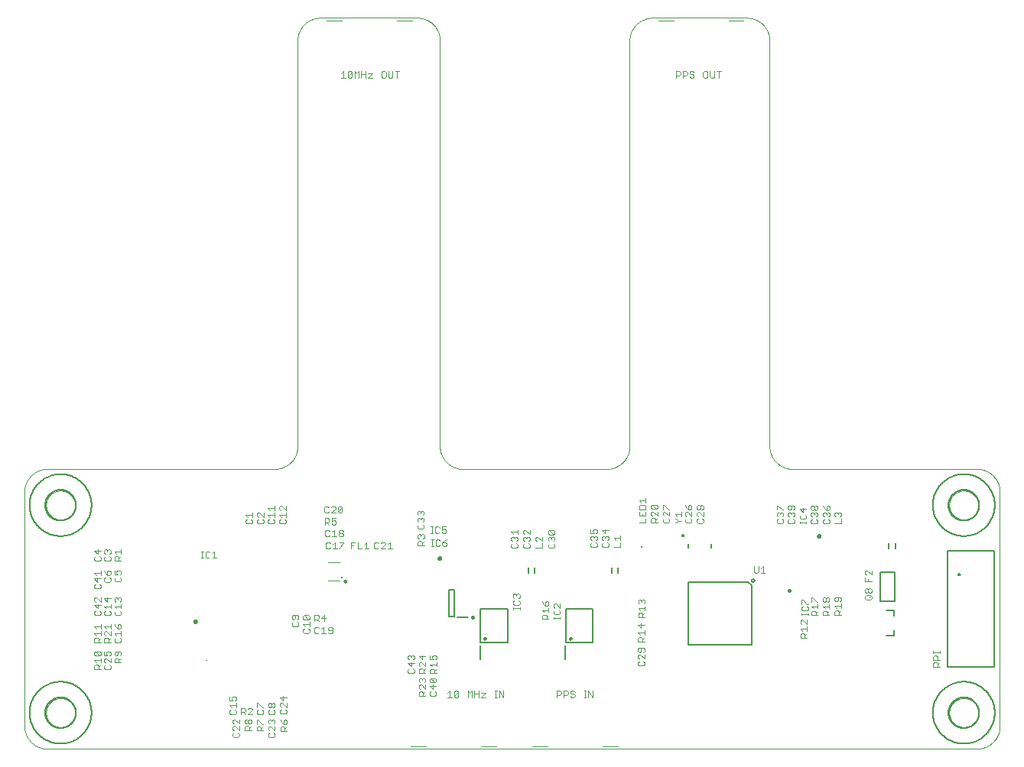
<source format=gto>
G75*
%MOIN*%
%OFA0B0*%
%FSLAX25Y25*%
%IPPOS*%
%LPD*%
%AMOC8*
5,1,8,0,0,1.08239X$1,22.5*
%
%ADD10C,0.00000*%
%ADD11C,0.00400*%
%ADD12C,0.01000*%
%ADD13C,0.00394*%
%ADD14C,0.00984*%
%ADD15C,0.00787*%
%ADD16C,0.00800*%
%ADD17C,0.00500*%
%ADD18R,0.00984X0.00984*%
%ADD19C,0.00600*%
D10*
X0013469Y0037693D02*
X0418665Y0037693D01*
X0418907Y0037696D01*
X0419148Y0037705D01*
X0419389Y0037719D01*
X0419630Y0037740D01*
X0419870Y0037766D01*
X0420110Y0037798D01*
X0420349Y0037836D01*
X0420586Y0037879D01*
X0420823Y0037929D01*
X0421058Y0037984D01*
X0421292Y0038044D01*
X0421524Y0038111D01*
X0421755Y0038182D01*
X0421984Y0038260D01*
X0422211Y0038343D01*
X0422436Y0038431D01*
X0422659Y0038525D01*
X0422879Y0038624D01*
X0423097Y0038729D01*
X0423312Y0038838D01*
X0423525Y0038953D01*
X0423735Y0039073D01*
X0423941Y0039198D01*
X0424145Y0039328D01*
X0424346Y0039463D01*
X0424543Y0039603D01*
X0424737Y0039747D01*
X0424927Y0039896D01*
X0425113Y0040050D01*
X0425296Y0040208D01*
X0425475Y0040370D01*
X0425650Y0040537D01*
X0425821Y0040708D01*
X0425988Y0040883D01*
X0426150Y0041062D01*
X0426308Y0041245D01*
X0426462Y0041431D01*
X0426611Y0041621D01*
X0426755Y0041815D01*
X0426895Y0042012D01*
X0427030Y0042213D01*
X0427160Y0042417D01*
X0427285Y0042623D01*
X0427405Y0042833D01*
X0427520Y0043046D01*
X0427629Y0043261D01*
X0427734Y0043479D01*
X0427833Y0043699D01*
X0427927Y0043922D01*
X0428015Y0044147D01*
X0428098Y0044374D01*
X0428176Y0044603D01*
X0428247Y0044834D01*
X0428314Y0045066D01*
X0428374Y0045300D01*
X0428429Y0045535D01*
X0428479Y0045772D01*
X0428522Y0046009D01*
X0428560Y0046248D01*
X0428592Y0046488D01*
X0428618Y0046728D01*
X0428639Y0046969D01*
X0428653Y0047210D01*
X0428662Y0047451D01*
X0428665Y0047693D01*
X0428665Y0149740D01*
X0428662Y0149982D01*
X0428653Y0150223D01*
X0428639Y0150464D01*
X0428618Y0150705D01*
X0428592Y0150945D01*
X0428560Y0151185D01*
X0428522Y0151424D01*
X0428479Y0151661D01*
X0428429Y0151898D01*
X0428374Y0152133D01*
X0428314Y0152367D01*
X0428247Y0152599D01*
X0428176Y0152830D01*
X0428098Y0153059D01*
X0428015Y0153286D01*
X0427927Y0153511D01*
X0427833Y0153734D01*
X0427734Y0153954D01*
X0427629Y0154172D01*
X0427520Y0154387D01*
X0427405Y0154600D01*
X0427285Y0154810D01*
X0427160Y0155016D01*
X0427030Y0155220D01*
X0426895Y0155421D01*
X0426755Y0155618D01*
X0426611Y0155812D01*
X0426462Y0156002D01*
X0426308Y0156188D01*
X0426150Y0156371D01*
X0425988Y0156550D01*
X0425821Y0156725D01*
X0425650Y0156896D01*
X0425475Y0157063D01*
X0425296Y0157225D01*
X0425113Y0157383D01*
X0424927Y0157537D01*
X0424737Y0157686D01*
X0424543Y0157830D01*
X0424346Y0157970D01*
X0424145Y0158105D01*
X0423941Y0158235D01*
X0423735Y0158360D01*
X0423525Y0158480D01*
X0423312Y0158595D01*
X0423097Y0158704D01*
X0422879Y0158809D01*
X0422659Y0158908D01*
X0422436Y0159002D01*
X0422211Y0159090D01*
X0421984Y0159173D01*
X0421755Y0159251D01*
X0421524Y0159322D01*
X0421292Y0159389D01*
X0421058Y0159449D01*
X0420823Y0159504D01*
X0420586Y0159554D01*
X0420349Y0159597D01*
X0420110Y0159635D01*
X0419870Y0159667D01*
X0419630Y0159693D01*
X0419389Y0159714D01*
X0419148Y0159728D01*
X0418907Y0159737D01*
X0418665Y0159740D01*
X0338272Y0159740D01*
X0338030Y0159743D01*
X0337789Y0159752D01*
X0337548Y0159766D01*
X0337307Y0159787D01*
X0337067Y0159813D01*
X0336827Y0159845D01*
X0336588Y0159883D01*
X0336351Y0159926D01*
X0336114Y0159976D01*
X0335879Y0160031D01*
X0335645Y0160091D01*
X0335413Y0160158D01*
X0335182Y0160229D01*
X0334953Y0160307D01*
X0334726Y0160390D01*
X0334501Y0160478D01*
X0334278Y0160572D01*
X0334058Y0160671D01*
X0333840Y0160776D01*
X0333625Y0160885D01*
X0333412Y0161000D01*
X0333202Y0161120D01*
X0332996Y0161245D01*
X0332792Y0161375D01*
X0332591Y0161510D01*
X0332394Y0161650D01*
X0332200Y0161794D01*
X0332010Y0161943D01*
X0331824Y0162097D01*
X0331641Y0162255D01*
X0331462Y0162417D01*
X0331287Y0162584D01*
X0331116Y0162755D01*
X0330949Y0162930D01*
X0330787Y0163109D01*
X0330629Y0163292D01*
X0330475Y0163478D01*
X0330326Y0163668D01*
X0330182Y0163862D01*
X0330042Y0164059D01*
X0329907Y0164260D01*
X0329777Y0164464D01*
X0329652Y0164670D01*
X0329532Y0164880D01*
X0329417Y0165093D01*
X0329308Y0165308D01*
X0329203Y0165526D01*
X0329104Y0165746D01*
X0329010Y0165969D01*
X0328922Y0166194D01*
X0328839Y0166421D01*
X0328761Y0166650D01*
X0328690Y0166881D01*
X0328623Y0167113D01*
X0328563Y0167347D01*
X0328508Y0167582D01*
X0328458Y0167819D01*
X0328415Y0168056D01*
X0328377Y0168295D01*
X0328345Y0168535D01*
X0328319Y0168775D01*
X0328298Y0169016D01*
X0328284Y0169257D01*
X0328275Y0169498D01*
X0328272Y0169740D01*
X0328272Y0346591D01*
X0328269Y0346833D01*
X0328260Y0347074D01*
X0328246Y0347315D01*
X0328225Y0347556D01*
X0328199Y0347796D01*
X0328167Y0348036D01*
X0328129Y0348275D01*
X0328086Y0348512D01*
X0328036Y0348749D01*
X0327981Y0348984D01*
X0327921Y0349218D01*
X0327854Y0349450D01*
X0327783Y0349681D01*
X0327705Y0349910D01*
X0327622Y0350137D01*
X0327534Y0350362D01*
X0327440Y0350585D01*
X0327341Y0350805D01*
X0327236Y0351023D01*
X0327127Y0351238D01*
X0327012Y0351451D01*
X0326892Y0351661D01*
X0326767Y0351867D01*
X0326637Y0352071D01*
X0326502Y0352272D01*
X0326362Y0352469D01*
X0326218Y0352663D01*
X0326069Y0352853D01*
X0325915Y0353039D01*
X0325757Y0353222D01*
X0325595Y0353401D01*
X0325428Y0353576D01*
X0325257Y0353747D01*
X0325082Y0353914D01*
X0324903Y0354076D01*
X0324720Y0354234D01*
X0324534Y0354388D01*
X0324344Y0354537D01*
X0324150Y0354681D01*
X0323953Y0354821D01*
X0323752Y0354956D01*
X0323548Y0355086D01*
X0323342Y0355211D01*
X0323132Y0355331D01*
X0322919Y0355446D01*
X0322704Y0355555D01*
X0322486Y0355660D01*
X0322266Y0355759D01*
X0322043Y0355853D01*
X0321818Y0355941D01*
X0321591Y0356024D01*
X0321362Y0356102D01*
X0321131Y0356173D01*
X0320899Y0356240D01*
X0320665Y0356300D01*
X0320430Y0356355D01*
X0320193Y0356405D01*
X0319956Y0356448D01*
X0319717Y0356486D01*
X0319477Y0356518D01*
X0319237Y0356544D01*
X0318996Y0356565D01*
X0318755Y0356579D01*
X0318514Y0356588D01*
X0318272Y0356591D01*
X0277248Y0356591D01*
X0277006Y0356588D01*
X0276765Y0356579D01*
X0276524Y0356565D01*
X0276283Y0356544D01*
X0276043Y0356518D01*
X0275803Y0356486D01*
X0275564Y0356448D01*
X0275327Y0356405D01*
X0275090Y0356355D01*
X0274855Y0356300D01*
X0274621Y0356240D01*
X0274389Y0356173D01*
X0274158Y0356102D01*
X0273929Y0356024D01*
X0273702Y0355941D01*
X0273477Y0355853D01*
X0273254Y0355759D01*
X0273034Y0355660D01*
X0272816Y0355555D01*
X0272601Y0355446D01*
X0272388Y0355331D01*
X0272178Y0355211D01*
X0271972Y0355086D01*
X0271768Y0354956D01*
X0271567Y0354821D01*
X0271370Y0354681D01*
X0271176Y0354537D01*
X0270986Y0354388D01*
X0270800Y0354234D01*
X0270617Y0354076D01*
X0270438Y0353914D01*
X0270263Y0353747D01*
X0270092Y0353576D01*
X0269925Y0353401D01*
X0269763Y0353222D01*
X0269605Y0353039D01*
X0269451Y0352853D01*
X0269302Y0352663D01*
X0269158Y0352469D01*
X0269018Y0352272D01*
X0268883Y0352071D01*
X0268753Y0351867D01*
X0268628Y0351661D01*
X0268508Y0351451D01*
X0268393Y0351238D01*
X0268284Y0351023D01*
X0268179Y0350805D01*
X0268080Y0350585D01*
X0267986Y0350362D01*
X0267898Y0350137D01*
X0267815Y0349910D01*
X0267737Y0349681D01*
X0267666Y0349450D01*
X0267599Y0349218D01*
X0267539Y0348984D01*
X0267484Y0348749D01*
X0267434Y0348512D01*
X0267391Y0348275D01*
X0267353Y0348036D01*
X0267321Y0347796D01*
X0267295Y0347556D01*
X0267274Y0347315D01*
X0267260Y0347074D01*
X0267251Y0346833D01*
X0267248Y0346591D01*
X0267248Y0169740D01*
X0267245Y0169498D01*
X0267236Y0169257D01*
X0267222Y0169016D01*
X0267201Y0168775D01*
X0267175Y0168535D01*
X0267143Y0168295D01*
X0267105Y0168056D01*
X0267062Y0167819D01*
X0267012Y0167582D01*
X0266957Y0167347D01*
X0266897Y0167113D01*
X0266830Y0166881D01*
X0266759Y0166650D01*
X0266681Y0166421D01*
X0266598Y0166194D01*
X0266510Y0165969D01*
X0266416Y0165746D01*
X0266317Y0165526D01*
X0266212Y0165308D01*
X0266103Y0165093D01*
X0265988Y0164880D01*
X0265868Y0164670D01*
X0265743Y0164464D01*
X0265613Y0164260D01*
X0265478Y0164059D01*
X0265338Y0163862D01*
X0265194Y0163668D01*
X0265045Y0163478D01*
X0264891Y0163292D01*
X0264733Y0163109D01*
X0264571Y0162930D01*
X0264404Y0162755D01*
X0264233Y0162584D01*
X0264058Y0162417D01*
X0263879Y0162255D01*
X0263696Y0162097D01*
X0263510Y0161943D01*
X0263320Y0161794D01*
X0263126Y0161650D01*
X0262929Y0161510D01*
X0262728Y0161375D01*
X0262524Y0161245D01*
X0262318Y0161120D01*
X0262108Y0161000D01*
X0261895Y0160885D01*
X0261680Y0160776D01*
X0261462Y0160671D01*
X0261242Y0160572D01*
X0261019Y0160478D01*
X0260794Y0160390D01*
X0260567Y0160307D01*
X0260338Y0160229D01*
X0260107Y0160158D01*
X0259875Y0160091D01*
X0259641Y0160031D01*
X0259406Y0159976D01*
X0259169Y0159926D01*
X0258932Y0159883D01*
X0258693Y0159845D01*
X0258453Y0159813D01*
X0258213Y0159787D01*
X0257972Y0159766D01*
X0257731Y0159752D01*
X0257490Y0159743D01*
X0257248Y0159740D01*
X0194571Y0159740D01*
X0194329Y0159743D01*
X0194088Y0159752D01*
X0193847Y0159766D01*
X0193606Y0159787D01*
X0193366Y0159813D01*
X0193126Y0159845D01*
X0192887Y0159883D01*
X0192650Y0159926D01*
X0192413Y0159976D01*
X0192178Y0160031D01*
X0191944Y0160091D01*
X0191712Y0160158D01*
X0191481Y0160229D01*
X0191252Y0160307D01*
X0191025Y0160390D01*
X0190800Y0160478D01*
X0190577Y0160572D01*
X0190357Y0160671D01*
X0190139Y0160776D01*
X0189924Y0160885D01*
X0189711Y0161000D01*
X0189501Y0161120D01*
X0189295Y0161245D01*
X0189091Y0161375D01*
X0188890Y0161510D01*
X0188693Y0161650D01*
X0188499Y0161794D01*
X0188309Y0161943D01*
X0188123Y0162097D01*
X0187940Y0162255D01*
X0187761Y0162417D01*
X0187586Y0162584D01*
X0187415Y0162755D01*
X0187248Y0162930D01*
X0187086Y0163109D01*
X0186928Y0163292D01*
X0186774Y0163478D01*
X0186625Y0163668D01*
X0186481Y0163862D01*
X0186341Y0164059D01*
X0186206Y0164260D01*
X0186076Y0164464D01*
X0185951Y0164670D01*
X0185831Y0164880D01*
X0185716Y0165093D01*
X0185607Y0165308D01*
X0185502Y0165526D01*
X0185403Y0165746D01*
X0185309Y0165969D01*
X0185221Y0166194D01*
X0185138Y0166421D01*
X0185060Y0166650D01*
X0184989Y0166881D01*
X0184922Y0167113D01*
X0184862Y0167347D01*
X0184807Y0167582D01*
X0184757Y0167819D01*
X0184714Y0168056D01*
X0184676Y0168295D01*
X0184644Y0168535D01*
X0184618Y0168775D01*
X0184597Y0169016D01*
X0184583Y0169257D01*
X0184574Y0169498D01*
X0184571Y0169740D01*
X0184571Y0346748D01*
X0184568Y0346986D01*
X0184560Y0347224D01*
X0184545Y0347461D01*
X0184525Y0347698D01*
X0184499Y0347934D01*
X0184468Y0348170D01*
X0184431Y0348405D01*
X0184388Y0348639D01*
X0184339Y0348872D01*
X0184285Y0349104D01*
X0184225Y0349334D01*
X0184160Y0349563D01*
X0184089Y0349790D01*
X0184013Y0350015D01*
X0183931Y0350238D01*
X0183844Y0350460D01*
X0183752Y0350679D01*
X0183654Y0350896D01*
X0183552Y0351110D01*
X0183444Y0351322D01*
X0183330Y0351532D01*
X0183212Y0351738D01*
X0183089Y0351942D01*
X0182961Y0352142D01*
X0182829Y0352339D01*
X0182691Y0352534D01*
X0182549Y0352724D01*
X0182402Y0352912D01*
X0182251Y0353095D01*
X0182096Y0353275D01*
X0181936Y0353451D01*
X0181772Y0353623D01*
X0181603Y0353792D01*
X0181431Y0353956D01*
X0181255Y0354116D01*
X0181075Y0354271D01*
X0180892Y0354422D01*
X0180704Y0354569D01*
X0180514Y0354711D01*
X0180319Y0354849D01*
X0180122Y0354981D01*
X0179922Y0355109D01*
X0179718Y0355232D01*
X0179512Y0355350D01*
X0179302Y0355464D01*
X0179090Y0355572D01*
X0178876Y0355674D01*
X0178659Y0355772D01*
X0178440Y0355864D01*
X0178218Y0355951D01*
X0177995Y0356033D01*
X0177770Y0356109D01*
X0177543Y0356180D01*
X0177314Y0356245D01*
X0177084Y0356305D01*
X0176852Y0356359D01*
X0176619Y0356408D01*
X0176385Y0356451D01*
X0176150Y0356488D01*
X0175914Y0356519D01*
X0175678Y0356545D01*
X0175441Y0356565D01*
X0175204Y0356580D01*
X0174966Y0356588D01*
X0174728Y0356591D01*
X0132406Y0356591D01*
X0132168Y0356588D01*
X0131930Y0356580D01*
X0131693Y0356565D01*
X0131456Y0356545D01*
X0131220Y0356519D01*
X0130984Y0356488D01*
X0130749Y0356451D01*
X0130515Y0356408D01*
X0130282Y0356359D01*
X0130050Y0356305D01*
X0129820Y0356245D01*
X0129591Y0356180D01*
X0129364Y0356109D01*
X0129139Y0356033D01*
X0128916Y0355951D01*
X0128694Y0355864D01*
X0128475Y0355772D01*
X0128258Y0355674D01*
X0128044Y0355572D01*
X0127832Y0355464D01*
X0127622Y0355350D01*
X0127416Y0355232D01*
X0127212Y0355109D01*
X0127012Y0354981D01*
X0126815Y0354849D01*
X0126620Y0354711D01*
X0126430Y0354569D01*
X0126242Y0354422D01*
X0126059Y0354271D01*
X0125879Y0354116D01*
X0125703Y0353956D01*
X0125531Y0353792D01*
X0125362Y0353623D01*
X0125198Y0353451D01*
X0125038Y0353275D01*
X0124883Y0353095D01*
X0124732Y0352912D01*
X0124585Y0352724D01*
X0124443Y0352534D01*
X0124305Y0352339D01*
X0124173Y0352142D01*
X0124045Y0351942D01*
X0123922Y0351738D01*
X0123804Y0351532D01*
X0123690Y0351322D01*
X0123582Y0351110D01*
X0123480Y0350896D01*
X0123382Y0350679D01*
X0123290Y0350460D01*
X0123203Y0350238D01*
X0123121Y0350015D01*
X0123045Y0349790D01*
X0122974Y0349563D01*
X0122909Y0349334D01*
X0122849Y0349104D01*
X0122795Y0348872D01*
X0122746Y0348639D01*
X0122703Y0348405D01*
X0122666Y0348170D01*
X0122635Y0347934D01*
X0122609Y0347698D01*
X0122589Y0347461D01*
X0122574Y0347224D01*
X0122566Y0346986D01*
X0122563Y0346748D01*
X0122563Y0169740D01*
X0122560Y0169498D01*
X0122551Y0169257D01*
X0122537Y0169016D01*
X0122516Y0168775D01*
X0122490Y0168535D01*
X0122458Y0168295D01*
X0122420Y0168056D01*
X0122377Y0167819D01*
X0122327Y0167582D01*
X0122272Y0167347D01*
X0122212Y0167113D01*
X0122145Y0166881D01*
X0122074Y0166650D01*
X0121996Y0166421D01*
X0121913Y0166194D01*
X0121825Y0165969D01*
X0121731Y0165746D01*
X0121632Y0165526D01*
X0121527Y0165308D01*
X0121418Y0165093D01*
X0121303Y0164880D01*
X0121183Y0164670D01*
X0121058Y0164464D01*
X0120928Y0164260D01*
X0120793Y0164059D01*
X0120653Y0163862D01*
X0120509Y0163668D01*
X0120360Y0163478D01*
X0120206Y0163292D01*
X0120048Y0163109D01*
X0119886Y0162930D01*
X0119719Y0162755D01*
X0119548Y0162584D01*
X0119373Y0162417D01*
X0119194Y0162255D01*
X0119011Y0162097D01*
X0118825Y0161943D01*
X0118635Y0161794D01*
X0118441Y0161650D01*
X0118244Y0161510D01*
X0118043Y0161375D01*
X0117839Y0161245D01*
X0117633Y0161120D01*
X0117423Y0161000D01*
X0117210Y0160885D01*
X0116995Y0160776D01*
X0116777Y0160671D01*
X0116557Y0160572D01*
X0116334Y0160478D01*
X0116109Y0160390D01*
X0115882Y0160307D01*
X0115653Y0160229D01*
X0115422Y0160158D01*
X0115190Y0160091D01*
X0114956Y0160031D01*
X0114721Y0159976D01*
X0114484Y0159926D01*
X0114247Y0159883D01*
X0114008Y0159845D01*
X0113768Y0159813D01*
X0113528Y0159787D01*
X0113287Y0159766D01*
X0113046Y0159752D01*
X0112805Y0159743D01*
X0112563Y0159740D01*
X0013469Y0159740D01*
X0013227Y0159737D01*
X0012986Y0159728D01*
X0012745Y0159714D01*
X0012504Y0159693D01*
X0012264Y0159667D01*
X0012024Y0159635D01*
X0011785Y0159597D01*
X0011548Y0159554D01*
X0011311Y0159504D01*
X0011076Y0159449D01*
X0010842Y0159389D01*
X0010610Y0159322D01*
X0010379Y0159251D01*
X0010150Y0159173D01*
X0009923Y0159090D01*
X0009698Y0159002D01*
X0009475Y0158908D01*
X0009255Y0158809D01*
X0009037Y0158704D01*
X0008822Y0158595D01*
X0008609Y0158480D01*
X0008399Y0158360D01*
X0008193Y0158235D01*
X0007989Y0158105D01*
X0007788Y0157970D01*
X0007591Y0157830D01*
X0007397Y0157686D01*
X0007207Y0157537D01*
X0007021Y0157383D01*
X0006838Y0157225D01*
X0006659Y0157063D01*
X0006484Y0156896D01*
X0006313Y0156725D01*
X0006146Y0156550D01*
X0005984Y0156371D01*
X0005826Y0156188D01*
X0005672Y0156002D01*
X0005523Y0155812D01*
X0005379Y0155618D01*
X0005239Y0155421D01*
X0005104Y0155220D01*
X0004974Y0155016D01*
X0004849Y0154810D01*
X0004729Y0154600D01*
X0004614Y0154387D01*
X0004505Y0154172D01*
X0004400Y0153954D01*
X0004301Y0153734D01*
X0004207Y0153511D01*
X0004119Y0153286D01*
X0004036Y0153059D01*
X0003958Y0152830D01*
X0003887Y0152599D01*
X0003820Y0152367D01*
X0003760Y0152133D01*
X0003705Y0151898D01*
X0003655Y0151661D01*
X0003612Y0151424D01*
X0003574Y0151185D01*
X0003542Y0150945D01*
X0003516Y0150705D01*
X0003495Y0150464D01*
X0003481Y0150223D01*
X0003472Y0149982D01*
X0003469Y0149740D01*
X0003469Y0047693D01*
X0003472Y0047451D01*
X0003481Y0047210D01*
X0003495Y0046969D01*
X0003516Y0046728D01*
X0003542Y0046488D01*
X0003574Y0046248D01*
X0003612Y0046009D01*
X0003655Y0045772D01*
X0003705Y0045535D01*
X0003760Y0045300D01*
X0003820Y0045066D01*
X0003887Y0044834D01*
X0003958Y0044603D01*
X0004036Y0044374D01*
X0004119Y0044147D01*
X0004207Y0043922D01*
X0004301Y0043699D01*
X0004400Y0043479D01*
X0004505Y0043261D01*
X0004614Y0043046D01*
X0004729Y0042833D01*
X0004849Y0042623D01*
X0004974Y0042417D01*
X0005104Y0042213D01*
X0005239Y0042012D01*
X0005379Y0041815D01*
X0005523Y0041621D01*
X0005672Y0041431D01*
X0005826Y0041245D01*
X0005984Y0041062D01*
X0006146Y0040883D01*
X0006313Y0040708D01*
X0006484Y0040537D01*
X0006659Y0040370D01*
X0006838Y0040208D01*
X0007021Y0040050D01*
X0007207Y0039896D01*
X0007397Y0039747D01*
X0007591Y0039603D01*
X0007788Y0039463D01*
X0007989Y0039328D01*
X0008193Y0039198D01*
X0008399Y0039073D01*
X0008609Y0038953D01*
X0008822Y0038838D01*
X0009037Y0038729D01*
X0009255Y0038624D01*
X0009475Y0038525D01*
X0009698Y0038431D01*
X0009923Y0038343D01*
X0010150Y0038260D01*
X0010379Y0038182D01*
X0010610Y0038111D01*
X0010842Y0038044D01*
X0011076Y0037984D01*
X0011311Y0037929D01*
X0011548Y0037879D01*
X0011785Y0037836D01*
X0012024Y0037798D01*
X0012264Y0037766D01*
X0012504Y0037740D01*
X0012745Y0037719D01*
X0012986Y0037705D01*
X0013227Y0037696D01*
X0013469Y0037693D01*
X0012918Y0053441D02*
X0012920Y0053599D01*
X0012926Y0053757D01*
X0012936Y0053915D01*
X0012950Y0054073D01*
X0012968Y0054230D01*
X0012989Y0054387D01*
X0013015Y0054543D01*
X0013045Y0054699D01*
X0013078Y0054854D01*
X0013116Y0055007D01*
X0013157Y0055160D01*
X0013202Y0055312D01*
X0013251Y0055463D01*
X0013304Y0055612D01*
X0013360Y0055760D01*
X0013420Y0055906D01*
X0013484Y0056051D01*
X0013552Y0056194D01*
X0013623Y0056336D01*
X0013697Y0056476D01*
X0013775Y0056613D01*
X0013857Y0056749D01*
X0013941Y0056883D01*
X0014030Y0057014D01*
X0014121Y0057143D01*
X0014216Y0057270D01*
X0014313Y0057395D01*
X0014414Y0057517D01*
X0014518Y0057636D01*
X0014625Y0057753D01*
X0014735Y0057867D01*
X0014848Y0057978D01*
X0014963Y0058087D01*
X0015081Y0058192D01*
X0015202Y0058294D01*
X0015325Y0058394D01*
X0015451Y0058490D01*
X0015579Y0058583D01*
X0015709Y0058673D01*
X0015842Y0058759D01*
X0015977Y0058843D01*
X0016113Y0058922D01*
X0016252Y0058999D01*
X0016393Y0059071D01*
X0016535Y0059141D01*
X0016679Y0059206D01*
X0016825Y0059268D01*
X0016972Y0059326D01*
X0017121Y0059381D01*
X0017271Y0059432D01*
X0017422Y0059479D01*
X0017574Y0059522D01*
X0017727Y0059561D01*
X0017882Y0059597D01*
X0018037Y0059628D01*
X0018193Y0059656D01*
X0018349Y0059680D01*
X0018506Y0059700D01*
X0018664Y0059716D01*
X0018821Y0059728D01*
X0018980Y0059736D01*
X0019138Y0059740D01*
X0019296Y0059740D01*
X0019454Y0059736D01*
X0019613Y0059728D01*
X0019770Y0059716D01*
X0019928Y0059700D01*
X0020085Y0059680D01*
X0020241Y0059656D01*
X0020397Y0059628D01*
X0020552Y0059597D01*
X0020707Y0059561D01*
X0020860Y0059522D01*
X0021012Y0059479D01*
X0021163Y0059432D01*
X0021313Y0059381D01*
X0021462Y0059326D01*
X0021609Y0059268D01*
X0021755Y0059206D01*
X0021899Y0059141D01*
X0022041Y0059071D01*
X0022182Y0058999D01*
X0022321Y0058922D01*
X0022457Y0058843D01*
X0022592Y0058759D01*
X0022725Y0058673D01*
X0022855Y0058583D01*
X0022983Y0058490D01*
X0023109Y0058394D01*
X0023232Y0058294D01*
X0023353Y0058192D01*
X0023471Y0058087D01*
X0023586Y0057978D01*
X0023699Y0057867D01*
X0023809Y0057753D01*
X0023916Y0057636D01*
X0024020Y0057517D01*
X0024121Y0057395D01*
X0024218Y0057270D01*
X0024313Y0057143D01*
X0024404Y0057014D01*
X0024493Y0056883D01*
X0024577Y0056749D01*
X0024659Y0056613D01*
X0024737Y0056476D01*
X0024811Y0056336D01*
X0024882Y0056194D01*
X0024950Y0056051D01*
X0025014Y0055906D01*
X0025074Y0055760D01*
X0025130Y0055612D01*
X0025183Y0055463D01*
X0025232Y0055312D01*
X0025277Y0055160D01*
X0025318Y0055007D01*
X0025356Y0054854D01*
X0025389Y0054699D01*
X0025419Y0054543D01*
X0025445Y0054387D01*
X0025466Y0054230D01*
X0025484Y0054073D01*
X0025498Y0053915D01*
X0025508Y0053757D01*
X0025514Y0053599D01*
X0025516Y0053441D01*
X0025514Y0053283D01*
X0025508Y0053125D01*
X0025498Y0052967D01*
X0025484Y0052809D01*
X0025466Y0052652D01*
X0025445Y0052495D01*
X0025419Y0052339D01*
X0025389Y0052183D01*
X0025356Y0052028D01*
X0025318Y0051875D01*
X0025277Y0051722D01*
X0025232Y0051570D01*
X0025183Y0051419D01*
X0025130Y0051270D01*
X0025074Y0051122D01*
X0025014Y0050976D01*
X0024950Y0050831D01*
X0024882Y0050688D01*
X0024811Y0050546D01*
X0024737Y0050406D01*
X0024659Y0050269D01*
X0024577Y0050133D01*
X0024493Y0049999D01*
X0024404Y0049868D01*
X0024313Y0049739D01*
X0024218Y0049612D01*
X0024121Y0049487D01*
X0024020Y0049365D01*
X0023916Y0049246D01*
X0023809Y0049129D01*
X0023699Y0049015D01*
X0023586Y0048904D01*
X0023471Y0048795D01*
X0023353Y0048690D01*
X0023232Y0048588D01*
X0023109Y0048488D01*
X0022983Y0048392D01*
X0022855Y0048299D01*
X0022725Y0048209D01*
X0022592Y0048123D01*
X0022457Y0048039D01*
X0022321Y0047960D01*
X0022182Y0047883D01*
X0022041Y0047811D01*
X0021899Y0047741D01*
X0021755Y0047676D01*
X0021609Y0047614D01*
X0021462Y0047556D01*
X0021313Y0047501D01*
X0021163Y0047450D01*
X0021012Y0047403D01*
X0020860Y0047360D01*
X0020707Y0047321D01*
X0020552Y0047285D01*
X0020397Y0047254D01*
X0020241Y0047226D01*
X0020085Y0047202D01*
X0019928Y0047182D01*
X0019770Y0047166D01*
X0019613Y0047154D01*
X0019454Y0047146D01*
X0019296Y0047142D01*
X0019138Y0047142D01*
X0018980Y0047146D01*
X0018821Y0047154D01*
X0018664Y0047166D01*
X0018506Y0047182D01*
X0018349Y0047202D01*
X0018193Y0047226D01*
X0018037Y0047254D01*
X0017882Y0047285D01*
X0017727Y0047321D01*
X0017574Y0047360D01*
X0017422Y0047403D01*
X0017271Y0047450D01*
X0017121Y0047501D01*
X0016972Y0047556D01*
X0016825Y0047614D01*
X0016679Y0047676D01*
X0016535Y0047741D01*
X0016393Y0047811D01*
X0016252Y0047883D01*
X0016113Y0047960D01*
X0015977Y0048039D01*
X0015842Y0048123D01*
X0015709Y0048209D01*
X0015579Y0048299D01*
X0015451Y0048392D01*
X0015325Y0048488D01*
X0015202Y0048588D01*
X0015081Y0048690D01*
X0014963Y0048795D01*
X0014848Y0048904D01*
X0014735Y0049015D01*
X0014625Y0049129D01*
X0014518Y0049246D01*
X0014414Y0049365D01*
X0014313Y0049487D01*
X0014216Y0049612D01*
X0014121Y0049739D01*
X0014030Y0049868D01*
X0013941Y0049999D01*
X0013857Y0050133D01*
X0013775Y0050269D01*
X0013697Y0050406D01*
X0013623Y0050546D01*
X0013552Y0050688D01*
X0013484Y0050831D01*
X0013420Y0050976D01*
X0013360Y0051122D01*
X0013304Y0051270D01*
X0013251Y0051419D01*
X0013202Y0051570D01*
X0013157Y0051722D01*
X0013116Y0051875D01*
X0013078Y0052028D01*
X0013045Y0052183D01*
X0013015Y0052339D01*
X0012989Y0052495D01*
X0012968Y0052652D01*
X0012950Y0052809D01*
X0012936Y0052967D01*
X0012926Y0053125D01*
X0012920Y0053283D01*
X0012918Y0053441D01*
X0012918Y0143992D02*
X0012920Y0144150D01*
X0012926Y0144308D01*
X0012936Y0144466D01*
X0012950Y0144624D01*
X0012968Y0144781D01*
X0012989Y0144938D01*
X0013015Y0145094D01*
X0013045Y0145250D01*
X0013078Y0145405D01*
X0013116Y0145558D01*
X0013157Y0145711D01*
X0013202Y0145863D01*
X0013251Y0146014D01*
X0013304Y0146163D01*
X0013360Y0146311D01*
X0013420Y0146457D01*
X0013484Y0146602D01*
X0013552Y0146745D01*
X0013623Y0146887D01*
X0013697Y0147027D01*
X0013775Y0147164D01*
X0013857Y0147300D01*
X0013941Y0147434D01*
X0014030Y0147565D01*
X0014121Y0147694D01*
X0014216Y0147821D01*
X0014313Y0147946D01*
X0014414Y0148068D01*
X0014518Y0148187D01*
X0014625Y0148304D01*
X0014735Y0148418D01*
X0014848Y0148529D01*
X0014963Y0148638D01*
X0015081Y0148743D01*
X0015202Y0148845D01*
X0015325Y0148945D01*
X0015451Y0149041D01*
X0015579Y0149134D01*
X0015709Y0149224D01*
X0015842Y0149310D01*
X0015977Y0149394D01*
X0016113Y0149473D01*
X0016252Y0149550D01*
X0016393Y0149622D01*
X0016535Y0149692D01*
X0016679Y0149757D01*
X0016825Y0149819D01*
X0016972Y0149877D01*
X0017121Y0149932D01*
X0017271Y0149983D01*
X0017422Y0150030D01*
X0017574Y0150073D01*
X0017727Y0150112D01*
X0017882Y0150148D01*
X0018037Y0150179D01*
X0018193Y0150207D01*
X0018349Y0150231D01*
X0018506Y0150251D01*
X0018664Y0150267D01*
X0018821Y0150279D01*
X0018980Y0150287D01*
X0019138Y0150291D01*
X0019296Y0150291D01*
X0019454Y0150287D01*
X0019613Y0150279D01*
X0019770Y0150267D01*
X0019928Y0150251D01*
X0020085Y0150231D01*
X0020241Y0150207D01*
X0020397Y0150179D01*
X0020552Y0150148D01*
X0020707Y0150112D01*
X0020860Y0150073D01*
X0021012Y0150030D01*
X0021163Y0149983D01*
X0021313Y0149932D01*
X0021462Y0149877D01*
X0021609Y0149819D01*
X0021755Y0149757D01*
X0021899Y0149692D01*
X0022041Y0149622D01*
X0022182Y0149550D01*
X0022321Y0149473D01*
X0022457Y0149394D01*
X0022592Y0149310D01*
X0022725Y0149224D01*
X0022855Y0149134D01*
X0022983Y0149041D01*
X0023109Y0148945D01*
X0023232Y0148845D01*
X0023353Y0148743D01*
X0023471Y0148638D01*
X0023586Y0148529D01*
X0023699Y0148418D01*
X0023809Y0148304D01*
X0023916Y0148187D01*
X0024020Y0148068D01*
X0024121Y0147946D01*
X0024218Y0147821D01*
X0024313Y0147694D01*
X0024404Y0147565D01*
X0024493Y0147434D01*
X0024577Y0147300D01*
X0024659Y0147164D01*
X0024737Y0147027D01*
X0024811Y0146887D01*
X0024882Y0146745D01*
X0024950Y0146602D01*
X0025014Y0146457D01*
X0025074Y0146311D01*
X0025130Y0146163D01*
X0025183Y0146014D01*
X0025232Y0145863D01*
X0025277Y0145711D01*
X0025318Y0145558D01*
X0025356Y0145405D01*
X0025389Y0145250D01*
X0025419Y0145094D01*
X0025445Y0144938D01*
X0025466Y0144781D01*
X0025484Y0144624D01*
X0025498Y0144466D01*
X0025508Y0144308D01*
X0025514Y0144150D01*
X0025516Y0143992D01*
X0025514Y0143834D01*
X0025508Y0143676D01*
X0025498Y0143518D01*
X0025484Y0143360D01*
X0025466Y0143203D01*
X0025445Y0143046D01*
X0025419Y0142890D01*
X0025389Y0142734D01*
X0025356Y0142579D01*
X0025318Y0142426D01*
X0025277Y0142273D01*
X0025232Y0142121D01*
X0025183Y0141970D01*
X0025130Y0141821D01*
X0025074Y0141673D01*
X0025014Y0141527D01*
X0024950Y0141382D01*
X0024882Y0141239D01*
X0024811Y0141097D01*
X0024737Y0140957D01*
X0024659Y0140820D01*
X0024577Y0140684D01*
X0024493Y0140550D01*
X0024404Y0140419D01*
X0024313Y0140290D01*
X0024218Y0140163D01*
X0024121Y0140038D01*
X0024020Y0139916D01*
X0023916Y0139797D01*
X0023809Y0139680D01*
X0023699Y0139566D01*
X0023586Y0139455D01*
X0023471Y0139346D01*
X0023353Y0139241D01*
X0023232Y0139139D01*
X0023109Y0139039D01*
X0022983Y0138943D01*
X0022855Y0138850D01*
X0022725Y0138760D01*
X0022592Y0138674D01*
X0022457Y0138590D01*
X0022321Y0138511D01*
X0022182Y0138434D01*
X0022041Y0138362D01*
X0021899Y0138292D01*
X0021755Y0138227D01*
X0021609Y0138165D01*
X0021462Y0138107D01*
X0021313Y0138052D01*
X0021163Y0138001D01*
X0021012Y0137954D01*
X0020860Y0137911D01*
X0020707Y0137872D01*
X0020552Y0137836D01*
X0020397Y0137805D01*
X0020241Y0137777D01*
X0020085Y0137753D01*
X0019928Y0137733D01*
X0019770Y0137717D01*
X0019613Y0137705D01*
X0019454Y0137697D01*
X0019296Y0137693D01*
X0019138Y0137693D01*
X0018980Y0137697D01*
X0018821Y0137705D01*
X0018664Y0137717D01*
X0018506Y0137733D01*
X0018349Y0137753D01*
X0018193Y0137777D01*
X0018037Y0137805D01*
X0017882Y0137836D01*
X0017727Y0137872D01*
X0017574Y0137911D01*
X0017422Y0137954D01*
X0017271Y0138001D01*
X0017121Y0138052D01*
X0016972Y0138107D01*
X0016825Y0138165D01*
X0016679Y0138227D01*
X0016535Y0138292D01*
X0016393Y0138362D01*
X0016252Y0138434D01*
X0016113Y0138511D01*
X0015977Y0138590D01*
X0015842Y0138674D01*
X0015709Y0138760D01*
X0015579Y0138850D01*
X0015451Y0138943D01*
X0015325Y0139039D01*
X0015202Y0139139D01*
X0015081Y0139241D01*
X0014963Y0139346D01*
X0014848Y0139455D01*
X0014735Y0139566D01*
X0014625Y0139680D01*
X0014518Y0139797D01*
X0014414Y0139916D01*
X0014313Y0140038D01*
X0014216Y0140163D01*
X0014121Y0140290D01*
X0014030Y0140419D01*
X0013941Y0140550D01*
X0013857Y0140684D01*
X0013775Y0140820D01*
X0013697Y0140957D01*
X0013623Y0141097D01*
X0013552Y0141239D01*
X0013484Y0141382D01*
X0013420Y0141527D01*
X0013360Y0141673D01*
X0013304Y0141821D01*
X0013251Y0141970D01*
X0013202Y0142121D01*
X0013157Y0142273D01*
X0013116Y0142426D01*
X0013078Y0142579D01*
X0013045Y0142734D01*
X0013015Y0142890D01*
X0012989Y0143046D01*
X0012968Y0143203D01*
X0012950Y0143360D01*
X0012936Y0143518D01*
X0012926Y0143676D01*
X0012920Y0143834D01*
X0012918Y0143992D01*
X0406618Y0143992D02*
X0406620Y0144150D01*
X0406626Y0144308D01*
X0406636Y0144466D01*
X0406650Y0144624D01*
X0406668Y0144781D01*
X0406689Y0144938D01*
X0406715Y0145094D01*
X0406745Y0145250D01*
X0406778Y0145405D01*
X0406816Y0145558D01*
X0406857Y0145711D01*
X0406902Y0145863D01*
X0406951Y0146014D01*
X0407004Y0146163D01*
X0407060Y0146311D01*
X0407120Y0146457D01*
X0407184Y0146602D01*
X0407252Y0146745D01*
X0407323Y0146887D01*
X0407397Y0147027D01*
X0407475Y0147164D01*
X0407557Y0147300D01*
X0407641Y0147434D01*
X0407730Y0147565D01*
X0407821Y0147694D01*
X0407916Y0147821D01*
X0408013Y0147946D01*
X0408114Y0148068D01*
X0408218Y0148187D01*
X0408325Y0148304D01*
X0408435Y0148418D01*
X0408548Y0148529D01*
X0408663Y0148638D01*
X0408781Y0148743D01*
X0408902Y0148845D01*
X0409025Y0148945D01*
X0409151Y0149041D01*
X0409279Y0149134D01*
X0409409Y0149224D01*
X0409542Y0149310D01*
X0409677Y0149394D01*
X0409813Y0149473D01*
X0409952Y0149550D01*
X0410093Y0149622D01*
X0410235Y0149692D01*
X0410379Y0149757D01*
X0410525Y0149819D01*
X0410672Y0149877D01*
X0410821Y0149932D01*
X0410971Y0149983D01*
X0411122Y0150030D01*
X0411274Y0150073D01*
X0411427Y0150112D01*
X0411582Y0150148D01*
X0411737Y0150179D01*
X0411893Y0150207D01*
X0412049Y0150231D01*
X0412206Y0150251D01*
X0412364Y0150267D01*
X0412521Y0150279D01*
X0412680Y0150287D01*
X0412838Y0150291D01*
X0412996Y0150291D01*
X0413154Y0150287D01*
X0413313Y0150279D01*
X0413470Y0150267D01*
X0413628Y0150251D01*
X0413785Y0150231D01*
X0413941Y0150207D01*
X0414097Y0150179D01*
X0414252Y0150148D01*
X0414407Y0150112D01*
X0414560Y0150073D01*
X0414712Y0150030D01*
X0414863Y0149983D01*
X0415013Y0149932D01*
X0415162Y0149877D01*
X0415309Y0149819D01*
X0415455Y0149757D01*
X0415599Y0149692D01*
X0415741Y0149622D01*
X0415882Y0149550D01*
X0416021Y0149473D01*
X0416157Y0149394D01*
X0416292Y0149310D01*
X0416425Y0149224D01*
X0416555Y0149134D01*
X0416683Y0149041D01*
X0416809Y0148945D01*
X0416932Y0148845D01*
X0417053Y0148743D01*
X0417171Y0148638D01*
X0417286Y0148529D01*
X0417399Y0148418D01*
X0417509Y0148304D01*
X0417616Y0148187D01*
X0417720Y0148068D01*
X0417821Y0147946D01*
X0417918Y0147821D01*
X0418013Y0147694D01*
X0418104Y0147565D01*
X0418193Y0147434D01*
X0418277Y0147300D01*
X0418359Y0147164D01*
X0418437Y0147027D01*
X0418511Y0146887D01*
X0418582Y0146745D01*
X0418650Y0146602D01*
X0418714Y0146457D01*
X0418774Y0146311D01*
X0418830Y0146163D01*
X0418883Y0146014D01*
X0418932Y0145863D01*
X0418977Y0145711D01*
X0419018Y0145558D01*
X0419056Y0145405D01*
X0419089Y0145250D01*
X0419119Y0145094D01*
X0419145Y0144938D01*
X0419166Y0144781D01*
X0419184Y0144624D01*
X0419198Y0144466D01*
X0419208Y0144308D01*
X0419214Y0144150D01*
X0419216Y0143992D01*
X0419214Y0143834D01*
X0419208Y0143676D01*
X0419198Y0143518D01*
X0419184Y0143360D01*
X0419166Y0143203D01*
X0419145Y0143046D01*
X0419119Y0142890D01*
X0419089Y0142734D01*
X0419056Y0142579D01*
X0419018Y0142426D01*
X0418977Y0142273D01*
X0418932Y0142121D01*
X0418883Y0141970D01*
X0418830Y0141821D01*
X0418774Y0141673D01*
X0418714Y0141527D01*
X0418650Y0141382D01*
X0418582Y0141239D01*
X0418511Y0141097D01*
X0418437Y0140957D01*
X0418359Y0140820D01*
X0418277Y0140684D01*
X0418193Y0140550D01*
X0418104Y0140419D01*
X0418013Y0140290D01*
X0417918Y0140163D01*
X0417821Y0140038D01*
X0417720Y0139916D01*
X0417616Y0139797D01*
X0417509Y0139680D01*
X0417399Y0139566D01*
X0417286Y0139455D01*
X0417171Y0139346D01*
X0417053Y0139241D01*
X0416932Y0139139D01*
X0416809Y0139039D01*
X0416683Y0138943D01*
X0416555Y0138850D01*
X0416425Y0138760D01*
X0416292Y0138674D01*
X0416157Y0138590D01*
X0416021Y0138511D01*
X0415882Y0138434D01*
X0415741Y0138362D01*
X0415599Y0138292D01*
X0415455Y0138227D01*
X0415309Y0138165D01*
X0415162Y0138107D01*
X0415013Y0138052D01*
X0414863Y0138001D01*
X0414712Y0137954D01*
X0414560Y0137911D01*
X0414407Y0137872D01*
X0414252Y0137836D01*
X0414097Y0137805D01*
X0413941Y0137777D01*
X0413785Y0137753D01*
X0413628Y0137733D01*
X0413470Y0137717D01*
X0413313Y0137705D01*
X0413154Y0137697D01*
X0412996Y0137693D01*
X0412838Y0137693D01*
X0412680Y0137697D01*
X0412521Y0137705D01*
X0412364Y0137717D01*
X0412206Y0137733D01*
X0412049Y0137753D01*
X0411893Y0137777D01*
X0411737Y0137805D01*
X0411582Y0137836D01*
X0411427Y0137872D01*
X0411274Y0137911D01*
X0411122Y0137954D01*
X0410971Y0138001D01*
X0410821Y0138052D01*
X0410672Y0138107D01*
X0410525Y0138165D01*
X0410379Y0138227D01*
X0410235Y0138292D01*
X0410093Y0138362D01*
X0409952Y0138434D01*
X0409813Y0138511D01*
X0409677Y0138590D01*
X0409542Y0138674D01*
X0409409Y0138760D01*
X0409279Y0138850D01*
X0409151Y0138943D01*
X0409025Y0139039D01*
X0408902Y0139139D01*
X0408781Y0139241D01*
X0408663Y0139346D01*
X0408548Y0139455D01*
X0408435Y0139566D01*
X0408325Y0139680D01*
X0408218Y0139797D01*
X0408114Y0139916D01*
X0408013Y0140038D01*
X0407916Y0140163D01*
X0407821Y0140290D01*
X0407730Y0140419D01*
X0407641Y0140550D01*
X0407557Y0140684D01*
X0407475Y0140820D01*
X0407397Y0140957D01*
X0407323Y0141097D01*
X0407252Y0141239D01*
X0407184Y0141382D01*
X0407120Y0141527D01*
X0407060Y0141673D01*
X0407004Y0141821D01*
X0406951Y0141970D01*
X0406902Y0142121D01*
X0406857Y0142273D01*
X0406816Y0142426D01*
X0406778Y0142579D01*
X0406745Y0142734D01*
X0406715Y0142890D01*
X0406689Y0143046D01*
X0406668Y0143203D01*
X0406650Y0143360D01*
X0406636Y0143518D01*
X0406626Y0143676D01*
X0406620Y0143834D01*
X0406618Y0143992D01*
X0406618Y0053441D02*
X0406620Y0053599D01*
X0406626Y0053757D01*
X0406636Y0053915D01*
X0406650Y0054073D01*
X0406668Y0054230D01*
X0406689Y0054387D01*
X0406715Y0054543D01*
X0406745Y0054699D01*
X0406778Y0054854D01*
X0406816Y0055007D01*
X0406857Y0055160D01*
X0406902Y0055312D01*
X0406951Y0055463D01*
X0407004Y0055612D01*
X0407060Y0055760D01*
X0407120Y0055906D01*
X0407184Y0056051D01*
X0407252Y0056194D01*
X0407323Y0056336D01*
X0407397Y0056476D01*
X0407475Y0056613D01*
X0407557Y0056749D01*
X0407641Y0056883D01*
X0407730Y0057014D01*
X0407821Y0057143D01*
X0407916Y0057270D01*
X0408013Y0057395D01*
X0408114Y0057517D01*
X0408218Y0057636D01*
X0408325Y0057753D01*
X0408435Y0057867D01*
X0408548Y0057978D01*
X0408663Y0058087D01*
X0408781Y0058192D01*
X0408902Y0058294D01*
X0409025Y0058394D01*
X0409151Y0058490D01*
X0409279Y0058583D01*
X0409409Y0058673D01*
X0409542Y0058759D01*
X0409677Y0058843D01*
X0409813Y0058922D01*
X0409952Y0058999D01*
X0410093Y0059071D01*
X0410235Y0059141D01*
X0410379Y0059206D01*
X0410525Y0059268D01*
X0410672Y0059326D01*
X0410821Y0059381D01*
X0410971Y0059432D01*
X0411122Y0059479D01*
X0411274Y0059522D01*
X0411427Y0059561D01*
X0411582Y0059597D01*
X0411737Y0059628D01*
X0411893Y0059656D01*
X0412049Y0059680D01*
X0412206Y0059700D01*
X0412364Y0059716D01*
X0412521Y0059728D01*
X0412680Y0059736D01*
X0412838Y0059740D01*
X0412996Y0059740D01*
X0413154Y0059736D01*
X0413313Y0059728D01*
X0413470Y0059716D01*
X0413628Y0059700D01*
X0413785Y0059680D01*
X0413941Y0059656D01*
X0414097Y0059628D01*
X0414252Y0059597D01*
X0414407Y0059561D01*
X0414560Y0059522D01*
X0414712Y0059479D01*
X0414863Y0059432D01*
X0415013Y0059381D01*
X0415162Y0059326D01*
X0415309Y0059268D01*
X0415455Y0059206D01*
X0415599Y0059141D01*
X0415741Y0059071D01*
X0415882Y0058999D01*
X0416021Y0058922D01*
X0416157Y0058843D01*
X0416292Y0058759D01*
X0416425Y0058673D01*
X0416555Y0058583D01*
X0416683Y0058490D01*
X0416809Y0058394D01*
X0416932Y0058294D01*
X0417053Y0058192D01*
X0417171Y0058087D01*
X0417286Y0057978D01*
X0417399Y0057867D01*
X0417509Y0057753D01*
X0417616Y0057636D01*
X0417720Y0057517D01*
X0417821Y0057395D01*
X0417918Y0057270D01*
X0418013Y0057143D01*
X0418104Y0057014D01*
X0418193Y0056883D01*
X0418277Y0056749D01*
X0418359Y0056613D01*
X0418437Y0056476D01*
X0418511Y0056336D01*
X0418582Y0056194D01*
X0418650Y0056051D01*
X0418714Y0055906D01*
X0418774Y0055760D01*
X0418830Y0055612D01*
X0418883Y0055463D01*
X0418932Y0055312D01*
X0418977Y0055160D01*
X0419018Y0055007D01*
X0419056Y0054854D01*
X0419089Y0054699D01*
X0419119Y0054543D01*
X0419145Y0054387D01*
X0419166Y0054230D01*
X0419184Y0054073D01*
X0419198Y0053915D01*
X0419208Y0053757D01*
X0419214Y0053599D01*
X0419216Y0053441D01*
X0419214Y0053283D01*
X0419208Y0053125D01*
X0419198Y0052967D01*
X0419184Y0052809D01*
X0419166Y0052652D01*
X0419145Y0052495D01*
X0419119Y0052339D01*
X0419089Y0052183D01*
X0419056Y0052028D01*
X0419018Y0051875D01*
X0418977Y0051722D01*
X0418932Y0051570D01*
X0418883Y0051419D01*
X0418830Y0051270D01*
X0418774Y0051122D01*
X0418714Y0050976D01*
X0418650Y0050831D01*
X0418582Y0050688D01*
X0418511Y0050546D01*
X0418437Y0050406D01*
X0418359Y0050269D01*
X0418277Y0050133D01*
X0418193Y0049999D01*
X0418104Y0049868D01*
X0418013Y0049739D01*
X0417918Y0049612D01*
X0417821Y0049487D01*
X0417720Y0049365D01*
X0417616Y0049246D01*
X0417509Y0049129D01*
X0417399Y0049015D01*
X0417286Y0048904D01*
X0417171Y0048795D01*
X0417053Y0048690D01*
X0416932Y0048588D01*
X0416809Y0048488D01*
X0416683Y0048392D01*
X0416555Y0048299D01*
X0416425Y0048209D01*
X0416292Y0048123D01*
X0416157Y0048039D01*
X0416021Y0047960D01*
X0415882Y0047883D01*
X0415741Y0047811D01*
X0415599Y0047741D01*
X0415455Y0047676D01*
X0415309Y0047614D01*
X0415162Y0047556D01*
X0415013Y0047501D01*
X0414863Y0047450D01*
X0414712Y0047403D01*
X0414560Y0047360D01*
X0414407Y0047321D01*
X0414252Y0047285D01*
X0414097Y0047254D01*
X0413941Y0047226D01*
X0413785Y0047202D01*
X0413628Y0047182D01*
X0413470Y0047166D01*
X0413313Y0047154D01*
X0413154Y0047146D01*
X0412996Y0047142D01*
X0412838Y0047142D01*
X0412680Y0047146D01*
X0412521Y0047154D01*
X0412364Y0047166D01*
X0412206Y0047182D01*
X0412049Y0047202D01*
X0411893Y0047226D01*
X0411737Y0047254D01*
X0411582Y0047285D01*
X0411427Y0047321D01*
X0411274Y0047360D01*
X0411122Y0047403D01*
X0410971Y0047450D01*
X0410821Y0047501D01*
X0410672Y0047556D01*
X0410525Y0047614D01*
X0410379Y0047676D01*
X0410235Y0047741D01*
X0410093Y0047811D01*
X0409952Y0047883D01*
X0409813Y0047960D01*
X0409677Y0048039D01*
X0409542Y0048123D01*
X0409409Y0048209D01*
X0409279Y0048299D01*
X0409151Y0048392D01*
X0409025Y0048488D01*
X0408902Y0048588D01*
X0408781Y0048690D01*
X0408663Y0048795D01*
X0408548Y0048904D01*
X0408435Y0049015D01*
X0408325Y0049129D01*
X0408218Y0049246D01*
X0408114Y0049365D01*
X0408013Y0049487D01*
X0407916Y0049612D01*
X0407821Y0049739D01*
X0407730Y0049868D01*
X0407641Y0049999D01*
X0407557Y0050133D01*
X0407475Y0050269D01*
X0407397Y0050406D01*
X0407323Y0050546D01*
X0407252Y0050688D01*
X0407184Y0050831D01*
X0407120Y0050976D01*
X0407060Y0051122D01*
X0407004Y0051270D01*
X0406951Y0051419D01*
X0406902Y0051570D01*
X0406857Y0051722D01*
X0406816Y0051875D01*
X0406778Y0052028D01*
X0406745Y0052183D01*
X0406715Y0052339D01*
X0406689Y0052495D01*
X0406668Y0052652D01*
X0406650Y0052809D01*
X0406636Y0052967D01*
X0406626Y0053125D01*
X0406620Y0053283D01*
X0406618Y0053441D01*
D11*
X0402408Y0073523D02*
X0399605Y0073523D01*
X0399605Y0074924D01*
X0400073Y0075391D01*
X0401007Y0075391D01*
X0401474Y0074924D01*
X0401474Y0073523D01*
X0401474Y0074457D02*
X0402408Y0075391D01*
X0402408Y0076469D02*
X0399605Y0076469D01*
X0399605Y0077871D01*
X0400073Y0078338D01*
X0401007Y0078338D01*
X0401474Y0077871D01*
X0401474Y0076469D01*
X0402408Y0079416D02*
X0402408Y0080350D01*
X0402408Y0079883D02*
X0399605Y0079883D01*
X0399605Y0079416D02*
X0399605Y0080350D01*
X0372706Y0103260D02*
X0372238Y0102793D01*
X0370370Y0102793D01*
X0369903Y0103260D01*
X0369903Y0104194D01*
X0370370Y0104661D01*
X0372238Y0104661D01*
X0372706Y0104194D01*
X0372706Y0103260D01*
X0371771Y0103727D02*
X0372706Y0104661D01*
X0372238Y0105739D02*
X0371771Y0105739D01*
X0371304Y0106206D01*
X0371304Y0107140D01*
X0371771Y0107607D01*
X0372238Y0107607D01*
X0372706Y0107140D01*
X0372706Y0106206D01*
X0372238Y0105739D01*
X0371304Y0106206D02*
X0370837Y0105739D01*
X0370370Y0105739D01*
X0369903Y0106206D01*
X0369903Y0107140D01*
X0370370Y0107607D01*
X0370837Y0107607D01*
X0371304Y0107140D01*
X0371296Y0110669D02*
X0371296Y0111603D01*
X0369895Y0110669D02*
X0369895Y0112537D01*
X0370362Y0113615D02*
X0369895Y0114082D01*
X0369895Y0115016D01*
X0370362Y0115483D01*
X0370829Y0115483D01*
X0372698Y0113615D01*
X0372698Y0115483D01*
X0372698Y0110669D02*
X0369895Y0110669D01*
X0359450Y0103396D02*
X0358983Y0103863D01*
X0357114Y0103863D01*
X0356647Y0103396D01*
X0356647Y0102462D01*
X0357114Y0101995D01*
X0357581Y0101995D01*
X0358048Y0102462D01*
X0358048Y0103863D01*
X0359450Y0103396D02*
X0359450Y0102462D01*
X0358983Y0101995D01*
X0359450Y0100916D02*
X0359450Y0099048D01*
X0359450Y0099982D02*
X0356647Y0099982D01*
X0357581Y0099048D01*
X0357114Y0097970D02*
X0358048Y0097970D01*
X0358515Y0097503D01*
X0358515Y0096102D01*
X0358515Y0097036D02*
X0359450Y0097970D01*
X0359450Y0096102D02*
X0356647Y0096102D01*
X0356647Y0097503D01*
X0357114Y0097970D01*
X0354272Y0097832D02*
X0353338Y0096898D01*
X0353338Y0097365D02*
X0353338Y0095964D01*
X0354272Y0095964D02*
X0351470Y0095964D01*
X0351470Y0097365D01*
X0351937Y0097832D01*
X0352871Y0097832D01*
X0353338Y0097365D01*
X0352404Y0098910D02*
X0351470Y0099844D01*
X0354272Y0099844D01*
X0354272Y0098910D02*
X0354272Y0100779D01*
X0353805Y0101857D02*
X0353338Y0101857D01*
X0352871Y0102324D01*
X0352871Y0103258D01*
X0353338Y0103725D01*
X0353805Y0103725D01*
X0354272Y0103258D01*
X0354272Y0102324D01*
X0353805Y0101857D01*
X0352871Y0102324D02*
X0352404Y0101857D01*
X0351937Y0101857D01*
X0351470Y0102324D01*
X0351470Y0103258D01*
X0351937Y0103725D01*
X0352404Y0103725D01*
X0352871Y0103258D01*
X0349312Y0101857D02*
X0348845Y0101857D01*
X0346976Y0103725D01*
X0346509Y0103725D01*
X0346509Y0101857D01*
X0345099Y0100857D02*
X0344632Y0100857D01*
X0342764Y0102726D01*
X0342297Y0102726D01*
X0342297Y0100857D01*
X0342764Y0099779D02*
X0342297Y0099312D01*
X0342297Y0098378D01*
X0342764Y0097911D01*
X0344632Y0097911D01*
X0345099Y0098378D01*
X0345099Y0099312D01*
X0344632Y0099779D01*
X0346509Y0099844D02*
X0349312Y0099844D01*
X0349312Y0098910D02*
X0349312Y0100779D01*
X0347444Y0098910D02*
X0346509Y0099844D01*
X0346976Y0097832D02*
X0347911Y0097832D01*
X0348378Y0097365D01*
X0348378Y0095964D01*
X0349312Y0095964D02*
X0346509Y0095964D01*
X0346509Y0097365D01*
X0346976Y0097832D01*
X0348378Y0096898D02*
X0349312Y0097832D01*
X0345099Y0096881D02*
X0345099Y0095946D01*
X0345099Y0096414D02*
X0342297Y0096414D01*
X0342297Y0096881D02*
X0342297Y0095946D01*
X0342173Y0093902D02*
X0341706Y0093435D01*
X0341706Y0092501D01*
X0342173Y0092034D01*
X0342173Y0093902D02*
X0342640Y0093902D01*
X0344509Y0092034D01*
X0344509Y0093902D01*
X0344509Y0090956D02*
X0344509Y0089087D01*
X0344509Y0090022D02*
X0341706Y0090022D01*
X0342640Y0089087D01*
X0342173Y0088009D02*
X0343107Y0088009D01*
X0343575Y0087542D01*
X0343575Y0086141D01*
X0344509Y0086141D02*
X0341706Y0086141D01*
X0341706Y0087542D01*
X0342173Y0088009D01*
X0343575Y0087075D02*
X0344509Y0088009D01*
X0326285Y0114476D02*
X0324417Y0114476D01*
X0325351Y0114476D02*
X0325351Y0117279D01*
X0324417Y0116345D01*
X0323338Y0117279D02*
X0323338Y0114943D01*
X0322871Y0114476D01*
X0321937Y0114476D01*
X0321470Y0114943D01*
X0321470Y0117279D01*
X0331957Y0136062D02*
X0333825Y0136062D01*
X0334292Y0136529D01*
X0334292Y0137463D01*
X0333825Y0137930D01*
X0333825Y0139009D02*
X0334292Y0139476D01*
X0334292Y0140410D01*
X0333825Y0140877D01*
X0333358Y0140877D01*
X0332891Y0140410D01*
X0332891Y0139943D01*
X0332891Y0140410D02*
X0332424Y0140877D01*
X0331957Y0140877D01*
X0331490Y0140410D01*
X0331490Y0139476D01*
X0331957Y0139009D01*
X0331957Y0137930D02*
X0331490Y0137463D01*
X0331490Y0136529D01*
X0331957Y0136062D01*
X0336332Y0136529D02*
X0336799Y0136062D01*
X0338668Y0136062D01*
X0339135Y0136529D01*
X0339135Y0137463D01*
X0338668Y0137930D01*
X0338668Y0139009D02*
X0339135Y0139476D01*
X0339135Y0140410D01*
X0338668Y0140877D01*
X0338201Y0140877D01*
X0337733Y0140410D01*
X0337733Y0139943D01*
X0337733Y0140410D02*
X0337266Y0140877D01*
X0336799Y0140877D01*
X0336332Y0140410D01*
X0336332Y0139476D01*
X0336799Y0139009D01*
X0336799Y0137930D02*
X0336332Y0137463D01*
X0336332Y0136529D01*
X0341417Y0136400D02*
X0344219Y0136400D01*
X0344219Y0135933D02*
X0344219Y0136867D01*
X0343752Y0137897D02*
X0344219Y0138364D01*
X0344219Y0139298D01*
X0343752Y0139765D01*
X0342818Y0140844D02*
X0342818Y0142712D01*
X0344219Y0142245D02*
X0341417Y0142245D01*
X0342818Y0140844D01*
X0341884Y0139765D02*
X0341417Y0139298D01*
X0341417Y0138364D01*
X0341884Y0137897D01*
X0343752Y0137897D01*
X0341417Y0136867D02*
X0341417Y0135933D01*
X0346332Y0136431D02*
X0346799Y0135964D01*
X0348668Y0135964D01*
X0349135Y0136431D01*
X0349135Y0137365D01*
X0348668Y0137832D01*
X0348668Y0138910D02*
X0349135Y0139377D01*
X0349135Y0140311D01*
X0348668Y0140779D01*
X0348201Y0140779D01*
X0347733Y0140311D01*
X0347733Y0139844D01*
X0347733Y0140311D02*
X0347266Y0140779D01*
X0346799Y0140779D01*
X0346332Y0140311D01*
X0346332Y0139377D01*
X0346799Y0138910D01*
X0346799Y0137832D02*
X0346332Y0137365D01*
X0346332Y0136431D01*
X0351628Y0136431D02*
X0352095Y0135964D01*
X0353963Y0135964D01*
X0354430Y0136431D01*
X0354430Y0137365D01*
X0353963Y0137832D01*
X0353963Y0138910D02*
X0354430Y0139377D01*
X0354430Y0140311D01*
X0353963Y0140779D01*
X0353496Y0140779D01*
X0353029Y0140311D01*
X0353029Y0139844D01*
X0353029Y0140311D02*
X0352562Y0140779D01*
X0352095Y0140779D01*
X0351628Y0140311D01*
X0351628Y0139377D01*
X0352095Y0138910D01*
X0352095Y0137832D02*
X0351628Y0137365D01*
X0351628Y0136431D01*
X0356647Y0136043D02*
X0359450Y0136043D01*
X0359450Y0137911D01*
X0358983Y0138989D02*
X0359450Y0139456D01*
X0359450Y0140390D01*
X0358983Y0140857D01*
X0358515Y0140857D01*
X0358048Y0140390D01*
X0358048Y0139923D01*
X0358048Y0140390D02*
X0357581Y0140857D01*
X0357114Y0140857D01*
X0356647Y0140390D01*
X0356647Y0139456D01*
X0357114Y0138989D01*
X0353963Y0141857D02*
X0354430Y0142324D01*
X0354430Y0143258D01*
X0353963Y0143725D01*
X0353496Y0143725D01*
X0353029Y0143258D01*
X0353029Y0141857D01*
X0353963Y0141857D01*
X0353029Y0141857D02*
X0352095Y0142791D01*
X0351628Y0143725D01*
X0349135Y0143258D02*
X0349135Y0142324D01*
X0348668Y0141857D01*
X0348201Y0141857D01*
X0347733Y0142324D01*
X0347733Y0143258D01*
X0348201Y0143725D01*
X0348668Y0143725D01*
X0349135Y0143258D01*
X0347733Y0143258D02*
X0347266Y0143725D01*
X0346799Y0143725D01*
X0346332Y0143258D01*
X0346332Y0142324D01*
X0346799Y0141857D01*
X0347266Y0141857D01*
X0347733Y0142324D01*
X0339135Y0142422D02*
X0339135Y0143356D01*
X0338668Y0143823D01*
X0336799Y0143823D01*
X0336332Y0143356D01*
X0336332Y0142422D01*
X0336799Y0141955D01*
X0337266Y0141955D01*
X0337733Y0142422D01*
X0337733Y0143823D01*
X0339135Y0142422D02*
X0338668Y0141955D01*
X0334292Y0141955D02*
X0333825Y0141955D01*
X0331957Y0143823D01*
X0331490Y0143823D01*
X0331490Y0141955D01*
X0299450Y0142521D02*
X0298983Y0142054D01*
X0298515Y0142054D01*
X0298048Y0142521D01*
X0298048Y0143455D01*
X0298515Y0143922D01*
X0298983Y0143922D01*
X0299450Y0143455D01*
X0299450Y0142521D01*
X0298048Y0142521D02*
X0297581Y0142054D01*
X0297114Y0142054D01*
X0296647Y0142521D01*
X0296647Y0143455D01*
X0297114Y0143922D01*
X0297581Y0143922D01*
X0298048Y0143455D01*
X0297581Y0140975D02*
X0297114Y0140975D01*
X0296647Y0140508D01*
X0296647Y0139574D01*
X0297114Y0139107D01*
X0297114Y0138029D02*
X0296647Y0137562D01*
X0296647Y0136628D01*
X0297114Y0136161D01*
X0298983Y0136161D01*
X0299450Y0136628D01*
X0299450Y0137562D01*
X0298983Y0138029D01*
X0299450Y0139107D02*
X0297581Y0140975D01*
X0299450Y0140975D02*
X0299450Y0139107D01*
X0294292Y0139206D02*
X0292424Y0141074D01*
X0291957Y0141074D01*
X0291490Y0140607D01*
X0291490Y0139673D01*
X0291957Y0139206D01*
X0291957Y0138127D02*
X0291490Y0137660D01*
X0291490Y0136726D01*
X0291957Y0136259D01*
X0293825Y0136259D01*
X0294292Y0136726D01*
X0294292Y0137660D01*
X0293825Y0138127D01*
X0294292Y0139206D02*
X0294292Y0141074D01*
X0293825Y0142152D02*
X0294292Y0142619D01*
X0294292Y0143553D01*
X0293825Y0144020D01*
X0293358Y0144020D01*
X0292891Y0143553D01*
X0292891Y0142152D01*
X0293825Y0142152D01*
X0292891Y0142152D02*
X0291957Y0143086D01*
X0291490Y0144020D01*
X0289837Y0141060D02*
X0289837Y0139192D01*
X0289837Y0140126D02*
X0287035Y0140126D01*
X0287969Y0139192D01*
X0287502Y0138114D02*
X0287035Y0138114D01*
X0287502Y0138114D02*
X0288436Y0137180D01*
X0289837Y0137180D01*
X0288436Y0137180D02*
X0287502Y0136246D01*
X0287035Y0136246D01*
X0284489Y0136765D02*
X0284489Y0137700D01*
X0284022Y0138167D01*
X0284489Y0139245D02*
X0282621Y0141113D01*
X0282154Y0141113D01*
X0281687Y0140646D01*
X0281687Y0139712D01*
X0282154Y0139245D01*
X0282154Y0138167D02*
X0281687Y0137700D01*
X0281687Y0136765D01*
X0282154Y0136298D01*
X0284022Y0136298D01*
X0284489Y0136765D01*
X0284489Y0139245D02*
X0284489Y0141113D01*
X0284489Y0142191D02*
X0284022Y0142191D01*
X0282154Y0144060D01*
X0281687Y0144060D01*
X0281687Y0142191D01*
X0279469Y0142718D02*
X0279002Y0142251D01*
X0277134Y0144119D01*
X0279002Y0144119D01*
X0279469Y0143652D01*
X0279469Y0142718D01*
X0279002Y0142251D02*
X0277134Y0142251D01*
X0276667Y0142718D01*
X0276667Y0143652D01*
X0277134Y0144119D01*
X0277134Y0141172D02*
X0276667Y0140705D01*
X0276667Y0139771D01*
X0277134Y0139304D01*
X0277134Y0138226D02*
X0278068Y0138226D01*
X0278535Y0137759D01*
X0278535Y0136357D01*
X0279469Y0136357D02*
X0276667Y0136357D01*
X0276667Y0137759D01*
X0277134Y0138226D01*
X0278535Y0137292D02*
X0279469Y0138226D01*
X0279469Y0139304D02*
X0277601Y0141172D01*
X0277134Y0141172D01*
X0279469Y0141172D02*
X0279469Y0139304D01*
X0274194Y0139265D02*
X0274194Y0141133D01*
X0274194Y0142211D02*
X0271391Y0142211D01*
X0271391Y0143612D01*
X0271858Y0144079D01*
X0273727Y0144079D01*
X0274194Y0143612D01*
X0274194Y0142211D01*
X0272793Y0140199D02*
X0272793Y0139265D01*
X0274194Y0139265D02*
X0271391Y0139265D01*
X0271391Y0141133D01*
X0274194Y0138186D02*
X0274194Y0136318D01*
X0271391Y0136318D01*
X0272325Y0145158D02*
X0271391Y0146092D01*
X0274194Y0146092D01*
X0274194Y0145158D02*
X0274194Y0147026D01*
X0263150Y0130562D02*
X0263150Y0128694D01*
X0263150Y0129628D02*
X0260348Y0129628D01*
X0261282Y0128694D01*
X0263150Y0127616D02*
X0263150Y0125747D01*
X0260348Y0125747D01*
X0258052Y0126155D02*
X0258052Y0127089D01*
X0257585Y0127556D01*
X0257585Y0128635D02*
X0258052Y0129102D01*
X0258052Y0130036D01*
X0257585Y0130503D01*
X0257118Y0130503D01*
X0256651Y0130036D01*
X0256651Y0129569D01*
X0256651Y0130036D02*
X0256184Y0130503D01*
X0255717Y0130503D01*
X0255250Y0130036D01*
X0255250Y0129102D01*
X0255717Y0128635D01*
X0255717Y0127556D02*
X0255250Y0127089D01*
X0255250Y0126155D01*
X0255717Y0125688D01*
X0257585Y0125688D01*
X0258052Y0126155D01*
X0253131Y0126155D02*
X0252664Y0125688D01*
X0250795Y0125688D01*
X0250328Y0126155D01*
X0250328Y0127089D01*
X0250795Y0127556D01*
X0250795Y0128635D02*
X0250328Y0129102D01*
X0250328Y0130036D01*
X0250795Y0130503D01*
X0251262Y0130503D01*
X0251730Y0130036D01*
X0252197Y0130503D01*
X0252664Y0130503D01*
X0253131Y0130036D01*
X0253131Y0129102D01*
X0252664Y0128635D01*
X0252664Y0127556D02*
X0253131Y0127089D01*
X0253131Y0126155D01*
X0251730Y0129569D02*
X0251730Y0130036D01*
X0251730Y0131581D02*
X0250328Y0131581D01*
X0250328Y0133449D01*
X0251262Y0132982D02*
X0251730Y0133449D01*
X0252664Y0133449D01*
X0253131Y0132982D01*
X0253131Y0132048D01*
X0252664Y0131581D01*
X0251730Y0131581D02*
X0251262Y0132515D01*
X0251262Y0132982D01*
X0255250Y0132982D02*
X0256651Y0131581D01*
X0256651Y0133449D01*
X0258052Y0132982D02*
X0255250Y0132982D01*
X0234489Y0132608D02*
X0234489Y0131674D01*
X0234022Y0131207D01*
X0232154Y0133075D01*
X0234022Y0133075D01*
X0234489Y0132608D01*
X0234022Y0131207D02*
X0232154Y0131207D01*
X0231687Y0131674D01*
X0231687Y0132608D01*
X0232154Y0133075D01*
X0232154Y0130129D02*
X0232621Y0130129D01*
X0233088Y0129662D01*
X0233555Y0130129D01*
X0234022Y0130129D01*
X0234489Y0129662D01*
X0234489Y0128728D01*
X0234022Y0128261D01*
X0234022Y0127182D02*
X0234489Y0126715D01*
X0234489Y0125781D01*
X0234022Y0125314D01*
X0232154Y0125314D01*
X0231687Y0125781D01*
X0231687Y0126715D01*
X0232154Y0127182D01*
X0232154Y0128261D02*
X0231687Y0128728D01*
X0231687Y0129662D01*
X0232154Y0130129D01*
X0233088Y0129662D02*
X0233088Y0129195D01*
X0229076Y0128300D02*
X0227207Y0130168D01*
X0226740Y0130168D01*
X0226273Y0129701D01*
X0226273Y0128767D01*
X0226740Y0128300D01*
X0229076Y0128300D02*
X0229076Y0130168D01*
X0229076Y0127222D02*
X0229076Y0125354D01*
X0226273Y0125354D01*
X0223682Y0125860D02*
X0223682Y0126794D01*
X0223215Y0127261D01*
X0223215Y0128339D02*
X0223682Y0128806D01*
X0223682Y0129741D01*
X0223215Y0130208D01*
X0222748Y0130208D01*
X0222281Y0129741D01*
X0222281Y0129274D01*
X0222281Y0129741D02*
X0221814Y0130208D01*
X0221347Y0130208D01*
X0220880Y0129741D01*
X0220880Y0128806D01*
X0221347Y0128339D01*
X0221347Y0127261D02*
X0220880Y0126794D01*
X0220880Y0125860D01*
X0221347Y0125393D01*
X0223215Y0125393D01*
X0223682Y0125860D01*
X0218426Y0125860D02*
X0218426Y0126794D01*
X0217959Y0127261D01*
X0217959Y0128339D02*
X0218426Y0128806D01*
X0218426Y0129741D01*
X0217959Y0130208D01*
X0217492Y0130208D01*
X0217025Y0129741D01*
X0217025Y0129274D01*
X0217025Y0129741D02*
X0216558Y0130208D01*
X0216091Y0130208D01*
X0215624Y0129741D01*
X0215624Y0128806D01*
X0216091Y0128339D01*
X0216091Y0127261D02*
X0215624Y0126794D01*
X0215624Y0125860D01*
X0216091Y0125393D01*
X0217959Y0125393D01*
X0218426Y0125860D01*
X0218426Y0131286D02*
X0218426Y0133154D01*
X0218426Y0132220D02*
X0215624Y0132220D01*
X0216558Y0131286D01*
X0220880Y0131753D02*
X0221347Y0131286D01*
X0220880Y0131753D02*
X0220880Y0132687D01*
X0221347Y0133154D01*
X0221814Y0133154D01*
X0223682Y0131286D01*
X0223682Y0133154D01*
X0218870Y0105271D02*
X0219337Y0104804D01*
X0219337Y0103870D01*
X0218870Y0103403D01*
X0218870Y0102324D02*
X0219337Y0101857D01*
X0219337Y0100923D01*
X0218870Y0100456D01*
X0217002Y0100456D01*
X0216535Y0100923D01*
X0216535Y0101857D01*
X0217002Y0102324D01*
X0217002Y0103403D02*
X0216535Y0103870D01*
X0216535Y0104804D01*
X0217002Y0105271D01*
X0217469Y0105271D01*
X0217936Y0104804D01*
X0218403Y0105271D01*
X0218870Y0105271D01*
X0217936Y0104804D02*
X0217936Y0104337D01*
X0219337Y0099426D02*
X0219337Y0098492D01*
X0219337Y0098959D02*
X0216535Y0098959D01*
X0216535Y0098492D02*
X0216535Y0099426D01*
X0229167Y0098171D02*
X0231969Y0098171D01*
X0231969Y0097237D02*
X0231969Y0099105D01*
X0231502Y0100184D02*
X0231969Y0100651D01*
X0231969Y0101585D01*
X0231502Y0102052D01*
X0231035Y0102052D01*
X0230568Y0101585D01*
X0230568Y0100184D01*
X0231502Y0100184D01*
X0230568Y0100184D02*
X0229634Y0101118D01*
X0229167Y0102052D01*
X0229167Y0098171D02*
X0230101Y0097237D01*
X0229634Y0096159D02*
X0230568Y0096159D01*
X0231035Y0095692D01*
X0231035Y0094291D01*
X0231035Y0095225D02*
X0231969Y0096159D01*
X0231969Y0094291D02*
X0229167Y0094291D01*
X0229167Y0095692D01*
X0229634Y0096159D01*
X0234172Y0096691D02*
X0234639Y0096224D01*
X0236508Y0096224D01*
X0236975Y0096691D01*
X0236975Y0097625D01*
X0236508Y0098092D01*
X0236975Y0099170D02*
X0235107Y0101039D01*
X0234639Y0101039D01*
X0234172Y0100572D01*
X0234172Y0099637D01*
X0234639Y0099170D01*
X0234639Y0098092D02*
X0234172Y0097625D01*
X0234172Y0096691D01*
X0234172Y0095194D02*
X0234172Y0094259D01*
X0234172Y0094727D02*
X0236975Y0094727D01*
X0236975Y0095194D02*
X0236975Y0094259D01*
X0236975Y0099170D02*
X0236975Y0101039D01*
X0271017Y0101379D02*
X0271017Y0102313D01*
X0271484Y0102780D01*
X0271951Y0102780D01*
X0272418Y0102313D01*
X0272886Y0102780D01*
X0273353Y0102780D01*
X0273820Y0102313D01*
X0273820Y0101379D01*
X0273353Y0100912D01*
X0273820Y0099834D02*
X0273820Y0097965D01*
X0273820Y0098900D02*
X0271017Y0098900D01*
X0271951Y0097965D01*
X0271484Y0096887D02*
X0272418Y0096887D01*
X0272886Y0096420D01*
X0272886Y0095019D01*
X0273820Y0095019D02*
X0271017Y0095019D01*
X0271017Y0096420D01*
X0271484Y0096887D01*
X0272886Y0095953D02*
X0273820Y0096887D01*
X0271484Y0100912D02*
X0271017Y0101379D01*
X0272418Y0101846D02*
X0272418Y0102313D01*
X0272320Y0092229D02*
X0272320Y0090361D01*
X0270919Y0091762D01*
X0273721Y0091762D01*
X0273721Y0089282D02*
X0273721Y0087414D01*
X0273721Y0088348D02*
X0270919Y0088348D01*
X0271853Y0087414D01*
X0271386Y0086336D02*
X0272320Y0086336D01*
X0272787Y0085869D01*
X0272787Y0084468D01*
X0272787Y0085402D02*
X0273721Y0086336D01*
X0273721Y0084468D02*
X0270919Y0084468D01*
X0270919Y0085869D01*
X0271386Y0086336D01*
X0271347Y0081737D02*
X0270880Y0081270D01*
X0270880Y0080336D01*
X0271347Y0079869D01*
X0271814Y0079869D01*
X0272281Y0080336D01*
X0272281Y0081737D01*
X0273215Y0081737D02*
X0271347Y0081737D01*
X0273215Y0081737D02*
X0273682Y0081270D01*
X0273682Y0080336D01*
X0273215Y0079869D01*
X0273682Y0078790D02*
X0273682Y0076922D01*
X0271814Y0078790D01*
X0271347Y0078790D01*
X0270880Y0078323D01*
X0270880Y0077389D01*
X0271347Y0076922D01*
X0271347Y0075844D02*
X0270880Y0075377D01*
X0270880Y0074443D01*
X0271347Y0073976D01*
X0273215Y0073976D01*
X0273682Y0074443D01*
X0273682Y0075377D01*
X0273215Y0075844D01*
X0251195Y0063013D02*
X0251195Y0060210D01*
X0249326Y0063013D01*
X0249326Y0060210D01*
X0248296Y0060210D02*
X0247362Y0060210D01*
X0247829Y0060210D02*
X0247829Y0063013D01*
X0247362Y0063013D02*
X0248296Y0063013D01*
X0243337Y0062546D02*
X0242870Y0063013D01*
X0241936Y0063013D01*
X0241469Y0062546D01*
X0241469Y0062078D01*
X0241936Y0061611D01*
X0242870Y0061611D01*
X0243337Y0061144D01*
X0243337Y0060677D01*
X0242870Y0060210D01*
X0241936Y0060210D01*
X0241469Y0060677D01*
X0240391Y0061611D02*
X0239924Y0061144D01*
X0238522Y0061144D01*
X0238522Y0060210D02*
X0238522Y0063013D01*
X0239924Y0063013D01*
X0240391Y0062546D01*
X0240391Y0061611D01*
X0237444Y0061611D02*
X0236977Y0061144D01*
X0235576Y0061144D01*
X0235576Y0060210D02*
X0235576Y0063013D01*
X0236977Y0063013D01*
X0237444Y0062546D01*
X0237444Y0061611D01*
X0212307Y0060210D02*
X0212307Y0063013D01*
X0210439Y0063013D02*
X0212307Y0060210D01*
X0210439Y0060210D02*
X0210439Y0063013D01*
X0209409Y0063013D02*
X0208475Y0063013D01*
X0208942Y0063013D02*
X0208942Y0060210D01*
X0208475Y0060210D02*
X0209409Y0060210D01*
X0204450Y0060210D02*
X0202582Y0060210D01*
X0204450Y0062078D01*
X0202582Y0062078D01*
X0201503Y0061611D02*
X0199635Y0061611D01*
X0199635Y0060210D02*
X0199635Y0063013D01*
X0198557Y0063013D02*
X0198557Y0060210D01*
X0196689Y0060210D02*
X0196689Y0063013D01*
X0197623Y0062078D01*
X0198557Y0063013D01*
X0201503Y0063013D02*
X0201503Y0060210D01*
X0192664Y0060677D02*
X0192197Y0060210D01*
X0191263Y0060210D01*
X0190796Y0060677D01*
X0192664Y0062546D01*
X0192664Y0060677D01*
X0190796Y0060677D02*
X0190796Y0062546D01*
X0191263Y0063013D01*
X0192197Y0063013D01*
X0192664Y0062546D01*
X0189717Y0060210D02*
X0187849Y0060210D01*
X0188783Y0060210D02*
X0188783Y0063013D01*
X0187849Y0062078D01*
X0182875Y0062188D02*
X0182408Y0062655D01*
X0182875Y0062188D02*
X0182875Y0061254D01*
X0182408Y0060787D01*
X0180539Y0060787D01*
X0180072Y0061254D01*
X0180072Y0062188D01*
X0180539Y0062655D01*
X0181474Y0063733D02*
X0181474Y0065601D01*
X0182408Y0066680D02*
X0180539Y0066680D01*
X0180072Y0067147D01*
X0180072Y0068081D01*
X0180539Y0068548D01*
X0182408Y0066680D01*
X0182875Y0067147D01*
X0182875Y0068081D01*
X0182408Y0068548D01*
X0180539Y0068548D01*
X0180269Y0070669D02*
X0180269Y0072070D01*
X0180736Y0072537D01*
X0181670Y0072537D01*
X0182138Y0072070D01*
X0182138Y0070669D01*
X0182138Y0071603D02*
X0183072Y0072537D01*
X0183072Y0073615D02*
X0183072Y0075483D01*
X0183072Y0074549D02*
X0180269Y0074549D01*
X0181203Y0073615D01*
X0178328Y0073674D02*
X0176459Y0075542D01*
X0175992Y0075542D01*
X0175525Y0075075D01*
X0175525Y0074141D01*
X0175992Y0073674D01*
X0175992Y0072596D02*
X0176926Y0072596D01*
X0177393Y0072129D01*
X0177393Y0070728D01*
X0177393Y0071662D02*
X0178328Y0072596D01*
X0178328Y0073674D02*
X0178328Y0075542D01*
X0176926Y0076621D02*
X0176926Y0078489D01*
X0175525Y0078022D02*
X0176926Y0076621D01*
X0175525Y0078022D02*
X0178328Y0078022D01*
X0180269Y0078430D02*
X0180269Y0076562D01*
X0181670Y0076562D01*
X0181203Y0077496D01*
X0181203Y0077963D01*
X0181670Y0078430D01*
X0182605Y0078430D01*
X0183072Y0077963D01*
X0183072Y0077029D01*
X0182605Y0076562D01*
X0183072Y0070669D02*
X0180269Y0070669D01*
X0178328Y0070728D02*
X0175525Y0070728D01*
X0175525Y0072129D01*
X0175992Y0072596D01*
X0173406Y0072129D02*
X0172939Y0072596D01*
X0173406Y0072129D02*
X0173406Y0071195D01*
X0172939Y0070728D01*
X0171071Y0070728D01*
X0170604Y0071195D01*
X0170604Y0072129D01*
X0171071Y0072596D01*
X0172005Y0073674D02*
X0172005Y0075542D01*
X0171071Y0076621D02*
X0170604Y0077088D01*
X0170604Y0078022D01*
X0171071Y0078489D01*
X0171538Y0078489D01*
X0172005Y0078022D01*
X0172472Y0078489D01*
X0172939Y0078489D01*
X0173406Y0078022D01*
X0173406Y0077088D01*
X0172939Y0076621D01*
X0172005Y0077555D02*
X0172005Y0078022D01*
X0170604Y0075075D02*
X0172005Y0073674D01*
X0173406Y0075075D02*
X0170604Y0075075D01*
X0175894Y0068548D02*
X0176361Y0068548D01*
X0176828Y0068081D01*
X0177295Y0068548D01*
X0177762Y0068548D01*
X0178229Y0068081D01*
X0178229Y0067147D01*
X0177762Y0066680D01*
X0178229Y0065601D02*
X0178229Y0063733D01*
X0176361Y0065601D01*
X0175894Y0065601D01*
X0175427Y0065134D01*
X0175427Y0064200D01*
X0175894Y0063733D01*
X0175894Y0062655D02*
X0176828Y0062655D01*
X0177295Y0062188D01*
X0177295Y0060787D01*
X0177295Y0061721D02*
X0178229Y0062655D01*
X0178229Y0060787D02*
X0175427Y0060787D01*
X0175427Y0062188D01*
X0175894Y0062655D01*
X0175894Y0066680D02*
X0175427Y0067147D01*
X0175427Y0068081D01*
X0175894Y0068548D01*
X0176828Y0068081D02*
X0176828Y0067614D01*
X0180072Y0065134D02*
X0181474Y0063733D01*
X0182875Y0065134D02*
X0180072Y0065134D01*
X0137709Y0088537D02*
X0137709Y0090405D01*
X0137242Y0090872D01*
X0136308Y0090872D01*
X0135841Y0090405D01*
X0135841Y0089938D01*
X0136308Y0089471D01*
X0137709Y0089471D01*
X0137709Y0088537D02*
X0137242Y0088070D01*
X0136308Y0088070D01*
X0135841Y0088537D01*
X0134763Y0088070D02*
X0132895Y0088070D01*
X0133829Y0088070D02*
X0133829Y0090872D01*
X0132895Y0089938D01*
X0131816Y0090405D02*
X0131349Y0090872D01*
X0130415Y0090872D01*
X0129948Y0090405D01*
X0129948Y0088537D01*
X0130415Y0088070D01*
X0131349Y0088070D01*
X0131816Y0088537D01*
X0127689Y0088654D02*
X0127689Y0089588D01*
X0127222Y0090055D01*
X0127689Y0091134D02*
X0127689Y0093002D01*
X0127689Y0092068D02*
X0124887Y0092068D01*
X0125821Y0091134D01*
X0125354Y0090055D02*
X0124887Y0089588D01*
X0124887Y0088654D01*
X0125354Y0088187D01*
X0127222Y0088187D01*
X0127689Y0088654D01*
X0129869Y0093228D02*
X0129869Y0096030D01*
X0131270Y0096030D01*
X0131738Y0095563D01*
X0131738Y0094629D01*
X0131270Y0094162D01*
X0129869Y0094162D01*
X0130803Y0094162D02*
X0131738Y0093228D01*
X0132816Y0094629D02*
X0134684Y0094629D01*
X0134217Y0096030D02*
X0132816Y0094629D01*
X0134217Y0093228D02*
X0134217Y0096030D01*
X0127689Y0095481D02*
X0127689Y0094547D01*
X0127222Y0094080D01*
X0125354Y0095949D01*
X0127222Y0095949D01*
X0127689Y0095481D01*
X0127222Y0094080D02*
X0125354Y0094080D01*
X0124887Y0094547D01*
X0124887Y0095481D01*
X0125354Y0095949D01*
X0122807Y0095521D02*
X0122340Y0095988D01*
X0120472Y0095988D01*
X0120005Y0095521D01*
X0120005Y0094587D01*
X0120472Y0094120D01*
X0120939Y0094120D01*
X0121406Y0094587D01*
X0121406Y0095988D01*
X0122807Y0095521D02*
X0122807Y0094587D01*
X0122340Y0094120D01*
X0122340Y0093041D02*
X0122807Y0092574D01*
X0122807Y0091640D01*
X0122340Y0091173D01*
X0120472Y0091173D01*
X0120005Y0091640D01*
X0120005Y0092574D01*
X0120472Y0093041D01*
X0087247Y0121076D02*
X0085379Y0121076D01*
X0086313Y0121076D02*
X0086313Y0123879D01*
X0085379Y0122945D01*
X0084301Y0123412D02*
X0083834Y0123879D01*
X0082900Y0123879D01*
X0082433Y0123412D01*
X0082433Y0121543D01*
X0082900Y0121076D01*
X0083834Y0121076D01*
X0084301Y0121543D01*
X0081402Y0121076D02*
X0080468Y0121076D01*
X0080935Y0121076D02*
X0080935Y0123879D01*
X0080468Y0123879D02*
X0081402Y0123879D01*
X0099935Y0136352D02*
X0100402Y0135885D01*
X0102270Y0135885D01*
X0102737Y0136352D01*
X0102737Y0137286D01*
X0102270Y0137753D01*
X0102737Y0138832D02*
X0102737Y0140700D01*
X0102737Y0139766D02*
X0099935Y0139766D01*
X0100869Y0138832D01*
X0100402Y0137753D02*
X0099935Y0137286D01*
X0099935Y0136352D01*
X0104954Y0136352D02*
X0105421Y0135885D01*
X0107290Y0135885D01*
X0107757Y0136352D01*
X0107757Y0137286D01*
X0107290Y0137753D01*
X0107757Y0138832D02*
X0105888Y0140700D01*
X0105421Y0140700D01*
X0104954Y0140233D01*
X0104954Y0139299D01*
X0105421Y0138832D01*
X0105421Y0137753D02*
X0104954Y0137286D01*
X0104954Y0136352D01*
X0107757Y0138832D02*
X0107757Y0140700D01*
X0109639Y0139766D02*
X0112442Y0139766D01*
X0112442Y0138832D02*
X0112442Y0140700D01*
X0112442Y0141778D02*
X0112442Y0143646D01*
X0112442Y0142712D02*
X0109639Y0142712D01*
X0110573Y0141778D01*
X0109639Y0139766D02*
X0110573Y0138832D01*
X0110106Y0137753D02*
X0109639Y0137286D01*
X0109639Y0136352D01*
X0110106Y0135885D01*
X0111975Y0135885D01*
X0112442Y0136352D01*
X0112442Y0137286D01*
X0111975Y0137753D01*
X0114620Y0137286D02*
X0114620Y0136352D01*
X0115087Y0135885D01*
X0116955Y0135885D01*
X0117422Y0136352D01*
X0117422Y0137286D01*
X0116955Y0137753D01*
X0117422Y0138832D02*
X0117422Y0140700D01*
X0117422Y0139766D02*
X0114620Y0139766D01*
X0115554Y0138832D01*
X0115087Y0137753D02*
X0114620Y0137286D01*
X0115087Y0141778D02*
X0114620Y0142245D01*
X0114620Y0143179D01*
X0115087Y0143646D01*
X0115554Y0143646D01*
X0117422Y0141778D01*
X0117422Y0143646D01*
X0134200Y0142984D02*
X0134200Y0141116D01*
X0134667Y0140649D01*
X0135601Y0140649D01*
X0136068Y0141116D01*
X0137147Y0140649D02*
X0139015Y0142517D01*
X0139015Y0142984D01*
X0138548Y0143451D01*
X0137614Y0143451D01*
X0137147Y0142984D01*
X0136068Y0142984D02*
X0135601Y0143451D01*
X0134667Y0143451D01*
X0134200Y0142984D01*
X0137147Y0140649D02*
X0139015Y0140649D01*
X0140093Y0141116D02*
X0141961Y0142984D01*
X0141961Y0141116D01*
X0141494Y0140649D01*
X0140560Y0140649D01*
X0140093Y0141116D01*
X0140093Y0142984D01*
X0140560Y0143451D01*
X0141494Y0143451D01*
X0141961Y0142984D01*
X0139212Y0138254D02*
X0137343Y0138254D01*
X0137343Y0136853D01*
X0138277Y0137320D01*
X0138745Y0137320D01*
X0139212Y0136853D01*
X0139212Y0135919D01*
X0138745Y0135452D01*
X0137810Y0135452D01*
X0137343Y0135919D01*
X0136265Y0135452D02*
X0135331Y0136386D01*
X0135798Y0136386D02*
X0134397Y0136386D01*
X0134397Y0135452D02*
X0134397Y0138254D01*
X0135798Y0138254D01*
X0136265Y0137787D01*
X0136265Y0136853D01*
X0135798Y0136386D01*
X0135995Y0133215D02*
X0135061Y0133215D01*
X0134594Y0132748D01*
X0134594Y0130880D01*
X0135061Y0130413D01*
X0135995Y0130413D01*
X0136462Y0130880D01*
X0137540Y0130413D02*
X0139408Y0130413D01*
X0138474Y0130413D02*
X0138474Y0133215D01*
X0137540Y0132281D01*
X0136462Y0132748D02*
X0135995Y0133215D01*
X0140487Y0132748D02*
X0140487Y0132281D01*
X0140954Y0131814D01*
X0141888Y0131814D01*
X0142355Y0131347D01*
X0142355Y0130880D01*
X0141888Y0130413D01*
X0140954Y0130413D01*
X0140487Y0130880D01*
X0140487Y0131347D01*
X0140954Y0131814D01*
X0141888Y0131814D02*
X0142355Y0132281D01*
X0142355Y0132748D01*
X0141888Y0133215D01*
X0140954Y0133215D01*
X0140487Y0132748D01*
X0140782Y0127802D02*
X0142650Y0127802D01*
X0142650Y0127335D01*
X0140782Y0125466D01*
X0140782Y0124999D01*
X0139704Y0124999D02*
X0137835Y0124999D01*
X0138770Y0124999D02*
X0138770Y0127802D01*
X0137835Y0126867D01*
X0136757Y0127335D02*
X0136290Y0127802D01*
X0135356Y0127802D01*
X0134889Y0127335D01*
X0134889Y0125466D01*
X0135356Y0124999D01*
X0136290Y0124999D01*
X0136757Y0125466D01*
X0145784Y0124994D02*
X0145784Y0127796D01*
X0147652Y0127796D01*
X0148731Y0127796D02*
X0148731Y0124994D01*
X0150599Y0124994D01*
X0151677Y0124994D02*
X0153545Y0124994D01*
X0152611Y0124994D02*
X0152611Y0127796D01*
X0151677Y0126862D01*
X0155991Y0127354D02*
X0155991Y0125486D01*
X0156458Y0125019D01*
X0157393Y0125019D01*
X0157860Y0125486D01*
X0158938Y0125019D02*
X0160806Y0126887D01*
X0160806Y0127354D01*
X0160339Y0127821D01*
X0159405Y0127821D01*
X0158938Y0127354D01*
X0157860Y0127354D02*
X0157393Y0127821D01*
X0156458Y0127821D01*
X0155991Y0127354D01*
X0158938Y0125019D02*
X0160806Y0125019D01*
X0161884Y0125019D02*
X0163753Y0125019D01*
X0162819Y0125019D02*
X0162819Y0127821D01*
X0161884Y0126887D01*
X0174895Y0126436D02*
X0174895Y0127837D01*
X0175362Y0128304D01*
X0176296Y0128304D01*
X0176764Y0127837D01*
X0176764Y0126436D01*
X0177698Y0126436D02*
X0174895Y0126436D01*
X0176764Y0127370D02*
X0177698Y0128304D01*
X0177231Y0129383D02*
X0177698Y0129850D01*
X0177698Y0130784D01*
X0177231Y0131251D01*
X0176764Y0131251D01*
X0176296Y0130784D01*
X0176296Y0130317D01*
X0176296Y0130784D02*
X0175829Y0131251D01*
X0175362Y0131251D01*
X0174895Y0130784D01*
X0174895Y0129850D01*
X0175362Y0129383D01*
X0175303Y0133680D02*
X0177172Y0133680D01*
X0177639Y0134147D01*
X0177639Y0135082D01*
X0177172Y0135549D01*
X0177172Y0136627D02*
X0177639Y0137094D01*
X0177639Y0138028D01*
X0177172Y0138495D01*
X0176704Y0138495D01*
X0176237Y0138028D01*
X0176237Y0137561D01*
X0176237Y0138028D02*
X0175770Y0138495D01*
X0175303Y0138495D01*
X0174836Y0138028D01*
X0174836Y0137094D01*
X0175303Y0136627D01*
X0175303Y0135549D02*
X0174836Y0135082D01*
X0174836Y0134147D01*
X0175303Y0133680D01*
X0180547Y0134568D02*
X0181481Y0134568D01*
X0181014Y0134568D02*
X0181014Y0131765D01*
X0180547Y0131765D02*
X0181481Y0131765D01*
X0182511Y0132232D02*
X0182511Y0134101D01*
X0182978Y0134568D01*
X0183912Y0134568D01*
X0184380Y0134101D01*
X0185458Y0134568D02*
X0185458Y0133167D01*
X0186392Y0133634D01*
X0186859Y0133634D01*
X0187326Y0133167D01*
X0187326Y0132232D01*
X0186859Y0131765D01*
X0185925Y0131765D01*
X0185458Y0132232D01*
X0184380Y0132232D02*
X0183912Y0131765D01*
X0182978Y0131765D01*
X0182511Y0132232D01*
X0183175Y0128997D02*
X0182708Y0128530D01*
X0182708Y0126662D01*
X0183175Y0126194D01*
X0184109Y0126194D01*
X0184576Y0126662D01*
X0185655Y0126662D02*
X0186122Y0126194D01*
X0187056Y0126194D01*
X0187523Y0126662D01*
X0187523Y0127129D01*
X0187056Y0127596D01*
X0185655Y0127596D01*
X0185655Y0126662D01*
X0185655Y0127596D02*
X0186589Y0128530D01*
X0187523Y0128997D01*
X0184576Y0128530D02*
X0184109Y0128997D01*
X0183175Y0128997D01*
X0181678Y0128997D02*
X0180744Y0128997D01*
X0181211Y0128997D02*
X0181211Y0126194D01*
X0180744Y0126194D02*
X0181678Y0126194D01*
X0185458Y0134568D02*
X0187326Y0134568D01*
X0177639Y0140040D02*
X0177172Y0139573D01*
X0177639Y0140040D02*
X0177639Y0140975D01*
X0177172Y0141442D01*
X0176704Y0141442D01*
X0176237Y0140975D01*
X0176237Y0140507D01*
X0176237Y0140975D02*
X0175770Y0141442D01*
X0175303Y0141442D01*
X0174836Y0140975D01*
X0174836Y0140040D01*
X0175303Y0139573D01*
X0146718Y0126395D02*
X0145784Y0126395D01*
X0117717Y0060207D02*
X0114915Y0060207D01*
X0116316Y0058806D01*
X0116316Y0060674D01*
X0115849Y0057727D02*
X0115382Y0057727D01*
X0114915Y0057260D01*
X0114915Y0056326D01*
X0115382Y0055859D01*
X0115382Y0054781D02*
X0114915Y0054314D01*
X0114915Y0053380D01*
X0115382Y0052913D01*
X0117250Y0052913D01*
X0117717Y0053380D01*
X0117717Y0054314D01*
X0117250Y0054781D01*
X0117717Y0055859D02*
X0115849Y0057727D01*
X0117717Y0057727D02*
X0117717Y0055859D01*
X0112619Y0056228D02*
X0112152Y0055761D01*
X0111685Y0055761D01*
X0111218Y0056228D01*
X0111218Y0057162D01*
X0111685Y0057629D01*
X0112152Y0057629D01*
X0112619Y0057162D01*
X0112619Y0056228D01*
X0111218Y0056228D02*
X0110751Y0055761D01*
X0110284Y0055761D01*
X0109817Y0056228D01*
X0109817Y0057162D01*
X0110284Y0057629D01*
X0110751Y0057629D01*
X0111218Y0057162D01*
X0112152Y0054682D02*
X0112619Y0054215D01*
X0112619Y0053281D01*
X0112152Y0052814D01*
X0110284Y0052814D01*
X0109817Y0053281D01*
X0109817Y0054215D01*
X0110284Y0054682D01*
X0107560Y0054215D02*
X0107093Y0054682D01*
X0107560Y0054215D02*
X0107560Y0053281D01*
X0107093Y0052814D01*
X0105225Y0052814D01*
X0104757Y0053281D01*
X0104757Y0054215D01*
X0105225Y0054682D01*
X0104757Y0055761D02*
X0104757Y0057629D01*
X0105225Y0057629D01*
X0107093Y0055761D01*
X0107560Y0055761D01*
X0102761Y0055065D02*
X0102294Y0055532D01*
X0101360Y0055532D01*
X0100893Y0055065D01*
X0099815Y0055065D02*
X0099815Y0054131D01*
X0099348Y0053664D01*
X0097946Y0053664D01*
X0097946Y0052730D02*
X0097946Y0055532D01*
X0099348Y0055532D01*
X0099815Y0055065D01*
X0098881Y0053664D02*
X0099815Y0052730D01*
X0100893Y0052730D02*
X0102761Y0054598D01*
X0102761Y0055065D01*
X0102761Y0052730D02*
X0100893Y0052730D01*
X0100475Y0050542D02*
X0100942Y0050075D01*
X0100942Y0049141D01*
X0100475Y0048674D01*
X0100008Y0048674D01*
X0099541Y0049141D01*
X0099541Y0050075D01*
X0100008Y0050542D01*
X0100475Y0050542D01*
X0100942Y0050075D02*
X0101409Y0050542D01*
X0101876Y0050542D01*
X0102343Y0050075D01*
X0102343Y0049141D01*
X0101876Y0048674D01*
X0101409Y0048674D01*
X0100942Y0049141D01*
X0100942Y0047596D02*
X0101409Y0047129D01*
X0101409Y0045728D01*
X0101409Y0046662D02*
X0102343Y0047596D01*
X0100942Y0047596D02*
X0100008Y0047596D01*
X0099541Y0047129D01*
X0099541Y0045728D01*
X0102343Y0045728D01*
X0104698Y0045570D02*
X0104698Y0046971D01*
X0105165Y0047438D01*
X0106100Y0047438D01*
X0106567Y0046971D01*
X0106567Y0045570D01*
X0107501Y0045570D02*
X0104698Y0045570D01*
X0106567Y0046504D02*
X0107501Y0047438D01*
X0107501Y0048517D02*
X0107034Y0048517D01*
X0105165Y0050385D01*
X0104698Y0050385D01*
X0104698Y0048517D01*
X0109817Y0049096D02*
X0109817Y0050030D01*
X0110284Y0050497D01*
X0110751Y0050497D01*
X0111218Y0050030D01*
X0111685Y0050497D01*
X0112152Y0050497D01*
X0112619Y0050030D01*
X0112619Y0049096D01*
X0112152Y0048628D01*
X0112619Y0047550D02*
X0112619Y0045682D01*
X0110751Y0047550D01*
X0110284Y0047550D01*
X0109817Y0047083D01*
X0109817Y0046149D01*
X0110284Y0045682D01*
X0110284Y0044604D02*
X0109817Y0044137D01*
X0109817Y0043202D01*
X0110284Y0042735D01*
X0112152Y0042735D01*
X0112619Y0043202D01*
X0112619Y0044137D01*
X0112152Y0044604D01*
X0115013Y0045531D02*
X0115013Y0046932D01*
X0115480Y0047399D01*
X0116415Y0047399D01*
X0116882Y0046932D01*
X0116882Y0045531D01*
X0117816Y0045531D02*
X0115013Y0045531D01*
X0116882Y0046465D02*
X0117816Y0047399D01*
X0117349Y0048477D02*
X0117816Y0048944D01*
X0117816Y0049878D01*
X0117349Y0050345D01*
X0116882Y0050345D01*
X0116415Y0049878D01*
X0116415Y0048477D01*
X0117349Y0048477D01*
X0116415Y0048477D02*
X0115480Y0049411D01*
X0115013Y0050345D01*
X0111218Y0050030D02*
X0111218Y0049563D01*
X0110284Y0048628D02*
X0109817Y0049096D01*
X0097127Y0048668D02*
X0095259Y0050536D01*
X0094791Y0050536D01*
X0094324Y0050069D01*
X0094324Y0049135D01*
X0094791Y0048668D01*
X0094791Y0047590D02*
X0094324Y0047123D01*
X0094324Y0046188D01*
X0094791Y0045721D01*
X0094791Y0044643D02*
X0094324Y0044176D01*
X0094324Y0043242D01*
X0094791Y0042775D01*
X0096660Y0042775D01*
X0097127Y0043242D01*
X0097127Y0044176D01*
X0096660Y0044643D01*
X0097127Y0045721D02*
X0095259Y0047590D01*
X0094791Y0047590D01*
X0097127Y0047590D02*
X0097127Y0045721D01*
X0097127Y0048668D02*
X0097127Y0050536D01*
X0095203Y0052775D02*
X0093335Y0052775D01*
X0092868Y0053242D01*
X0092868Y0054176D01*
X0093335Y0054643D01*
X0093802Y0055721D02*
X0092868Y0056655D01*
X0095670Y0056655D01*
X0095670Y0055721D02*
X0095670Y0057590D01*
X0095203Y0058668D02*
X0095670Y0059135D01*
X0095670Y0060069D01*
X0095203Y0060536D01*
X0094269Y0060536D01*
X0093802Y0060069D01*
X0093802Y0059602D01*
X0094269Y0058668D01*
X0092868Y0058668D01*
X0092868Y0060536D01*
X0095203Y0054643D02*
X0095670Y0054176D01*
X0095670Y0053242D01*
X0095203Y0052775D01*
X0045484Y0075307D02*
X0042682Y0075307D01*
X0042682Y0076708D01*
X0043149Y0077175D01*
X0044083Y0077175D01*
X0044550Y0076708D01*
X0044550Y0075307D01*
X0044550Y0076241D02*
X0045484Y0077175D01*
X0045017Y0078253D02*
X0045484Y0078721D01*
X0045484Y0079655D01*
X0045017Y0080122D01*
X0043149Y0080122D01*
X0042682Y0079655D01*
X0042682Y0078721D01*
X0043149Y0078253D01*
X0043616Y0078253D01*
X0044083Y0078721D01*
X0044083Y0080122D01*
X0041016Y0079655D02*
X0041016Y0078721D01*
X0040549Y0078253D01*
X0039615Y0078253D02*
X0039147Y0079188D01*
X0039147Y0079655D01*
X0039615Y0080122D01*
X0040549Y0080122D01*
X0041016Y0079655D01*
X0039615Y0078253D02*
X0038213Y0078253D01*
X0038213Y0080122D01*
X0036764Y0079655D02*
X0036764Y0078721D01*
X0036297Y0078253D01*
X0034428Y0080122D01*
X0036297Y0080122D01*
X0036764Y0079655D01*
X0036297Y0078253D02*
X0034428Y0078253D01*
X0033961Y0078721D01*
X0033961Y0079655D01*
X0034428Y0080122D01*
X0036764Y0077175D02*
X0036764Y0075307D01*
X0036764Y0076241D02*
X0033961Y0076241D01*
X0034896Y0075307D01*
X0035363Y0074229D02*
X0034428Y0074229D01*
X0033961Y0073762D01*
X0033961Y0072360D01*
X0036764Y0072360D01*
X0035830Y0072360D02*
X0035830Y0073762D01*
X0035363Y0074229D01*
X0035830Y0073295D02*
X0036764Y0074229D01*
X0038213Y0073762D02*
X0038213Y0072828D01*
X0038680Y0072360D01*
X0040549Y0072360D01*
X0041016Y0072828D01*
X0041016Y0073762D01*
X0040549Y0074229D01*
X0041016Y0075307D02*
X0039147Y0077175D01*
X0038680Y0077175D01*
X0038213Y0076708D01*
X0038213Y0075774D01*
X0038680Y0075307D01*
X0038680Y0074229D02*
X0038213Y0073762D01*
X0041016Y0075307D02*
X0041016Y0077175D01*
X0041016Y0084171D02*
X0038213Y0084171D01*
X0038213Y0085573D01*
X0038680Y0086040D01*
X0039615Y0086040D01*
X0040082Y0085573D01*
X0040082Y0084171D01*
X0040082Y0085106D02*
X0041016Y0086040D01*
X0041016Y0087118D02*
X0039147Y0088986D01*
X0038680Y0088986D01*
X0038213Y0088519D01*
X0038213Y0087585D01*
X0038680Y0087118D01*
X0036764Y0087118D02*
X0036764Y0088986D01*
X0036764Y0088052D02*
X0033961Y0088052D01*
X0034896Y0087118D01*
X0035363Y0086040D02*
X0034428Y0086040D01*
X0033961Y0085573D01*
X0033961Y0084171D01*
X0036764Y0084171D01*
X0035830Y0084171D02*
X0035830Y0085573D01*
X0035363Y0086040D01*
X0035830Y0085106D02*
X0036764Y0086040D01*
X0036764Y0090065D02*
X0036764Y0091933D01*
X0036764Y0090999D02*
X0033961Y0090999D01*
X0034896Y0090065D01*
X0038213Y0090999D02*
X0041016Y0090999D01*
X0041016Y0090065D02*
X0041016Y0091933D01*
X0042682Y0091933D02*
X0043149Y0090999D01*
X0044083Y0090065D01*
X0044083Y0091466D01*
X0044550Y0091933D01*
X0045017Y0091933D01*
X0045484Y0091466D01*
X0045484Y0090532D01*
X0045017Y0090065D01*
X0044083Y0090065D01*
X0045484Y0088986D02*
X0045484Y0087118D01*
X0045484Y0088052D02*
X0042682Y0088052D01*
X0043616Y0087118D01*
X0043149Y0086040D02*
X0042682Y0085573D01*
X0042682Y0084639D01*
X0043149Y0084171D01*
X0045017Y0084171D01*
X0045484Y0084639D01*
X0045484Y0085573D01*
X0045017Y0086040D01*
X0041016Y0087118D02*
X0041016Y0088986D01*
X0039147Y0090065D02*
X0038213Y0090999D01*
X0038680Y0095982D02*
X0040549Y0095982D01*
X0041016Y0096450D01*
X0041016Y0097384D01*
X0040549Y0097851D01*
X0041016Y0098929D02*
X0041016Y0100797D01*
X0041016Y0099863D02*
X0038213Y0099863D01*
X0039147Y0098929D01*
X0038680Y0097851D02*
X0038213Y0097384D01*
X0038213Y0096450D01*
X0038680Y0095982D01*
X0036764Y0096450D02*
X0036764Y0097384D01*
X0036297Y0097851D01*
X0035363Y0098929D02*
X0033961Y0100330D01*
X0036764Y0100330D01*
X0035363Y0100797D02*
X0035363Y0098929D01*
X0034428Y0097851D02*
X0033961Y0097384D01*
X0033961Y0096450D01*
X0034428Y0095982D01*
X0036297Y0095982D01*
X0036764Y0096450D01*
X0036764Y0101876D02*
X0034896Y0103744D01*
X0034428Y0103744D01*
X0033961Y0103277D01*
X0033961Y0102343D01*
X0034428Y0101876D01*
X0036764Y0101876D02*
X0036764Y0103744D01*
X0038213Y0103277D02*
X0039615Y0101876D01*
X0039615Y0103744D01*
X0041016Y0103277D02*
X0038213Y0103277D01*
X0042682Y0103277D02*
X0042682Y0102343D01*
X0043149Y0101876D01*
X0044083Y0102810D02*
X0044083Y0103277D01*
X0044550Y0103744D01*
X0045017Y0103744D01*
X0045484Y0103277D01*
X0045484Y0102343D01*
X0045017Y0101876D01*
X0045484Y0100797D02*
X0045484Y0098929D01*
X0045484Y0099863D02*
X0042682Y0099863D01*
X0043616Y0098929D01*
X0043149Y0097851D02*
X0042682Y0097384D01*
X0042682Y0096450D01*
X0043149Y0095982D01*
X0045017Y0095982D01*
X0045484Y0096450D01*
X0045484Y0097384D01*
X0045017Y0097851D01*
X0044083Y0103277D02*
X0043616Y0103744D01*
X0043149Y0103744D01*
X0042682Y0103277D01*
X0036724Y0108044D02*
X0036724Y0108978D01*
X0036257Y0109445D01*
X0035323Y0110523D02*
X0033922Y0111925D01*
X0036724Y0111925D01*
X0035323Y0112392D02*
X0035323Y0110523D01*
X0034389Y0109445D02*
X0033922Y0108978D01*
X0033922Y0108044D01*
X0034389Y0107577D01*
X0036257Y0107577D01*
X0036724Y0108044D01*
X0038680Y0110543D02*
X0040549Y0110543D01*
X0041016Y0111010D01*
X0041016Y0111944D01*
X0040549Y0112411D01*
X0040549Y0113490D02*
X0041016Y0113957D01*
X0041016Y0114891D01*
X0040549Y0115358D01*
X0040082Y0115358D01*
X0039615Y0114891D01*
X0039615Y0113490D01*
X0040549Y0113490D01*
X0039615Y0113490D02*
X0038680Y0114424D01*
X0038213Y0115358D01*
X0036724Y0115338D02*
X0036724Y0113470D01*
X0036724Y0114404D02*
X0033922Y0114404D01*
X0034856Y0113470D01*
X0038213Y0111944D02*
X0038213Y0111010D01*
X0038680Y0110543D01*
X0038213Y0111944D02*
X0038680Y0112411D01*
X0042721Y0112043D02*
X0042721Y0111109D01*
X0043188Y0110642D01*
X0045057Y0110642D01*
X0045524Y0111109D01*
X0045524Y0112043D01*
X0045057Y0112510D01*
X0045057Y0113588D02*
X0045524Y0114055D01*
X0045524Y0114989D01*
X0045057Y0115456D01*
X0044122Y0115456D01*
X0043655Y0114989D01*
X0043655Y0114522D01*
X0044122Y0113588D01*
X0042721Y0113588D01*
X0042721Y0115456D01*
X0043188Y0112510D02*
X0042721Y0112043D01*
X0042682Y0119842D02*
X0042682Y0121243D01*
X0043149Y0121710D01*
X0044083Y0121710D01*
X0044550Y0121243D01*
X0044550Y0119842D01*
X0044550Y0120776D02*
X0045484Y0121710D01*
X0045484Y0122788D02*
X0045484Y0124657D01*
X0045484Y0123722D02*
X0042682Y0123722D01*
X0043616Y0122788D01*
X0041016Y0123157D02*
X0040549Y0122690D01*
X0041016Y0123157D02*
X0041016Y0124091D01*
X0040549Y0124558D01*
X0040082Y0124558D01*
X0039615Y0124091D01*
X0039615Y0123624D01*
X0039615Y0124091D02*
X0039147Y0124558D01*
X0038680Y0124558D01*
X0038213Y0124091D01*
X0038213Y0123157D01*
X0038680Y0122690D01*
X0038680Y0121612D02*
X0038213Y0121145D01*
X0038213Y0120210D01*
X0038680Y0119743D01*
X0040549Y0119743D01*
X0041016Y0120210D01*
X0041016Y0121145D01*
X0040549Y0121612D01*
X0042682Y0119842D02*
X0045484Y0119842D01*
X0036764Y0120210D02*
X0036764Y0121145D01*
X0036297Y0121612D01*
X0035363Y0122690D02*
X0033961Y0124091D01*
X0036764Y0124091D01*
X0035363Y0124558D02*
X0035363Y0122690D01*
X0034428Y0121612D02*
X0033961Y0121145D01*
X0033961Y0120210D01*
X0034428Y0119743D01*
X0036297Y0119743D01*
X0036764Y0120210D01*
X0141492Y0330486D02*
X0143360Y0330486D01*
X0142426Y0330486D02*
X0142426Y0333288D01*
X0141492Y0332354D01*
X0144438Y0332821D02*
X0144438Y0330953D01*
X0146307Y0332821D01*
X0146307Y0330953D01*
X0145840Y0330486D01*
X0144905Y0330486D01*
X0144438Y0330953D01*
X0144438Y0332821D02*
X0144905Y0333288D01*
X0145840Y0333288D01*
X0146307Y0332821D01*
X0147385Y0333288D02*
X0147385Y0330486D01*
X0149253Y0330486D02*
X0149253Y0333288D01*
X0148319Y0332354D01*
X0147385Y0333288D01*
X0150331Y0333288D02*
X0150331Y0330486D01*
X0150331Y0331887D02*
X0152200Y0331887D01*
X0153278Y0332354D02*
X0155146Y0332354D01*
X0153278Y0330486D01*
X0155146Y0330486D01*
X0152200Y0330486D02*
X0152200Y0333288D01*
X0159171Y0332821D02*
X0159171Y0330953D01*
X0159638Y0330486D01*
X0160572Y0330486D01*
X0161039Y0330953D01*
X0161039Y0332821D01*
X0160572Y0333288D01*
X0159638Y0333288D01*
X0159171Y0332821D01*
X0162117Y0333288D02*
X0162117Y0330953D01*
X0162585Y0330486D01*
X0163519Y0330486D01*
X0163986Y0330953D01*
X0163986Y0333288D01*
X0165064Y0333288D02*
X0166932Y0333288D01*
X0165998Y0333288D02*
X0165998Y0330486D01*
X0287549Y0330486D02*
X0287549Y0333288D01*
X0288950Y0333288D01*
X0289417Y0332821D01*
X0289417Y0331887D01*
X0288950Y0331420D01*
X0287549Y0331420D01*
X0290495Y0331420D02*
X0291896Y0331420D01*
X0292363Y0331887D01*
X0292363Y0332821D01*
X0291896Y0333288D01*
X0290495Y0333288D01*
X0290495Y0330486D01*
X0293442Y0330953D02*
X0293909Y0330486D01*
X0294843Y0330486D01*
X0295310Y0330953D01*
X0295310Y0331420D01*
X0294843Y0331887D01*
X0293909Y0331887D01*
X0293442Y0332354D01*
X0293442Y0332821D01*
X0293909Y0333288D01*
X0294843Y0333288D01*
X0295310Y0332821D01*
X0299335Y0332821D02*
X0299335Y0330953D01*
X0299802Y0330486D01*
X0300736Y0330486D01*
X0301203Y0330953D01*
X0301203Y0332821D01*
X0300736Y0333288D01*
X0299802Y0333288D01*
X0299335Y0332821D01*
X0302281Y0333288D02*
X0302281Y0330953D01*
X0302748Y0330486D01*
X0303682Y0330486D01*
X0304149Y0330953D01*
X0304149Y0333288D01*
X0305228Y0333288D02*
X0307096Y0333288D01*
X0306162Y0333288D02*
X0306162Y0330486D01*
D12*
X0142921Y0110823D02*
X0142923Y0110858D01*
X0142929Y0110892D01*
X0142938Y0110926D01*
X0142952Y0110958D01*
X0142969Y0110988D01*
X0142989Y0111017D01*
X0143012Y0111043D01*
X0143038Y0111066D01*
X0143067Y0111086D01*
X0143097Y0111103D01*
X0143129Y0111117D01*
X0143163Y0111126D01*
X0143197Y0111132D01*
X0143232Y0111134D01*
X0143267Y0111132D01*
X0143301Y0111126D01*
X0143335Y0111117D01*
X0143367Y0111103D01*
X0143397Y0111086D01*
X0143426Y0111066D01*
X0143452Y0111043D01*
X0143475Y0111017D01*
X0143495Y0110988D01*
X0143512Y0110958D01*
X0143526Y0110926D01*
X0143535Y0110892D01*
X0143541Y0110858D01*
X0143543Y0110823D01*
X0143541Y0110788D01*
X0143535Y0110754D01*
X0143526Y0110720D01*
X0143512Y0110688D01*
X0143495Y0110658D01*
X0143475Y0110629D01*
X0143452Y0110603D01*
X0143426Y0110580D01*
X0143397Y0110560D01*
X0143367Y0110543D01*
X0143335Y0110529D01*
X0143301Y0110520D01*
X0143267Y0110514D01*
X0143232Y0110512D01*
X0143197Y0110514D01*
X0143163Y0110520D01*
X0143129Y0110529D01*
X0143097Y0110543D01*
X0143067Y0110560D01*
X0143038Y0110580D01*
X0143012Y0110603D01*
X0142989Y0110629D01*
X0142969Y0110658D01*
X0142952Y0110688D01*
X0142938Y0110720D01*
X0142929Y0110754D01*
X0142923Y0110788D01*
X0142921Y0110823D01*
X0198532Y0095075D02*
X0198534Y0095110D01*
X0198540Y0095144D01*
X0198549Y0095178D01*
X0198563Y0095210D01*
X0198580Y0095240D01*
X0198600Y0095269D01*
X0198623Y0095295D01*
X0198649Y0095318D01*
X0198678Y0095338D01*
X0198708Y0095355D01*
X0198740Y0095369D01*
X0198774Y0095378D01*
X0198808Y0095384D01*
X0198843Y0095386D01*
X0198878Y0095384D01*
X0198912Y0095378D01*
X0198946Y0095369D01*
X0198978Y0095355D01*
X0199008Y0095338D01*
X0199037Y0095318D01*
X0199063Y0095295D01*
X0199086Y0095269D01*
X0199106Y0095240D01*
X0199123Y0095210D01*
X0199137Y0095178D01*
X0199146Y0095144D01*
X0199152Y0095110D01*
X0199154Y0095075D01*
X0199152Y0095040D01*
X0199146Y0095006D01*
X0199137Y0094972D01*
X0199123Y0094940D01*
X0199106Y0094910D01*
X0199086Y0094881D01*
X0199063Y0094855D01*
X0199037Y0094832D01*
X0199008Y0094812D01*
X0198978Y0094795D01*
X0198946Y0094781D01*
X0198912Y0094772D01*
X0198878Y0094766D01*
X0198843Y0094764D01*
X0198808Y0094766D01*
X0198774Y0094772D01*
X0198740Y0094781D01*
X0198708Y0094795D01*
X0198678Y0094812D01*
X0198649Y0094832D01*
X0198623Y0094855D01*
X0198600Y0094881D01*
X0198580Y0094910D01*
X0198563Y0094940D01*
X0198549Y0094972D01*
X0198540Y0095006D01*
X0198534Y0095040D01*
X0198532Y0095075D01*
X0203748Y0085823D02*
X0203750Y0085858D01*
X0203756Y0085892D01*
X0203765Y0085926D01*
X0203779Y0085958D01*
X0203796Y0085988D01*
X0203816Y0086017D01*
X0203839Y0086043D01*
X0203865Y0086066D01*
X0203894Y0086086D01*
X0203924Y0086103D01*
X0203956Y0086117D01*
X0203990Y0086126D01*
X0204024Y0086132D01*
X0204059Y0086134D01*
X0204094Y0086132D01*
X0204128Y0086126D01*
X0204162Y0086117D01*
X0204194Y0086103D01*
X0204224Y0086086D01*
X0204253Y0086066D01*
X0204279Y0086043D01*
X0204302Y0086017D01*
X0204322Y0085988D01*
X0204339Y0085958D01*
X0204353Y0085926D01*
X0204362Y0085892D01*
X0204368Y0085858D01*
X0204370Y0085823D01*
X0204368Y0085788D01*
X0204362Y0085754D01*
X0204353Y0085720D01*
X0204339Y0085688D01*
X0204322Y0085658D01*
X0204302Y0085629D01*
X0204279Y0085603D01*
X0204253Y0085580D01*
X0204224Y0085560D01*
X0204194Y0085543D01*
X0204162Y0085529D01*
X0204128Y0085520D01*
X0204094Y0085514D01*
X0204059Y0085512D01*
X0204024Y0085514D01*
X0203990Y0085520D01*
X0203956Y0085529D01*
X0203924Y0085543D01*
X0203894Y0085560D01*
X0203865Y0085580D01*
X0203839Y0085603D01*
X0203816Y0085629D01*
X0203796Y0085658D01*
X0203779Y0085688D01*
X0203765Y0085720D01*
X0203756Y0085754D01*
X0203750Y0085788D01*
X0203748Y0085823D01*
X0241150Y0085823D02*
X0241152Y0085858D01*
X0241158Y0085892D01*
X0241167Y0085926D01*
X0241181Y0085958D01*
X0241198Y0085988D01*
X0241218Y0086017D01*
X0241241Y0086043D01*
X0241267Y0086066D01*
X0241296Y0086086D01*
X0241326Y0086103D01*
X0241358Y0086117D01*
X0241392Y0086126D01*
X0241426Y0086132D01*
X0241461Y0086134D01*
X0241496Y0086132D01*
X0241530Y0086126D01*
X0241564Y0086117D01*
X0241596Y0086103D01*
X0241626Y0086086D01*
X0241655Y0086066D01*
X0241681Y0086043D01*
X0241704Y0086017D01*
X0241724Y0085988D01*
X0241741Y0085958D01*
X0241755Y0085926D01*
X0241764Y0085892D01*
X0241770Y0085858D01*
X0241772Y0085823D01*
X0241770Y0085788D01*
X0241764Y0085754D01*
X0241755Y0085720D01*
X0241741Y0085688D01*
X0241724Y0085658D01*
X0241704Y0085629D01*
X0241681Y0085603D01*
X0241655Y0085580D01*
X0241626Y0085560D01*
X0241596Y0085543D01*
X0241564Y0085529D01*
X0241530Y0085520D01*
X0241496Y0085514D01*
X0241461Y0085512D01*
X0241426Y0085514D01*
X0241392Y0085520D01*
X0241358Y0085529D01*
X0241326Y0085543D01*
X0241296Y0085560D01*
X0241267Y0085580D01*
X0241241Y0085603D01*
X0241218Y0085629D01*
X0241198Y0085658D01*
X0241181Y0085688D01*
X0241167Y0085720D01*
X0241158Y0085754D01*
X0241152Y0085788D01*
X0241150Y0085823D01*
X0336524Y0106689D02*
X0336526Y0106724D01*
X0336532Y0106758D01*
X0336541Y0106792D01*
X0336555Y0106824D01*
X0336572Y0106854D01*
X0336592Y0106883D01*
X0336615Y0106909D01*
X0336641Y0106932D01*
X0336670Y0106952D01*
X0336700Y0106969D01*
X0336732Y0106983D01*
X0336766Y0106992D01*
X0336800Y0106998D01*
X0336835Y0107000D01*
X0336870Y0106998D01*
X0336904Y0106992D01*
X0336938Y0106983D01*
X0336970Y0106969D01*
X0337000Y0106952D01*
X0337029Y0106932D01*
X0337055Y0106909D01*
X0337078Y0106883D01*
X0337098Y0106854D01*
X0337115Y0106824D01*
X0337129Y0106792D01*
X0337138Y0106758D01*
X0337144Y0106724D01*
X0337146Y0106689D01*
X0337144Y0106654D01*
X0337138Y0106620D01*
X0337129Y0106586D01*
X0337115Y0106554D01*
X0337098Y0106524D01*
X0337078Y0106495D01*
X0337055Y0106469D01*
X0337029Y0106446D01*
X0337000Y0106426D01*
X0336970Y0106409D01*
X0336938Y0106395D01*
X0336904Y0106386D01*
X0336870Y0106380D01*
X0336835Y0106378D01*
X0336800Y0106380D01*
X0336766Y0106386D01*
X0336732Y0106395D01*
X0336700Y0106409D01*
X0336670Y0106426D01*
X0336641Y0106446D01*
X0336615Y0106469D01*
X0336592Y0106495D01*
X0336572Y0106524D01*
X0336555Y0106554D01*
X0336541Y0106586D01*
X0336532Y0106620D01*
X0336526Y0106654D01*
X0336524Y0106689D01*
D13*
X0262134Y0038677D02*
X0255528Y0038677D01*
X0231528Y0038677D02*
X0224921Y0038677D01*
X0209083Y0038677D02*
X0202476Y0038677D01*
X0178476Y0038677D02*
X0171870Y0038677D01*
X0140772Y0111059D02*
X0135693Y0111059D01*
X0141776Y0112319D02*
X0141776Y0112319D01*
X0141749Y0112321D01*
X0141723Y0112326D01*
X0141698Y0112335D01*
X0141674Y0112348D01*
X0141652Y0112363D01*
X0141632Y0112382D01*
X0141615Y0112402D01*
X0141601Y0112425D01*
X0141590Y0112450D01*
X0141583Y0112476D01*
X0141579Y0112503D01*
X0141579Y0112529D01*
X0141583Y0112556D01*
X0141590Y0112582D01*
X0141601Y0112607D01*
X0141615Y0112630D01*
X0141632Y0112650D01*
X0141652Y0112669D01*
X0141674Y0112684D01*
X0141698Y0112697D01*
X0141723Y0112706D01*
X0141749Y0112711D01*
X0141776Y0112713D01*
X0141776Y0112713D01*
X0141803Y0112711D01*
X0141829Y0112706D01*
X0141854Y0112697D01*
X0141878Y0112684D01*
X0141900Y0112669D01*
X0141920Y0112650D01*
X0141937Y0112630D01*
X0141951Y0112607D01*
X0141962Y0112582D01*
X0141969Y0112556D01*
X0141973Y0112529D01*
X0141973Y0112503D01*
X0141969Y0112476D01*
X0141962Y0112450D01*
X0141951Y0112425D01*
X0141937Y0112402D01*
X0141920Y0112382D01*
X0141900Y0112363D01*
X0141878Y0112348D01*
X0141854Y0112335D01*
X0141829Y0112326D01*
X0141803Y0112321D01*
X0141776Y0112319D01*
X0140772Y0119091D02*
X0135693Y0119091D01*
X0135256Y0355409D02*
X0141862Y0355409D01*
X0165862Y0355409D02*
X0172469Y0355409D01*
X0279744Y0355409D02*
X0286350Y0355409D01*
X0310350Y0355409D02*
X0316957Y0355409D01*
D14*
X0349236Y0130528D02*
X0349238Y0130572D01*
X0349244Y0130616D01*
X0349254Y0130659D01*
X0349267Y0130701D01*
X0349285Y0130741D01*
X0349306Y0130780D01*
X0349330Y0130817D01*
X0349357Y0130852D01*
X0349388Y0130884D01*
X0349421Y0130913D01*
X0349457Y0130939D01*
X0349495Y0130961D01*
X0349535Y0130980D01*
X0349576Y0130996D01*
X0349619Y0131008D01*
X0349662Y0131016D01*
X0349706Y0131020D01*
X0349750Y0131020D01*
X0349794Y0131016D01*
X0349837Y0131008D01*
X0349880Y0130996D01*
X0349921Y0130980D01*
X0349961Y0130961D01*
X0349999Y0130939D01*
X0350035Y0130913D01*
X0350068Y0130884D01*
X0350099Y0130852D01*
X0350126Y0130817D01*
X0350150Y0130780D01*
X0350171Y0130741D01*
X0350189Y0130701D01*
X0350202Y0130659D01*
X0350212Y0130616D01*
X0350218Y0130572D01*
X0350220Y0130528D01*
X0350218Y0130484D01*
X0350212Y0130440D01*
X0350202Y0130397D01*
X0350189Y0130355D01*
X0350171Y0130315D01*
X0350150Y0130276D01*
X0350126Y0130239D01*
X0350099Y0130204D01*
X0350068Y0130172D01*
X0350035Y0130143D01*
X0349999Y0130117D01*
X0349961Y0130095D01*
X0349921Y0130076D01*
X0349880Y0130060D01*
X0349837Y0130048D01*
X0349794Y0130040D01*
X0349750Y0130036D01*
X0349706Y0130036D01*
X0349662Y0130040D01*
X0349619Y0130048D01*
X0349576Y0130060D01*
X0349535Y0130076D01*
X0349495Y0130095D01*
X0349457Y0130117D01*
X0349421Y0130143D01*
X0349388Y0130172D01*
X0349357Y0130204D01*
X0349330Y0130239D01*
X0349306Y0130276D01*
X0349285Y0130315D01*
X0349267Y0130355D01*
X0349254Y0130397D01*
X0349244Y0130440D01*
X0349238Y0130484D01*
X0349236Y0130528D01*
X0183882Y0120862D02*
X0183884Y0120906D01*
X0183890Y0120950D01*
X0183900Y0120993D01*
X0183913Y0121035D01*
X0183931Y0121075D01*
X0183952Y0121114D01*
X0183976Y0121151D01*
X0184003Y0121186D01*
X0184034Y0121218D01*
X0184067Y0121247D01*
X0184103Y0121273D01*
X0184141Y0121295D01*
X0184181Y0121314D01*
X0184222Y0121330D01*
X0184265Y0121342D01*
X0184308Y0121350D01*
X0184352Y0121354D01*
X0184396Y0121354D01*
X0184440Y0121350D01*
X0184483Y0121342D01*
X0184526Y0121330D01*
X0184567Y0121314D01*
X0184607Y0121295D01*
X0184645Y0121273D01*
X0184681Y0121247D01*
X0184714Y0121218D01*
X0184745Y0121186D01*
X0184772Y0121151D01*
X0184796Y0121114D01*
X0184817Y0121075D01*
X0184835Y0121035D01*
X0184848Y0120993D01*
X0184858Y0120950D01*
X0184864Y0120906D01*
X0184866Y0120862D01*
X0184864Y0120818D01*
X0184858Y0120774D01*
X0184848Y0120731D01*
X0184835Y0120689D01*
X0184817Y0120649D01*
X0184796Y0120610D01*
X0184772Y0120573D01*
X0184745Y0120538D01*
X0184714Y0120506D01*
X0184681Y0120477D01*
X0184645Y0120451D01*
X0184607Y0120429D01*
X0184567Y0120410D01*
X0184526Y0120394D01*
X0184483Y0120382D01*
X0184440Y0120374D01*
X0184396Y0120370D01*
X0184352Y0120370D01*
X0184308Y0120374D01*
X0184265Y0120382D01*
X0184222Y0120394D01*
X0184181Y0120410D01*
X0184141Y0120429D01*
X0184103Y0120451D01*
X0184067Y0120477D01*
X0184034Y0120506D01*
X0184003Y0120538D01*
X0183976Y0120573D01*
X0183952Y0120610D01*
X0183931Y0120649D01*
X0183913Y0120689D01*
X0183900Y0120731D01*
X0183890Y0120774D01*
X0183884Y0120818D01*
X0183882Y0120862D01*
X0077425Y0093283D02*
X0077427Y0093327D01*
X0077433Y0093371D01*
X0077443Y0093414D01*
X0077456Y0093456D01*
X0077474Y0093496D01*
X0077495Y0093535D01*
X0077519Y0093572D01*
X0077546Y0093607D01*
X0077577Y0093639D01*
X0077610Y0093668D01*
X0077646Y0093694D01*
X0077684Y0093716D01*
X0077724Y0093735D01*
X0077765Y0093751D01*
X0077808Y0093763D01*
X0077851Y0093771D01*
X0077895Y0093775D01*
X0077939Y0093775D01*
X0077983Y0093771D01*
X0078026Y0093763D01*
X0078069Y0093751D01*
X0078110Y0093735D01*
X0078150Y0093716D01*
X0078188Y0093694D01*
X0078224Y0093668D01*
X0078257Y0093639D01*
X0078288Y0093607D01*
X0078315Y0093572D01*
X0078339Y0093535D01*
X0078360Y0093496D01*
X0078378Y0093456D01*
X0078391Y0093414D01*
X0078401Y0093371D01*
X0078407Y0093327D01*
X0078409Y0093283D01*
X0078407Y0093239D01*
X0078401Y0093195D01*
X0078391Y0093152D01*
X0078378Y0093110D01*
X0078360Y0093070D01*
X0078339Y0093031D01*
X0078315Y0092994D01*
X0078288Y0092959D01*
X0078257Y0092927D01*
X0078224Y0092898D01*
X0078188Y0092872D01*
X0078150Y0092850D01*
X0078110Y0092831D01*
X0078069Y0092815D01*
X0078026Y0092803D01*
X0077983Y0092795D01*
X0077939Y0092791D01*
X0077895Y0092791D01*
X0077851Y0092795D01*
X0077808Y0092803D01*
X0077765Y0092815D01*
X0077724Y0092831D01*
X0077684Y0092850D01*
X0077646Y0092872D01*
X0077610Y0092898D01*
X0077577Y0092927D01*
X0077546Y0092959D01*
X0077519Y0092994D01*
X0077495Y0093031D01*
X0077474Y0093070D01*
X0077456Y0093110D01*
X0077443Y0093152D01*
X0077433Y0093195D01*
X0077427Y0093239D01*
X0077425Y0093283D01*
D15*
X0082878Y0076374D02*
X0082878Y0076374D01*
X0188508Y0095508D02*
X0188508Y0106925D01*
X0190870Y0106925D01*
X0190870Y0095508D01*
X0188508Y0095508D01*
X0192248Y0094917D02*
X0196972Y0094917D01*
X0202287Y0098579D02*
X0214098Y0098579D01*
X0214098Y0084012D01*
X0202287Y0084012D01*
X0202287Y0098579D01*
X0202091Y0082634D02*
X0202091Y0076827D01*
X0239315Y0076827D02*
X0239315Y0082634D01*
X0239512Y0084012D02*
X0251323Y0084012D01*
X0251323Y0098579D01*
X0239512Y0098579D01*
X0239512Y0084012D01*
X0292937Y0125311D02*
X0292937Y0126886D01*
X0290559Y0130232D02*
X0290559Y0130232D01*
X0290598Y0130234D01*
X0290636Y0130240D01*
X0290673Y0130249D01*
X0290710Y0130262D01*
X0290745Y0130279D01*
X0290778Y0130298D01*
X0290809Y0130321D01*
X0290838Y0130347D01*
X0290864Y0130376D01*
X0290887Y0130407D01*
X0290906Y0130440D01*
X0290923Y0130475D01*
X0290936Y0130512D01*
X0290945Y0130549D01*
X0290951Y0130587D01*
X0290953Y0130626D01*
X0290951Y0130665D01*
X0290945Y0130703D01*
X0290936Y0130740D01*
X0290923Y0130777D01*
X0290906Y0130812D01*
X0290887Y0130845D01*
X0290864Y0130876D01*
X0290838Y0130905D01*
X0290809Y0130931D01*
X0290778Y0130954D01*
X0290745Y0130973D01*
X0290710Y0130990D01*
X0290673Y0131003D01*
X0290636Y0131012D01*
X0290598Y0131018D01*
X0290559Y0131020D01*
X0290559Y0131020D01*
X0290520Y0131018D01*
X0290482Y0131012D01*
X0290445Y0131003D01*
X0290408Y0130990D01*
X0290373Y0130973D01*
X0290340Y0130954D01*
X0290309Y0130931D01*
X0290280Y0130905D01*
X0290254Y0130876D01*
X0290231Y0130845D01*
X0290212Y0130812D01*
X0290195Y0130777D01*
X0290182Y0130740D01*
X0290173Y0130703D01*
X0290167Y0130665D01*
X0290165Y0130626D01*
X0290167Y0130587D01*
X0290173Y0130549D01*
X0290182Y0130512D01*
X0290195Y0130475D01*
X0290212Y0130440D01*
X0290231Y0130407D01*
X0290254Y0130376D01*
X0290280Y0130347D01*
X0290309Y0130321D01*
X0290340Y0130298D01*
X0290373Y0130279D01*
X0290408Y0130262D01*
X0290445Y0130249D01*
X0290482Y0130240D01*
X0290520Y0130234D01*
X0290559Y0130232D01*
X0302780Y0126886D02*
X0302780Y0125311D01*
X0405713Y0124110D02*
X0405713Y0073323D01*
X0426185Y0073323D01*
X0426185Y0124110D01*
X0405713Y0124110D01*
X0410555Y0113717D02*
X0410557Y0113756D01*
X0410563Y0113795D01*
X0410573Y0113833D01*
X0410586Y0113870D01*
X0410603Y0113905D01*
X0410623Y0113939D01*
X0410647Y0113970D01*
X0410674Y0113999D01*
X0410703Y0114025D01*
X0410735Y0114048D01*
X0410769Y0114068D01*
X0410805Y0114084D01*
X0410842Y0114096D01*
X0410881Y0114105D01*
X0410920Y0114110D01*
X0410959Y0114111D01*
X0410998Y0114108D01*
X0411037Y0114101D01*
X0411074Y0114090D01*
X0411111Y0114076D01*
X0411146Y0114058D01*
X0411179Y0114037D01*
X0411210Y0114012D01*
X0411238Y0113985D01*
X0411263Y0113955D01*
X0411285Y0113922D01*
X0411304Y0113888D01*
X0411319Y0113852D01*
X0411331Y0113814D01*
X0411339Y0113776D01*
X0411343Y0113737D01*
X0411343Y0113697D01*
X0411339Y0113658D01*
X0411331Y0113620D01*
X0411319Y0113582D01*
X0411304Y0113546D01*
X0411285Y0113512D01*
X0411263Y0113479D01*
X0411238Y0113449D01*
X0411210Y0113422D01*
X0411179Y0113397D01*
X0411146Y0113376D01*
X0411111Y0113358D01*
X0411074Y0113344D01*
X0411037Y0113333D01*
X0410998Y0113326D01*
X0410959Y0113323D01*
X0410920Y0113324D01*
X0410881Y0113329D01*
X0410842Y0113338D01*
X0410805Y0113350D01*
X0410769Y0113366D01*
X0410735Y0113386D01*
X0410703Y0113409D01*
X0410674Y0113435D01*
X0410647Y0113464D01*
X0410623Y0113495D01*
X0410603Y0113529D01*
X0410586Y0113564D01*
X0410573Y0113601D01*
X0410563Y0113639D01*
X0410557Y0113678D01*
X0410555Y0113717D01*
D16*
X0382445Y0098087D02*
X0379295Y0098087D01*
X0382445Y0098087D02*
X0382445Y0095724D01*
X0382445Y0089425D02*
X0382445Y0087063D01*
X0379295Y0087063D01*
X0406224Y0053441D02*
X0406226Y0053605D01*
X0406232Y0053769D01*
X0406242Y0053933D01*
X0406256Y0054097D01*
X0406274Y0054260D01*
X0406296Y0054423D01*
X0406323Y0054585D01*
X0406353Y0054747D01*
X0406387Y0054907D01*
X0406425Y0055067D01*
X0406466Y0055226D01*
X0406512Y0055384D01*
X0406562Y0055540D01*
X0406615Y0055696D01*
X0406672Y0055850D01*
X0406733Y0056002D01*
X0406798Y0056153D01*
X0406867Y0056303D01*
X0406939Y0056450D01*
X0407014Y0056596D01*
X0407094Y0056740D01*
X0407176Y0056882D01*
X0407262Y0057022D01*
X0407352Y0057159D01*
X0407445Y0057295D01*
X0407541Y0057428D01*
X0407641Y0057559D01*
X0407743Y0057687D01*
X0407849Y0057813D01*
X0407958Y0057936D01*
X0408070Y0058056D01*
X0408184Y0058174D01*
X0408302Y0058288D01*
X0408422Y0058400D01*
X0408545Y0058509D01*
X0408671Y0058615D01*
X0408799Y0058717D01*
X0408930Y0058817D01*
X0409063Y0058913D01*
X0409199Y0059006D01*
X0409336Y0059096D01*
X0409476Y0059182D01*
X0409618Y0059264D01*
X0409762Y0059344D01*
X0409908Y0059419D01*
X0410055Y0059491D01*
X0410205Y0059560D01*
X0410356Y0059625D01*
X0410508Y0059686D01*
X0410662Y0059743D01*
X0410818Y0059796D01*
X0410974Y0059846D01*
X0411132Y0059892D01*
X0411291Y0059933D01*
X0411451Y0059971D01*
X0411611Y0060005D01*
X0411773Y0060035D01*
X0411935Y0060062D01*
X0412098Y0060084D01*
X0412261Y0060102D01*
X0412425Y0060116D01*
X0412589Y0060126D01*
X0412753Y0060132D01*
X0412917Y0060134D01*
X0413081Y0060132D01*
X0413245Y0060126D01*
X0413409Y0060116D01*
X0413573Y0060102D01*
X0413736Y0060084D01*
X0413899Y0060062D01*
X0414061Y0060035D01*
X0414223Y0060005D01*
X0414383Y0059971D01*
X0414543Y0059933D01*
X0414702Y0059892D01*
X0414860Y0059846D01*
X0415016Y0059796D01*
X0415172Y0059743D01*
X0415326Y0059686D01*
X0415478Y0059625D01*
X0415629Y0059560D01*
X0415779Y0059491D01*
X0415926Y0059419D01*
X0416072Y0059344D01*
X0416216Y0059264D01*
X0416358Y0059182D01*
X0416498Y0059096D01*
X0416635Y0059006D01*
X0416771Y0058913D01*
X0416904Y0058817D01*
X0417035Y0058717D01*
X0417163Y0058615D01*
X0417289Y0058509D01*
X0417412Y0058400D01*
X0417532Y0058288D01*
X0417650Y0058174D01*
X0417764Y0058056D01*
X0417876Y0057936D01*
X0417985Y0057813D01*
X0418091Y0057687D01*
X0418193Y0057559D01*
X0418293Y0057428D01*
X0418389Y0057295D01*
X0418482Y0057159D01*
X0418572Y0057022D01*
X0418658Y0056882D01*
X0418740Y0056740D01*
X0418820Y0056596D01*
X0418895Y0056450D01*
X0418967Y0056303D01*
X0419036Y0056153D01*
X0419101Y0056002D01*
X0419162Y0055850D01*
X0419219Y0055696D01*
X0419272Y0055540D01*
X0419322Y0055384D01*
X0419368Y0055226D01*
X0419409Y0055067D01*
X0419447Y0054907D01*
X0419481Y0054747D01*
X0419511Y0054585D01*
X0419538Y0054423D01*
X0419560Y0054260D01*
X0419578Y0054097D01*
X0419592Y0053933D01*
X0419602Y0053769D01*
X0419608Y0053605D01*
X0419610Y0053441D01*
X0419608Y0053277D01*
X0419602Y0053113D01*
X0419592Y0052949D01*
X0419578Y0052785D01*
X0419560Y0052622D01*
X0419538Y0052459D01*
X0419511Y0052297D01*
X0419481Y0052135D01*
X0419447Y0051975D01*
X0419409Y0051815D01*
X0419368Y0051656D01*
X0419322Y0051498D01*
X0419272Y0051342D01*
X0419219Y0051186D01*
X0419162Y0051032D01*
X0419101Y0050880D01*
X0419036Y0050729D01*
X0418967Y0050579D01*
X0418895Y0050432D01*
X0418820Y0050286D01*
X0418740Y0050142D01*
X0418658Y0050000D01*
X0418572Y0049860D01*
X0418482Y0049723D01*
X0418389Y0049587D01*
X0418293Y0049454D01*
X0418193Y0049323D01*
X0418091Y0049195D01*
X0417985Y0049069D01*
X0417876Y0048946D01*
X0417764Y0048826D01*
X0417650Y0048708D01*
X0417532Y0048594D01*
X0417412Y0048482D01*
X0417289Y0048373D01*
X0417163Y0048267D01*
X0417035Y0048165D01*
X0416904Y0048065D01*
X0416771Y0047969D01*
X0416635Y0047876D01*
X0416498Y0047786D01*
X0416358Y0047700D01*
X0416216Y0047618D01*
X0416072Y0047538D01*
X0415926Y0047463D01*
X0415779Y0047391D01*
X0415629Y0047322D01*
X0415478Y0047257D01*
X0415326Y0047196D01*
X0415172Y0047139D01*
X0415016Y0047086D01*
X0414860Y0047036D01*
X0414702Y0046990D01*
X0414543Y0046949D01*
X0414383Y0046911D01*
X0414223Y0046877D01*
X0414061Y0046847D01*
X0413899Y0046820D01*
X0413736Y0046798D01*
X0413573Y0046780D01*
X0413409Y0046766D01*
X0413245Y0046756D01*
X0413081Y0046750D01*
X0412917Y0046748D01*
X0412753Y0046750D01*
X0412589Y0046756D01*
X0412425Y0046766D01*
X0412261Y0046780D01*
X0412098Y0046798D01*
X0411935Y0046820D01*
X0411773Y0046847D01*
X0411611Y0046877D01*
X0411451Y0046911D01*
X0411291Y0046949D01*
X0411132Y0046990D01*
X0410974Y0047036D01*
X0410818Y0047086D01*
X0410662Y0047139D01*
X0410508Y0047196D01*
X0410356Y0047257D01*
X0410205Y0047322D01*
X0410055Y0047391D01*
X0409908Y0047463D01*
X0409762Y0047538D01*
X0409618Y0047618D01*
X0409476Y0047700D01*
X0409336Y0047786D01*
X0409199Y0047876D01*
X0409063Y0047969D01*
X0408930Y0048065D01*
X0408799Y0048165D01*
X0408671Y0048267D01*
X0408545Y0048373D01*
X0408422Y0048482D01*
X0408302Y0048594D01*
X0408184Y0048708D01*
X0408070Y0048826D01*
X0407958Y0048946D01*
X0407849Y0049069D01*
X0407743Y0049195D01*
X0407641Y0049323D01*
X0407541Y0049454D01*
X0407445Y0049587D01*
X0407352Y0049723D01*
X0407262Y0049860D01*
X0407176Y0050000D01*
X0407094Y0050142D01*
X0407014Y0050286D01*
X0406939Y0050432D01*
X0406867Y0050579D01*
X0406798Y0050729D01*
X0406733Y0050880D01*
X0406672Y0051032D01*
X0406615Y0051186D01*
X0406562Y0051342D01*
X0406512Y0051498D01*
X0406466Y0051656D01*
X0406425Y0051815D01*
X0406387Y0051975D01*
X0406353Y0052135D01*
X0406323Y0052297D01*
X0406296Y0052459D01*
X0406274Y0052622D01*
X0406256Y0052785D01*
X0406242Y0052949D01*
X0406232Y0053113D01*
X0406226Y0053277D01*
X0406224Y0053441D01*
X0320398Y0082929D02*
X0320398Y0109130D01*
X0319000Y0110528D01*
X0292799Y0110528D01*
X0292799Y0082929D01*
X0320398Y0082929D01*
X0320498Y0111128D02*
X0320500Y0111177D01*
X0320506Y0111225D01*
X0320516Y0111273D01*
X0320530Y0111320D01*
X0320547Y0111366D01*
X0320568Y0111410D01*
X0320593Y0111452D01*
X0320621Y0111492D01*
X0320653Y0111530D01*
X0320687Y0111565D01*
X0320724Y0111597D01*
X0320763Y0111626D01*
X0320805Y0111652D01*
X0320849Y0111674D01*
X0320894Y0111692D01*
X0320941Y0111707D01*
X0320988Y0111718D01*
X0321037Y0111725D01*
X0321086Y0111728D01*
X0321135Y0111727D01*
X0321183Y0111722D01*
X0321232Y0111713D01*
X0321279Y0111700D01*
X0321325Y0111683D01*
X0321369Y0111663D01*
X0321412Y0111639D01*
X0321453Y0111612D01*
X0321491Y0111581D01*
X0321527Y0111548D01*
X0321559Y0111512D01*
X0321589Y0111473D01*
X0321616Y0111432D01*
X0321639Y0111388D01*
X0321658Y0111343D01*
X0321674Y0111297D01*
X0321686Y0111250D01*
X0321694Y0111201D01*
X0321698Y0111152D01*
X0321698Y0111104D01*
X0321694Y0111055D01*
X0321686Y0111006D01*
X0321674Y0110959D01*
X0321658Y0110913D01*
X0321639Y0110868D01*
X0321616Y0110824D01*
X0321589Y0110783D01*
X0321559Y0110744D01*
X0321527Y0110708D01*
X0321491Y0110675D01*
X0321453Y0110644D01*
X0321412Y0110617D01*
X0321369Y0110593D01*
X0321325Y0110573D01*
X0321279Y0110556D01*
X0321232Y0110543D01*
X0321183Y0110534D01*
X0321135Y0110529D01*
X0321086Y0110528D01*
X0321037Y0110531D01*
X0320988Y0110538D01*
X0320941Y0110549D01*
X0320894Y0110564D01*
X0320849Y0110582D01*
X0320805Y0110604D01*
X0320763Y0110630D01*
X0320724Y0110659D01*
X0320687Y0110691D01*
X0320653Y0110726D01*
X0320621Y0110764D01*
X0320593Y0110804D01*
X0320568Y0110846D01*
X0320547Y0110890D01*
X0320530Y0110936D01*
X0320516Y0110983D01*
X0320506Y0111031D01*
X0320500Y0111079D01*
X0320498Y0111128D01*
X0406224Y0143992D02*
X0406226Y0144156D01*
X0406232Y0144320D01*
X0406242Y0144484D01*
X0406256Y0144648D01*
X0406274Y0144811D01*
X0406296Y0144974D01*
X0406323Y0145136D01*
X0406353Y0145298D01*
X0406387Y0145458D01*
X0406425Y0145618D01*
X0406466Y0145777D01*
X0406512Y0145935D01*
X0406562Y0146091D01*
X0406615Y0146247D01*
X0406672Y0146401D01*
X0406733Y0146553D01*
X0406798Y0146704D01*
X0406867Y0146854D01*
X0406939Y0147001D01*
X0407014Y0147147D01*
X0407094Y0147291D01*
X0407176Y0147433D01*
X0407262Y0147573D01*
X0407352Y0147710D01*
X0407445Y0147846D01*
X0407541Y0147979D01*
X0407641Y0148110D01*
X0407743Y0148238D01*
X0407849Y0148364D01*
X0407958Y0148487D01*
X0408070Y0148607D01*
X0408184Y0148725D01*
X0408302Y0148839D01*
X0408422Y0148951D01*
X0408545Y0149060D01*
X0408671Y0149166D01*
X0408799Y0149268D01*
X0408930Y0149368D01*
X0409063Y0149464D01*
X0409199Y0149557D01*
X0409336Y0149647D01*
X0409476Y0149733D01*
X0409618Y0149815D01*
X0409762Y0149895D01*
X0409908Y0149970D01*
X0410055Y0150042D01*
X0410205Y0150111D01*
X0410356Y0150176D01*
X0410508Y0150237D01*
X0410662Y0150294D01*
X0410818Y0150347D01*
X0410974Y0150397D01*
X0411132Y0150443D01*
X0411291Y0150484D01*
X0411451Y0150522D01*
X0411611Y0150556D01*
X0411773Y0150586D01*
X0411935Y0150613D01*
X0412098Y0150635D01*
X0412261Y0150653D01*
X0412425Y0150667D01*
X0412589Y0150677D01*
X0412753Y0150683D01*
X0412917Y0150685D01*
X0413081Y0150683D01*
X0413245Y0150677D01*
X0413409Y0150667D01*
X0413573Y0150653D01*
X0413736Y0150635D01*
X0413899Y0150613D01*
X0414061Y0150586D01*
X0414223Y0150556D01*
X0414383Y0150522D01*
X0414543Y0150484D01*
X0414702Y0150443D01*
X0414860Y0150397D01*
X0415016Y0150347D01*
X0415172Y0150294D01*
X0415326Y0150237D01*
X0415478Y0150176D01*
X0415629Y0150111D01*
X0415779Y0150042D01*
X0415926Y0149970D01*
X0416072Y0149895D01*
X0416216Y0149815D01*
X0416358Y0149733D01*
X0416498Y0149647D01*
X0416635Y0149557D01*
X0416771Y0149464D01*
X0416904Y0149368D01*
X0417035Y0149268D01*
X0417163Y0149166D01*
X0417289Y0149060D01*
X0417412Y0148951D01*
X0417532Y0148839D01*
X0417650Y0148725D01*
X0417764Y0148607D01*
X0417876Y0148487D01*
X0417985Y0148364D01*
X0418091Y0148238D01*
X0418193Y0148110D01*
X0418293Y0147979D01*
X0418389Y0147846D01*
X0418482Y0147710D01*
X0418572Y0147573D01*
X0418658Y0147433D01*
X0418740Y0147291D01*
X0418820Y0147147D01*
X0418895Y0147001D01*
X0418967Y0146854D01*
X0419036Y0146704D01*
X0419101Y0146553D01*
X0419162Y0146401D01*
X0419219Y0146247D01*
X0419272Y0146091D01*
X0419322Y0145935D01*
X0419368Y0145777D01*
X0419409Y0145618D01*
X0419447Y0145458D01*
X0419481Y0145298D01*
X0419511Y0145136D01*
X0419538Y0144974D01*
X0419560Y0144811D01*
X0419578Y0144648D01*
X0419592Y0144484D01*
X0419602Y0144320D01*
X0419608Y0144156D01*
X0419610Y0143992D01*
X0419608Y0143828D01*
X0419602Y0143664D01*
X0419592Y0143500D01*
X0419578Y0143336D01*
X0419560Y0143173D01*
X0419538Y0143010D01*
X0419511Y0142848D01*
X0419481Y0142686D01*
X0419447Y0142526D01*
X0419409Y0142366D01*
X0419368Y0142207D01*
X0419322Y0142049D01*
X0419272Y0141893D01*
X0419219Y0141737D01*
X0419162Y0141583D01*
X0419101Y0141431D01*
X0419036Y0141280D01*
X0418967Y0141130D01*
X0418895Y0140983D01*
X0418820Y0140837D01*
X0418740Y0140693D01*
X0418658Y0140551D01*
X0418572Y0140411D01*
X0418482Y0140274D01*
X0418389Y0140138D01*
X0418293Y0140005D01*
X0418193Y0139874D01*
X0418091Y0139746D01*
X0417985Y0139620D01*
X0417876Y0139497D01*
X0417764Y0139377D01*
X0417650Y0139259D01*
X0417532Y0139145D01*
X0417412Y0139033D01*
X0417289Y0138924D01*
X0417163Y0138818D01*
X0417035Y0138716D01*
X0416904Y0138616D01*
X0416771Y0138520D01*
X0416635Y0138427D01*
X0416498Y0138337D01*
X0416358Y0138251D01*
X0416216Y0138169D01*
X0416072Y0138089D01*
X0415926Y0138014D01*
X0415779Y0137942D01*
X0415629Y0137873D01*
X0415478Y0137808D01*
X0415326Y0137747D01*
X0415172Y0137690D01*
X0415016Y0137637D01*
X0414860Y0137587D01*
X0414702Y0137541D01*
X0414543Y0137500D01*
X0414383Y0137462D01*
X0414223Y0137428D01*
X0414061Y0137398D01*
X0413899Y0137371D01*
X0413736Y0137349D01*
X0413573Y0137331D01*
X0413409Y0137317D01*
X0413245Y0137307D01*
X0413081Y0137301D01*
X0412917Y0137299D01*
X0412753Y0137301D01*
X0412589Y0137307D01*
X0412425Y0137317D01*
X0412261Y0137331D01*
X0412098Y0137349D01*
X0411935Y0137371D01*
X0411773Y0137398D01*
X0411611Y0137428D01*
X0411451Y0137462D01*
X0411291Y0137500D01*
X0411132Y0137541D01*
X0410974Y0137587D01*
X0410818Y0137637D01*
X0410662Y0137690D01*
X0410508Y0137747D01*
X0410356Y0137808D01*
X0410205Y0137873D01*
X0410055Y0137942D01*
X0409908Y0138014D01*
X0409762Y0138089D01*
X0409618Y0138169D01*
X0409476Y0138251D01*
X0409336Y0138337D01*
X0409199Y0138427D01*
X0409063Y0138520D01*
X0408930Y0138616D01*
X0408799Y0138716D01*
X0408671Y0138818D01*
X0408545Y0138924D01*
X0408422Y0139033D01*
X0408302Y0139145D01*
X0408184Y0139259D01*
X0408070Y0139377D01*
X0407958Y0139497D01*
X0407849Y0139620D01*
X0407743Y0139746D01*
X0407641Y0139874D01*
X0407541Y0140005D01*
X0407445Y0140138D01*
X0407352Y0140274D01*
X0407262Y0140411D01*
X0407176Y0140551D01*
X0407094Y0140693D01*
X0407014Y0140837D01*
X0406939Y0140983D01*
X0406867Y0141130D01*
X0406798Y0141280D01*
X0406733Y0141431D01*
X0406672Y0141583D01*
X0406615Y0141737D01*
X0406562Y0141893D01*
X0406512Y0142049D01*
X0406466Y0142207D01*
X0406425Y0142366D01*
X0406387Y0142526D01*
X0406353Y0142686D01*
X0406323Y0142848D01*
X0406296Y0143010D01*
X0406274Y0143173D01*
X0406256Y0143336D01*
X0406242Y0143500D01*
X0406232Y0143664D01*
X0406226Y0143828D01*
X0406224Y0143992D01*
X0012524Y0143992D02*
X0012526Y0144156D01*
X0012532Y0144320D01*
X0012542Y0144484D01*
X0012556Y0144648D01*
X0012574Y0144811D01*
X0012596Y0144974D01*
X0012623Y0145136D01*
X0012653Y0145298D01*
X0012687Y0145458D01*
X0012725Y0145618D01*
X0012766Y0145777D01*
X0012812Y0145935D01*
X0012862Y0146091D01*
X0012915Y0146247D01*
X0012972Y0146401D01*
X0013033Y0146553D01*
X0013098Y0146704D01*
X0013167Y0146854D01*
X0013239Y0147001D01*
X0013314Y0147147D01*
X0013394Y0147291D01*
X0013476Y0147433D01*
X0013562Y0147573D01*
X0013652Y0147710D01*
X0013745Y0147846D01*
X0013841Y0147979D01*
X0013941Y0148110D01*
X0014043Y0148238D01*
X0014149Y0148364D01*
X0014258Y0148487D01*
X0014370Y0148607D01*
X0014484Y0148725D01*
X0014602Y0148839D01*
X0014722Y0148951D01*
X0014845Y0149060D01*
X0014971Y0149166D01*
X0015099Y0149268D01*
X0015230Y0149368D01*
X0015363Y0149464D01*
X0015499Y0149557D01*
X0015636Y0149647D01*
X0015776Y0149733D01*
X0015918Y0149815D01*
X0016062Y0149895D01*
X0016208Y0149970D01*
X0016355Y0150042D01*
X0016505Y0150111D01*
X0016656Y0150176D01*
X0016808Y0150237D01*
X0016962Y0150294D01*
X0017118Y0150347D01*
X0017274Y0150397D01*
X0017432Y0150443D01*
X0017591Y0150484D01*
X0017751Y0150522D01*
X0017911Y0150556D01*
X0018073Y0150586D01*
X0018235Y0150613D01*
X0018398Y0150635D01*
X0018561Y0150653D01*
X0018725Y0150667D01*
X0018889Y0150677D01*
X0019053Y0150683D01*
X0019217Y0150685D01*
X0019381Y0150683D01*
X0019545Y0150677D01*
X0019709Y0150667D01*
X0019873Y0150653D01*
X0020036Y0150635D01*
X0020199Y0150613D01*
X0020361Y0150586D01*
X0020523Y0150556D01*
X0020683Y0150522D01*
X0020843Y0150484D01*
X0021002Y0150443D01*
X0021160Y0150397D01*
X0021316Y0150347D01*
X0021472Y0150294D01*
X0021626Y0150237D01*
X0021778Y0150176D01*
X0021929Y0150111D01*
X0022079Y0150042D01*
X0022226Y0149970D01*
X0022372Y0149895D01*
X0022516Y0149815D01*
X0022658Y0149733D01*
X0022798Y0149647D01*
X0022935Y0149557D01*
X0023071Y0149464D01*
X0023204Y0149368D01*
X0023335Y0149268D01*
X0023463Y0149166D01*
X0023589Y0149060D01*
X0023712Y0148951D01*
X0023832Y0148839D01*
X0023950Y0148725D01*
X0024064Y0148607D01*
X0024176Y0148487D01*
X0024285Y0148364D01*
X0024391Y0148238D01*
X0024493Y0148110D01*
X0024593Y0147979D01*
X0024689Y0147846D01*
X0024782Y0147710D01*
X0024872Y0147573D01*
X0024958Y0147433D01*
X0025040Y0147291D01*
X0025120Y0147147D01*
X0025195Y0147001D01*
X0025267Y0146854D01*
X0025336Y0146704D01*
X0025401Y0146553D01*
X0025462Y0146401D01*
X0025519Y0146247D01*
X0025572Y0146091D01*
X0025622Y0145935D01*
X0025668Y0145777D01*
X0025709Y0145618D01*
X0025747Y0145458D01*
X0025781Y0145298D01*
X0025811Y0145136D01*
X0025838Y0144974D01*
X0025860Y0144811D01*
X0025878Y0144648D01*
X0025892Y0144484D01*
X0025902Y0144320D01*
X0025908Y0144156D01*
X0025910Y0143992D01*
X0025908Y0143828D01*
X0025902Y0143664D01*
X0025892Y0143500D01*
X0025878Y0143336D01*
X0025860Y0143173D01*
X0025838Y0143010D01*
X0025811Y0142848D01*
X0025781Y0142686D01*
X0025747Y0142526D01*
X0025709Y0142366D01*
X0025668Y0142207D01*
X0025622Y0142049D01*
X0025572Y0141893D01*
X0025519Y0141737D01*
X0025462Y0141583D01*
X0025401Y0141431D01*
X0025336Y0141280D01*
X0025267Y0141130D01*
X0025195Y0140983D01*
X0025120Y0140837D01*
X0025040Y0140693D01*
X0024958Y0140551D01*
X0024872Y0140411D01*
X0024782Y0140274D01*
X0024689Y0140138D01*
X0024593Y0140005D01*
X0024493Y0139874D01*
X0024391Y0139746D01*
X0024285Y0139620D01*
X0024176Y0139497D01*
X0024064Y0139377D01*
X0023950Y0139259D01*
X0023832Y0139145D01*
X0023712Y0139033D01*
X0023589Y0138924D01*
X0023463Y0138818D01*
X0023335Y0138716D01*
X0023204Y0138616D01*
X0023071Y0138520D01*
X0022935Y0138427D01*
X0022798Y0138337D01*
X0022658Y0138251D01*
X0022516Y0138169D01*
X0022372Y0138089D01*
X0022226Y0138014D01*
X0022079Y0137942D01*
X0021929Y0137873D01*
X0021778Y0137808D01*
X0021626Y0137747D01*
X0021472Y0137690D01*
X0021316Y0137637D01*
X0021160Y0137587D01*
X0021002Y0137541D01*
X0020843Y0137500D01*
X0020683Y0137462D01*
X0020523Y0137428D01*
X0020361Y0137398D01*
X0020199Y0137371D01*
X0020036Y0137349D01*
X0019873Y0137331D01*
X0019709Y0137317D01*
X0019545Y0137307D01*
X0019381Y0137301D01*
X0019217Y0137299D01*
X0019053Y0137301D01*
X0018889Y0137307D01*
X0018725Y0137317D01*
X0018561Y0137331D01*
X0018398Y0137349D01*
X0018235Y0137371D01*
X0018073Y0137398D01*
X0017911Y0137428D01*
X0017751Y0137462D01*
X0017591Y0137500D01*
X0017432Y0137541D01*
X0017274Y0137587D01*
X0017118Y0137637D01*
X0016962Y0137690D01*
X0016808Y0137747D01*
X0016656Y0137808D01*
X0016505Y0137873D01*
X0016355Y0137942D01*
X0016208Y0138014D01*
X0016062Y0138089D01*
X0015918Y0138169D01*
X0015776Y0138251D01*
X0015636Y0138337D01*
X0015499Y0138427D01*
X0015363Y0138520D01*
X0015230Y0138616D01*
X0015099Y0138716D01*
X0014971Y0138818D01*
X0014845Y0138924D01*
X0014722Y0139033D01*
X0014602Y0139145D01*
X0014484Y0139259D01*
X0014370Y0139377D01*
X0014258Y0139497D01*
X0014149Y0139620D01*
X0014043Y0139746D01*
X0013941Y0139874D01*
X0013841Y0140005D01*
X0013745Y0140138D01*
X0013652Y0140274D01*
X0013562Y0140411D01*
X0013476Y0140551D01*
X0013394Y0140693D01*
X0013314Y0140837D01*
X0013239Y0140983D01*
X0013167Y0141130D01*
X0013098Y0141280D01*
X0013033Y0141431D01*
X0012972Y0141583D01*
X0012915Y0141737D01*
X0012862Y0141893D01*
X0012812Y0142049D01*
X0012766Y0142207D01*
X0012725Y0142366D01*
X0012687Y0142526D01*
X0012653Y0142686D01*
X0012623Y0142848D01*
X0012596Y0143010D01*
X0012574Y0143173D01*
X0012556Y0143336D01*
X0012542Y0143500D01*
X0012532Y0143664D01*
X0012526Y0143828D01*
X0012524Y0143992D01*
X0012524Y0053441D02*
X0012526Y0053605D01*
X0012532Y0053769D01*
X0012542Y0053933D01*
X0012556Y0054097D01*
X0012574Y0054260D01*
X0012596Y0054423D01*
X0012623Y0054585D01*
X0012653Y0054747D01*
X0012687Y0054907D01*
X0012725Y0055067D01*
X0012766Y0055226D01*
X0012812Y0055384D01*
X0012862Y0055540D01*
X0012915Y0055696D01*
X0012972Y0055850D01*
X0013033Y0056002D01*
X0013098Y0056153D01*
X0013167Y0056303D01*
X0013239Y0056450D01*
X0013314Y0056596D01*
X0013394Y0056740D01*
X0013476Y0056882D01*
X0013562Y0057022D01*
X0013652Y0057159D01*
X0013745Y0057295D01*
X0013841Y0057428D01*
X0013941Y0057559D01*
X0014043Y0057687D01*
X0014149Y0057813D01*
X0014258Y0057936D01*
X0014370Y0058056D01*
X0014484Y0058174D01*
X0014602Y0058288D01*
X0014722Y0058400D01*
X0014845Y0058509D01*
X0014971Y0058615D01*
X0015099Y0058717D01*
X0015230Y0058817D01*
X0015363Y0058913D01*
X0015499Y0059006D01*
X0015636Y0059096D01*
X0015776Y0059182D01*
X0015918Y0059264D01*
X0016062Y0059344D01*
X0016208Y0059419D01*
X0016355Y0059491D01*
X0016505Y0059560D01*
X0016656Y0059625D01*
X0016808Y0059686D01*
X0016962Y0059743D01*
X0017118Y0059796D01*
X0017274Y0059846D01*
X0017432Y0059892D01*
X0017591Y0059933D01*
X0017751Y0059971D01*
X0017911Y0060005D01*
X0018073Y0060035D01*
X0018235Y0060062D01*
X0018398Y0060084D01*
X0018561Y0060102D01*
X0018725Y0060116D01*
X0018889Y0060126D01*
X0019053Y0060132D01*
X0019217Y0060134D01*
X0019381Y0060132D01*
X0019545Y0060126D01*
X0019709Y0060116D01*
X0019873Y0060102D01*
X0020036Y0060084D01*
X0020199Y0060062D01*
X0020361Y0060035D01*
X0020523Y0060005D01*
X0020683Y0059971D01*
X0020843Y0059933D01*
X0021002Y0059892D01*
X0021160Y0059846D01*
X0021316Y0059796D01*
X0021472Y0059743D01*
X0021626Y0059686D01*
X0021778Y0059625D01*
X0021929Y0059560D01*
X0022079Y0059491D01*
X0022226Y0059419D01*
X0022372Y0059344D01*
X0022516Y0059264D01*
X0022658Y0059182D01*
X0022798Y0059096D01*
X0022935Y0059006D01*
X0023071Y0058913D01*
X0023204Y0058817D01*
X0023335Y0058717D01*
X0023463Y0058615D01*
X0023589Y0058509D01*
X0023712Y0058400D01*
X0023832Y0058288D01*
X0023950Y0058174D01*
X0024064Y0058056D01*
X0024176Y0057936D01*
X0024285Y0057813D01*
X0024391Y0057687D01*
X0024493Y0057559D01*
X0024593Y0057428D01*
X0024689Y0057295D01*
X0024782Y0057159D01*
X0024872Y0057022D01*
X0024958Y0056882D01*
X0025040Y0056740D01*
X0025120Y0056596D01*
X0025195Y0056450D01*
X0025267Y0056303D01*
X0025336Y0056153D01*
X0025401Y0056002D01*
X0025462Y0055850D01*
X0025519Y0055696D01*
X0025572Y0055540D01*
X0025622Y0055384D01*
X0025668Y0055226D01*
X0025709Y0055067D01*
X0025747Y0054907D01*
X0025781Y0054747D01*
X0025811Y0054585D01*
X0025838Y0054423D01*
X0025860Y0054260D01*
X0025878Y0054097D01*
X0025892Y0053933D01*
X0025902Y0053769D01*
X0025908Y0053605D01*
X0025910Y0053441D01*
X0025908Y0053277D01*
X0025902Y0053113D01*
X0025892Y0052949D01*
X0025878Y0052785D01*
X0025860Y0052622D01*
X0025838Y0052459D01*
X0025811Y0052297D01*
X0025781Y0052135D01*
X0025747Y0051975D01*
X0025709Y0051815D01*
X0025668Y0051656D01*
X0025622Y0051498D01*
X0025572Y0051342D01*
X0025519Y0051186D01*
X0025462Y0051032D01*
X0025401Y0050880D01*
X0025336Y0050729D01*
X0025267Y0050579D01*
X0025195Y0050432D01*
X0025120Y0050286D01*
X0025040Y0050142D01*
X0024958Y0050000D01*
X0024872Y0049860D01*
X0024782Y0049723D01*
X0024689Y0049587D01*
X0024593Y0049454D01*
X0024493Y0049323D01*
X0024391Y0049195D01*
X0024285Y0049069D01*
X0024176Y0048946D01*
X0024064Y0048826D01*
X0023950Y0048708D01*
X0023832Y0048594D01*
X0023712Y0048482D01*
X0023589Y0048373D01*
X0023463Y0048267D01*
X0023335Y0048165D01*
X0023204Y0048065D01*
X0023071Y0047969D01*
X0022935Y0047876D01*
X0022798Y0047786D01*
X0022658Y0047700D01*
X0022516Y0047618D01*
X0022372Y0047538D01*
X0022226Y0047463D01*
X0022079Y0047391D01*
X0021929Y0047322D01*
X0021778Y0047257D01*
X0021626Y0047196D01*
X0021472Y0047139D01*
X0021316Y0047086D01*
X0021160Y0047036D01*
X0021002Y0046990D01*
X0020843Y0046949D01*
X0020683Y0046911D01*
X0020523Y0046877D01*
X0020361Y0046847D01*
X0020199Y0046820D01*
X0020036Y0046798D01*
X0019873Y0046780D01*
X0019709Y0046766D01*
X0019545Y0046756D01*
X0019381Y0046750D01*
X0019217Y0046748D01*
X0019053Y0046750D01*
X0018889Y0046756D01*
X0018725Y0046766D01*
X0018561Y0046780D01*
X0018398Y0046798D01*
X0018235Y0046820D01*
X0018073Y0046847D01*
X0017911Y0046877D01*
X0017751Y0046911D01*
X0017591Y0046949D01*
X0017432Y0046990D01*
X0017274Y0047036D01*
X0017118Y0047086D01*
X0016962Y0047139D01*
X0016808Y0047196D01*
X0016656Y0047257D01*
X0016505Y0047322D01*
X0016355Y0047391D01*
X0016208Y0047463D01*
X0016062Y0047538D01*
X0015918Y0047618D01*
X0015776Y0047700D01*
X0015636Y0047786D01*
X0015499Y0047876D01*
X0015363Y0047969D01*
X0015230Y0048065D01*
X0015099Y0048165D01*
X0014971Y0048267D01*
X0014845Y0048373D01*
X0014722Y0048482D01*
X0014602Y0048594D01*
X0014484Y0048708D01*
X0014370Y0048826D01*
X0014258Y0048946D01*
X0014149Y0049069D01*
X0014043Y0049195D01*
X0013941Y0049323D01*
X0013841Y0049454D01*
X0013745Y0049587D01*
X0013652Y0049723D01*
X0013562Y0049860D01*
X0013476Y0050000D01*
X0013394Y0050142D01*
X0013314Y0050286D01*
X0013239Y0050432D01*
X0013167Y0050579D01*
X0013098Y0050729D01*
X0013033Y0050880D01*
X0012972Y0051032D01*
X0012915Y0051186D01*
X0012862Y0051342D01*
X0012812Y0051498D01*
X0012766Y0051656D01*
X0012725Y0051815D01*
X0012687Y0051975D01*
X0012653Y0052135D01*
X0012623Y0052297D01*
X0012596Y0052459D01*
X0012574Y0052622D01*
X0012556Y0052785D01*
X0012542Y0052949D01*
X0012532Y0053113D01*
X0012526Y0053277D01*
X0012524Y0053441D01*
D17*
X0223134Y0114307D02*
X0223134Y0116669D01*
X0225890Y0116669D02*
X0225890Y0114307D01*
X0259531Y0114504D02*
X0259531Y0116866D01*
X0262287Y0116866D02*
X0262287Y0114504D01*
X0376480Y0114780D02*
X0376480Y0101984D01*
X0382988Y0101984D01*
X0382988Y0114780D01*
X0376480Y0114780D01*
X0380319Y0124917D02*
X0380319Y0127280D01*
X0383075Y0127280D02*
X0383075Y0124917D01*
D18*
X0272465Y0125606D03*
D19*
X0399417Y0143992D02*
X0399421Y0144323D01*
X0399433Y0144654D01*
X0399454Y0144985D01*
X0399482Y0145315D01*
X0399519Y0145645D01*
X0399563Y0145973D01*
X0399616Y0146300D01*
X0399676Y0146626D01*
X0399745Y0146950D01*
X0399822Y0147272D01*
X0399906Y0147593D01*
X0399998Y0147911D01*
X0400098Y0148227D01*
X0400206Y0148540D01*
X0400322Y0148851D01*
X0400445Y0149158D01*
X0400575Y0149463D01*
X0400713Y0149764D01*
X0400858Y0150062D01*
X0401011Y0150356D01*
X0401171Y0150646D01*
X0401338Y0150932D01*
X0401511Y0151214D01*
X0401692Y0151492D01*
X0401880Y0151765D01*
X0402074Y0152034D01*
X0402274Y0152298D01*
X0402481Y0152556D01*
X0402695Y0152810D01*
X0402914Y0153058D01*
X0403140Y0153301D01*
X0403371Y0153538D01*
X0403608Y0153769D01*
X0403851Y0153995D01*
X0404099Y0154214D01*
X0404353Y0154428D01*
X0404611Y0154635D01*
X0404875Y0154835D01*
X0405144Y0155029D01*
X0405417Y0155217D01*
X0405695Y0155398D01*
X0405977Y0155571D01*
X0406263Y0155738D01*
X0406553Y0155898D01*
X0406847Y0156051D01*
X0407145Y0156196D01*
X0407446Y0156334D01*
X0407751Y0156464D01*
X0408058Y0156587D01*
X0408369Y0156703D01*
X0408682Y0156811D01*
X0408998Y0156911D01*
X0409316Y0157003D01*
X0409637Y0157087D01*
X0409959Y0157164D01*
X0410283Y0157233D01*
X0410609Y0157293D01*
X0410936Y0157346D01*
X0411264Y0157390D01*
X0411594Y0157427D01*
X0411924Y0157455D01*
X0412255Y0157476D01*
X0412586Y0157488D01*
X0412917Y0157492D01*
X0413248Y0157488D01*
X0413579Y0157476D01*
X0413910Y0157455D01*
X0414240Y0157427D01*
X0414570Y0157390D01*
X0414898Y0157346D01*
X0415225Y0157293D01*
X0415551Y0157233D01*
X0415875Y0157164D01*
X0416197Y0157087D01*
X0416518Y0157003D01*
X0416836Y0156911D01*
X0417152Y0156811D01*
X0417465Y0156703D01*
X0417776Y0156587D01*
X0418083Y0156464D01*
X0418388Y0156334D01*
X0418689Y0156196D01*
X0418987Y0156051D01*
X0419281Y0155898D01*
X0419571Y0155738D01*
X0419857Y0155571D01*
X0420139Y0155398D01*
X0420417Y0155217D01*
X0420690Y0155029D01*
X0420959Y0154835D01*
X0421223Y0154635D01*
X0421481Y0154428D01*
X0421735Y0154214D01*
X0421983Y0153995D01*
X0422226Y0153769D01*
X0422463Y0153538D01*
X0422694Y0153301D01*
X0422920Y0153058D01*
X0423139Y0152810D01*
X0423353Y0152556D01*
X0423560Y0152298D01*
X0423760Y0152034D01*
X0423954Y0151765D01*
X0424142Y0151492D01*
X0424323Y0151214D01*
X0424496Y0150932D01*
X0424663Y0150646D01*
X0424823Y0150356D01*
X0424976Y0150062D01*
X0425121Y0149764D01*
X0425259Y0149463D01*
X0425389Y0149158D01*
X0425512Y0148851D01*
X0425628Y0148540D01*
X0425736Y0148227D01*
X0425836Y0147911D01*
X0425928Y0147593D01*
X0426012Y0147272D01*
X0426089Y0146950D01*
X0426158Y0146626D01*
X0426218Y0146300D01*
X0426271Y0145973D01*
X0426315Y0145645D01*
X0426352Y0145315D01*
X0426380Y0144985D01*
X0426401Y0144654D01*
X0426413Y0144323D01*
X0426417Y0143992D01*
X0426413Y0143661D01*
X0426401Y0143330D01*
X0426380Y0142999D01*
X0426352Y0142669D01*
X0426315Y0142339D01*
X0426271Y0142011D01*
X0426218Y0141684D01*
X0426158Y0141358D01*
X0426089Y0141034D01*
X0426012Y0140712D01*
X0425928Y0140391D01*
X0425836Y0140073D01*
X0425736Y0139757D01*
X0425628Y0139444D01*
X0425512Y0139133D01*
X0425389Y0138826D01*
X0425259Y0138521D01*
X0425121Y0138220D01*
X0424976Y0137922D01*
X0424823Y0137628D01*
X0424663Y0137338D01*
X0424496Y0137052D01*
X0424323Y0136770D01*
X0424142Y0136492D01*
X0423954Y0136219D01*
X0423760Y0135950D01*
X0423560Y0135686D01*
X0423353Y0135428D01*
X0423139Y0135174D01*
X0422920Y0134926D01*
X0422694Y0134683D01*
X0422463Y0134446D01*
X0422226Y0134215D01*
X0421983Y0133989D01*
X0421735Y0133770D01*
X0421481Y0133556D01*
X0421223Y0133349D01*
X0420959Y0133149D01*
X0420690Y0132955D01*
X0420417Y0132767D01*
X0420139Y0132586D01*
X0419857Y0132413D01*
X0419571Y0132246D01*
X0419281Y0132086D01*
X0418987Y0131933D01*
X0418689Y0131788D01*
X0418388Y0131650D01*
X0418083Y0131520D01*
X0417776Y0131397D01*
X0417465Y0131281D01*
X0417152Y0131173D01*
X0416836Y0131073D01*
X0416518Y0130981D01*
X0416197Y0130897D01*
X0415875Y0130820D01*
X0415551Y0130751D01*
X0415225Y0130691D01*
X0414898Y0130638D01*
X0414570Y0130594D01*
X0414240Y0130557D01*
X0413910Y0130529D01*
X0413579Y0130508D01*
X0413248Y0130496D01*
X0412917Y0130492D01*
X0412586Y0130496D01*
X0412255Y0130508D01*
X0411924Y0130529D01*
X0411594Y0130557D01*
X0411264Y0130594D01*
X0410936Y0130638D01*
X0410609Y0130691D01*
X0410283Y0130751D01*
X0409959Y0130820D01*
X0409637Y0130897D01*
X0409316Y0130981D01*
X0408998Y0131073D01*
X0408682Y0131173D01*
X0408369Y0131281D01*
X0408058Y0131397D01*
X0407751Y0131520D01*
X0407446Y0131650D01*
X0407145Y0131788D01*
X0406847Y0131933D01*
X0406553Y0132086D01*
X0406263Y0132246D01*
X0405977Y0132413D01*
X0405695Y0132586D01*
X0405417Y0132767D01*
X0405144Y0132955D01*
X0404875Y0133149D01*
X0404611Y0133349D01*
X0404353Y0133556D01*
X0404099Y0133770D01*
X0403851Y0133989D01*
X0403608Y0134215D01*
X0403371Y0134446D01*
X0403140Y0134683D01*
X0402914Y0134926D01*
X0402695Y0135174D01*
X0402481Y0135428D01*
X0402274Y0135686D01*
X0402074Y0135950D01*
X0401880Y0136219D01*
X0401692Y0136492D01*
X0401511Y0136770D01*
X0401338Y0137052D01*
X0401171Y0137338D01*
X0401011Y0137628D01*
X0400858Y0137922D01*
X0400713Y0138220D01*
X0400575Y0138521D01*
X0400445Y0138826D01*
X0400322Y0139133D01*
X0400206Y0139444D01*
X0400098Y0139757D01*
X0399998Y0140073D01*
X0399906Y0140391D01*
X0399822Y0140712D01*
X0399745Y0141034D01*
X0399676Y0141358D01*
X0399616Y0141684D01*
X0399563Y0142011D01*
X0399519Y0142339D01*
X0399482Y0142669D01*
X0399454Y0142999D01*
X0399433Y0143330D01*
X0399421Y0143661D01*
X0399417Y0143992D01*
X0399417Y0053441D02*
X0399421Y0053772D01*
X0399433Y0054103D01*
X0399454Y0054434D01*
X0399482Y0054764D01*
X0399519Y0055094D01*
X0399563Y0055422D01*
X0399616Y0055749D01*
X0399676Y0056075D01*
X0399745Y0056399D01*
X0399822Y0056721D01*
X0399906Y0057042D01*
X0399998Y0057360D01*
X0400098Y0057676D01*
X0400206Y0057989D01*
X0400322Y0058300D01*
X0400445Y0058607D01*
X0400575Y0058912D01*
X0400713Y0059213D01*
X0400858Y0059511D01*
X0401011Y0059805D01*
X0401171Y0060095D01*
X0401338Y0060381D01*
X0401511Y0060663D01*
X0401692Y0060941D01*
X0401880Y0061214D01*
X0402074Y0061483D01*
X0402274Y0061747D01*
X0402481Y0062005D01*
X0402695Y0062259D01*
X0402914Y0062507D01*
X0403140Y0062750D01*
X0403371Y0062987D01*
X0403608Y0063218D01*
X0403851Y0063444D01*
X0404099Y0063663D01*
X0404353Y0063877D01*
X0404611Y0064084D01*
X0404875Y0064284D01*
X0405144Y0064478D01*
X0405417Y0064666D01*
X0405695Y0064847D01*
X0405977Y0065020D01*
X0406263Y0065187D01*
X0406553Y0065347D01*
X0406847Y0065500D01*
X0407145Y0065645D01*
X0407446Y0065783D01*
X0407751Y0065913D01*
X0408058Y0066036D01*
X0408369Y0066152D01*
X0408682Y0066260D01*
X0408998Y0066360D01*
X0409316Y0066452D01*
X0409637Y0066536D01*
X0409959Y0066613D01*
X0410283Y0066682D01*
X0410609Y0066742D01*
X0410936Y0066795D01*
X0411264Y0066839D01*
X0411594Y0066876D01*
X0411924Y0066904D01*
X0412255Y0066925D01*
X0412586Y0066937D01*
X0412917Y0066941D01*
X0413248Y0066937D01*
X0413579Y0066925D01*
X0413910Y0066904D01*
X0414240Y0066876D01*
X0414570Y0066839D01*
X0414898Y0066795D01*
X0415225Y0066742D01*
X0415551Y0066682D01*
X0415875Y0066613D01*
X0416197Y0066536D01*
X0416518Y0066452D01*
X0416836Y0066360D01*
X0417152Y0066260D01*
X0417465Y0066152D01*
X0417776Y0066036D01*
X0418083Y0065913D01*
X0418388Y0065783D01*
X0418689Y0065645D01*
X0418987Y0065500D01*
X0419281Y0065347D01*
X0419571Y0065187D01*
X0419857Y0065020D01*
X0420139Y0064847D01*
X0420417Y0064666D01*
X0420690Y0064478D01*
X0420959Y0064284D01*
X0421223Y0064084D01*
X0421481Y0063877D01*
X0421735Y0063663D01*
X0421983Y0063444D01*
X0422226Y0063218D01*
X0422463Y0062987D01*
X0422694Y0062750D01*
X0422920Y0062507D01*
X0423139Y0062259D01*
X0423353Y0062005D01*
X0423560Y0061747D01*
X0423760Y0061483D01*
X0423954Y0061214D01*
X0424142Y0060941D01*
X0424323Y0060663D01*
X0424496Y0060381D01*
X0424663Y0060095D01*
X0424823Y0059805D01*
X0424976Y0059511D01*
X0425121Y0059213D01*
X0425259Y0058912D01*
X0425389Y0058607D01*
X0425512Y0058300D01*
X0425628Y0057989D01*
X0425736Y0057676D01*
X0425836Y0057360D01*
X0425928Y0057042D01*
X0426012Y0056721D01*
X0426089Y0056399D01*
X0426158Y0056075D01*
X0426218Y0055749D01*
X0426271Y0055422D01*
X0426315Y0055094D01*
X0426352Y0054764D01*
X0426380Y0054434D01*
X0426401Y0054103D01*
X0426413Y0053772D01*
X0426417Y0053441D01*
X0426413Y0053110D01*
X0426401Y0052779D01*
X0426380Y0052448D01*
X0426352Y0052118D01*
X0426315Y0051788D01*
X0426271Y0051460D01*
X0426218Y0051133D01*
X0426158Y0050807D01*
X0426089Y0050483D01*
X0426012Y0050161D01*
X0425928Y0049840D01*
X0425836Y0049522D01*
X0425736Y0049206D01*
X0425628Y0048893D01*
X0425512Y0048582D01*
X0425389Y0048275D01*
X0425259Y0047970D01*
X0425121Y0047669D01*
X0424976Y0047371D01*
X0424823Y0047077D01*
X0424663Y0046787D01*
X0424496Y0046501D01*
X0424323Y0046219D01*
X0424142Y0045941D01*
X0423954Y0045668D01*
X0423760Y0045399D01*
X0423560Y0045135D01*
X0423353Y0044877D01*
X0423139Y0044623D01*
X0422920Y0044375D01*
X0422694Y0044132D01*
X0422463Y0043895D01*
X0422226Y0043664D01*
X0421983Y0043438D01*
X0421735Y0043219D01*
X0421481Y0043005D01*
X0421223Y0042798D01*
X0420959Y0042598D01*
X0420690Y0042404D01*
X0420417Y0042216D01*
X0420139Y0042035D01*
X0419857Y0041862D01*
X0419571Y0041695D01*
X0419281Y0041535D01*
X0418987Y0041382D01*
X0418689Y0041237D01*
X0418388Y0041099D01*
X0418083Y0040969D01*
X0417776Y0040846D01*
X0417465Y0040730D01*
X0417152Y0040622D01*
X0416836Y0040522D01*
X0416518Y0040430D01*
X0416197Y0040346D01*
X0415875Y0040269D01*
X0415551Y0040200D01*
X0415225Y0040140D01*
X0414898Y0040087D01*
X0414570Y0040043D01*
X0414240Y0040006D01*
X0413910Y0039978D01*
X0413579Y0039957D01*
X0413248Y0039945D01*
X0412917Y0039941D01*
X0412586Y0039945D01*
X0412255Y0039957D01*
X0411924Y0039978D01*
X0411594Y0040006D01*
X0411264Y0040043D01*
X0410936Y0040087D01*
X0410609Y0040140D01*
X0410283Y0040200D01*
X0409959Y0040269D01*
X0409637Y0040346D01*
X0409316Y0040430D01*
X0408998Y0040522D01*
X0408682Y0040622D01*
X0408369Y0040730D01*
X0408058Y0040846D01*
X0407751Y0040969D01*
X0407446Y0041099D01*
X0407145Y0041237D01*
X0406847Y0041382D01*
X0406553Y0041535D01*
X0406263Y0041695D01*
X0405977Y0041862D01*
X0405695Y0042035D01*
X0405417Y0042216D01*
X0405144Y0042404D01*
X0404875Y0042598D01*
X0404611Y0042798D01*
X0404353Y0043005D01*
X0404099Y0043219D01*
X0403851Y0043438D01*
X0403608Y0043664D01*
X0403371Y0043895D01*
X0403140Y0044132D01*
X0402914Y0044375D01*
X0402695Y0044623D01*
X0402481Y0044877D01*
X0402274Y0045135D01*
X0402074Y0045399D01*
X0401880Y0045668D01*
X0401692Y0045941D01*
X0401511Y0046219D01*
X0401338Y0046501D01*
X0401171Y0046787D01*
X0401011Y0047077D01*
X0400858Y0047371D01*
X0400713Y0047669D01*
X0400575Y0047970D01*
X0400445Y0048275D01*
X0400322Y0048582D01*
X0400206Y0048893D01*
X0400098Y0049206D01*
X0399998Y0049522D01*
X0399906Y0049840D01*
X0399822Y0050161D01*
X0399745Y0050483D01*
X0399676Y0050807D01*
X0399616Y0051133D01*
X0399563Y0051460D01*
X0399519Y0051788D01*
X0399482Y0052118D01*
X0399454Y0052448D01*
X0399433Y0052779D01*
X0399421Y0053110D01*
X0399417Y0053441D01*
X0005717Y0053441D02*
X0005721Y0053772D01*
X0005733Y0054103D01*
X0005754Y0054434D01*
X0005782Y0054764D01*
X0005819Y0055094D01*
X0005863Y0055422D01*
X0005916Y0055749D01*
X0005976Y0056075D01*
X0006045Y0056399D01*
X0006122Y0056721D01*
X0006206Y0057042D01*
X0006298Y0057360D01*
X0006398Y0057676D01*
X0006506Y0057989D01*
X0006622Y0058300D01*
X0006745Y0058607D01*
X0006875Y0058912D01*
X0007013Y0059213D01*
X0007158Y0059511D01*
X0007311Y0059805D01*
X0007471Y0060095D01*
X0007638Y0060381D01*
X0007811Y0060663D01*
X0007992Y0060941D01*
X0008180Y0061214D01*
X0008374Y0061483D01*
X0008574Y0061747D01*
X0008781Y0062005D01*
X0008995Y0062259D01*
X0009214Y0062507D01*
X0009440Y0062750D01*
X0009671Y0062987D01*
X0009908Y0063218D01*
X0010151Y0063444D01*
X0010399Y0063663D01*
X0010653Y0063877D01*
X0010911Y0064084D01*
X0011175Y0064284D01*
X0011444Y0064478D01*
X0011717Y0064666D01*
X0011995Y0064847D01*
X0012277Y0065020D01*
X0012563Y0065187D01*
X0012853Y0065347D01*
X0013147Y0065500D01*
X0013445Y0065645D01*
X0013746Y0065783D01*
X0014051Y0065913D01*
X0014358Y0066036D01*
X0014669Y0066152D01*
X0014982Y0066260D01*
X0015298Y0066360D01*
X0015616Y0066452D01*
X0015937Y0066536D01*
X0016259Y0066613D01*
X0016583Y0066682D01*
X0016909Y0066742D01*
X0017236Y0066795D01*
X0017564Y0066839D01*
X0017894Y0066876D01*
X0018224Y0066904D01*
X0018555Y0066925D01*
X0018886Y0066937D01*
X0019217Y0066941D01*
X0019548Y0066937D01*
X0019879Y0066925D01*
X0020210Y0066904D01*
X0020540Y0066876D01*
X0020870Y0066839D01*
X0021198Y0066795D01*
X0021525Y0066742D01*
X0021851Y0066682D01*
X0022175Y0066613D01*
X0022497Y0066536D01*
X0022818Y0066452D01*
X0023136Y0066360D01*
X0023452Y0066260D01*
X0023765Y0066152D01*
X0024076Y0066036D01*
X0024383Y0065913D01*
X0024688Y0065783D01*
X0024989Y0065645D01*
X0025287Y0065500D01*
X0025581Y0065347D01*
X0025871Y0065187D01*
X0026157Y0065020D01*
X0026439Y0064847D01*
X0026717Y0064666D01*
X0026990Y0064478D01*
X0027259Y0064284D01*
X0027523Y0064084D01*
X0027781Y0063877D01*
X0028035Y0063663D01*
X0028283Y0063444D01*
X0028526Y0063218D01*
X0028763Y0062987D01*
X0028994Y0062750D01*
X0029220Y0062507D01*
X0029439Y0062259D01*
X0029653Y0062005D01*
X0029860Y0061747D01*
X0030060Y0061483D01*
X0030254Y0061214D01*
X0030442Y0060941D01*
X0030623Y0060663D01*
X0030796Y0060381D01*
X0030963Y0060095D01*
X0031123Y0059805D01*
X0031276Y0059511D01*
X0031421Y0059213D01*
X0031559Y0058912D01*
X0031689Y0058607D01*
X0031812Y0058300D01*
X0031928Y0057989D01*
X0032036Y0057676D01*
X0032136Y0057360D01*
X0032228Y0057042D01*
X0032312Y0056721D01*
X0032389Y0056399D01*
X0032458Y0056075D01*
X0032518Y0055749D01*
X0032571Y0055422D01*
X0032615Y0055094D01*
X0032652Y0054764D01*
X0032680Y0054434D01*
X0032701Y0054103D01*
X0032713Y0053772D01*
X0032717Y0053441D01*
X0032713Y0053110D01*
X0032701Y0052779D01*
X0032680Y0052448D01*
X0032652Y0052118D01*
X0032615Y0051788D01*
X0032571Y0051460D01*
X0032518Y0051133D01*
X0032458Y0050807D01*
X0032389Y0050483D01*
X0032312Y0050161D01*
X0032228Y0049840D01*
X0032136Y0049522D01*
X0032036Y0049206D01*
X0031928Y0048893D01*
X0031812Y0048582D01*
X0031689Y0048275D01*
X0031559Y0047970D01*
X0031421Y0047669D01*
X0031276Y0047371D01*
X0031123Y0047077D01*
X0030963Y0046787D01*
X0030796Y0046501D01*
X0030623Y0046219D01*
X0030442Y0045941D01*
X0030254Y0045668D01*
X0030060Y0045399D01*
X0029860Y0045135D01*
X0029653Y0044877D01*
X0029439Y0044623D01*
X0029220Y0044375D01*
X0028994Y0044132D01*
X0028763Y0043895D01*
X0028526Y0043664D01*
X0028283Y0043438D01*
X0028035Y0043219D01*
X0027781Y0043005D01*
X0027523Y0042798D01*
X0027259Y0042598D01*
X0026990Y0042404D01*
X0026717Y0042216D01*
X0026439Y0042035D01*
X0026157Y0041862D01*
X0025871Y0041695D01*
X0025581Y0041535D01*
X0025287Y0041382D01*
X0024989Y0041237D01*
X0024688Y0041099D01*
X0024383Y0040969D01*
X0024076Y0040846D01*
X0023765Y0040730D01*
X0023452Y0040622D01*
X0023136Y0040522D01*
X0022818Y0040430D01*
X0022497Y0040346D01*
X0022175Y0040269D01*
X0021851Y0040200D01*
X0021525Y0040140D01*
X0021198Y0040087D01*
X0020870Y0040043D01*
X0020540Y0040006D01*
X0020210Y0039978D01*
X0019879Y0039957D01*
X0019548Y0039945D01*
X0019217Y0039941D01*
X0018886Y0039945D01*
X0018555Y0039957D01*
X0018224Y0039978D01*
X0017894Y0040006D01*
X0017564Y0040043D01*
X0017236Y0040087D01*
X0016909Y0040140D01*
X0016583Y0040200D01*
X0016259Y0040269D01*
X0015937Y0040346D01*
X0015616Y0040430D01*
X0015298Y0040522D01*
X0014982Y0040622D01*
X0014669Y0040730D01*
X0014358Y0040846D01*
X0014051Y0040969D01*
X0013746Y0041099D01*
X0013445Y0041237D01*
X0013147Y0041382D01*
X0012853Y0041535D01*
X0012563Y0041695D01*
X0012277Y0041862D01*
X0011995Y0042035D01*
X0011717Y0042216D01*
X0011444Y0042404D01*
X0011175Y0042598D01*
X0010911Y0042798D01*
X0010653Y0043005D01*
X0010399Y0043219D01*
X0010151Y0043438D01*
X0009908Y0043664D01*
X0009671Y0043895D01*
X0009440Y0044132D01*
X0009214Y0044375D01*
X0008995Y0044623D01*
X0008781Y0044877D01*
X0008574Y0045135D01*
X0008374Y0045399D01*
X0008180Y0045668D01*
X0007992Y0045941D01*
X0007811Y0046219D01*
X0007638Y0046501D01*
X0007471Y0046787D01*
X0007311Y0047077D01*
X0007158Y0047371D01*
X0007013Y0047669D01*
X0006875Y0047970D01*
X0006745Y0048275D01*
X0006622Y0048582D01*
X0006506Y0048893D01*
X0006398Y0049206D01*
X0006298Y0049522D01*
X0006206Y0049840D01*
X0006122Y0050161D01*
X0006045Y0050483D01*
X0005976Y0050807D01*
X0005916Y0051133D01*
X0005863Y0051460D01*
X0005819Y0051788D01*
X0005782Y0052118D01*
X0005754Y0052448D01*
X0005733Y0052779D01*
X0005721Y0053110D01*
X0005717Y0053441D01*
X0005717Y0143992D02*
X0005721Y0144323D01*
X0005733Y0144654D01*
X0005754Y0144985D01*
X0005782Y0145315D01*
X0005819Y0145645D01*
X0005863Y0145973D01*
X0005916Y0146300D01*
X0005976Y0146626D01*
X0006045Y0146950D01*
X0006122Y0147272D01*
X0006206Y0147593D01*
X0006298Y0147911D01*
X0006398Y0148227D01*
X0006506Y0148540D01*
X0006622Y0148851D01*
X0006745Y0149158D01*
X0006875Y0149463D01*
X0007013Y0149764D01*
X0007158Y0150062D01*
X0007311Y0150356D01*
X0007471Y0150646D01*
X0007638Y0150932D01*
X0007811Y0151214D01*
X0007992Y0151492D01*
X0008180Y0151765D01*
X0008374Y0152034D01*
X0008574Y0152298D01*
X0008781Y0152556D01*
X0008995Y0152810D01*
X0009214Y0153058D01*
X0009440Y0153301D01*
X0009671Y0153538D01*
X0009908Y0153769D01*
X0010151Y0153995D01*
X0010399Y0154214D01*
X0010653Y0154428D01*
X0010911Y0154635D01*
X0011175Y0154835D01*
X0011444Y0155029D01*
X0011717Y0155217D01*
X0011995Y0155398D01*
X0012277Y0155571D01*
X0012563Y0155738D01*
X0012853Y0155898D01*
X0013147Y0156051D01*
X0013445Y0156196D01*
X0013746Y0156334D01*
X0014051Y0156464D01*
X0014358Y0156587D01*
X0014669Y0156703D01*
X0014982Y0156811D01*
X0015298Y0156911D01*
X0015616Y0157003D01*
X0015937Y0157087D01*
X0016259Y0157164D01*
X0016583Y0157233D01*
X0016909Y0157293D01*
X0017236Y0157346D01*
X0017564Y0157390D01*
X0017894Y0157427D01*
X0018224Y0157455D01*
X0018555Y0157476D01*
X0018886Y0157488D01*
X0019217Y0157492D01*
X0019548Y0157488D01*
X0019879Y0157476D01*
X0020210Y0157455D01*
X0020540Y0157427D01*
X0020870Y0157390D01*
X0021198Y0157346D01*
X0021525Y0157293D01*
X0021851Y0157233D01*
X0022175Y0157164D01*
X0022497Y0157087D01*
X0022818Y0157003D01*
X0023136Y0156911D01*
X0023452Y0156811D01*
X0023765Y0156703D01*
X0024076Y0156587D01*
X0024383Y0156464D01*
X0024688Y0156334D01*
X0024989Y0156196D01*
X0025287Y0156051D01*
X0025581Y0155898D01*
X0025871Y0155738D01*
X0026157Y0155571D01*
X0026439Y0155398D01*
X0026717Y0155217D01*
X0026990Y0155029D01*
X0027259Y0154835D01*
X0027523Y0154635D01*
X0027781Y0154428D01*
X0028035Y0154214D01*
X0028283Y0153995D01*
X0028526Y0153769D01*
X0028763Y0153538D01*
X0028994Y0153301D01*
X0029220Y0153058D01*
X0029439Y0152810D01*
X0029653Y0152556D01*
X0029860Y0152298D01*
X0030060Y0152034D01*
X0030254Y0151765D01*
X0030442Y0151492D01*
X0030623Y0151214D01*
X0030796Y0150932D01*
X0030963Y0150646D01*
X0031123Y0150356D01*
X0031276Y0150062D01*
X0031421Y0149764D01*
X0031559Y0149463D01*
X0031689Y0149158D01*
X0031812Y0148851D01*
X0031928Y0148540D01*
X0032036Y0148227D01*
X0032136Y0147911D01*
X0032228Y0147593D01*
X0032312Y0147272D01*
X0032389Y0146950D01*
X0032458Y0146626D01*
X0032518Y0146300D01*
X0032571Y0145973D01*
X0032615Y0145645D01*
X0032652Y0145315D01*
X0032680Y0144985D01*
X0032701Y0144654D01*
X0032713Y0144323D01*
X0032717Y0143992D01*
X0032713Y0143661D01*
X0032701Y0143330D01*
X0032680Y0142999D01*
X0032652Y0142669D01*
X0032615Y0142339D01*
X0032571Y0142011D01*
X0032518Y0141684D01*
X0032458Y0141358D01*
X0032389Y0141034D01*
X0032312Y0140712D01*
X0032228Y0140391D01*
X0032136Y0140073D01*
X0032036Y0139757D01*
X0031928Y0139444D01*
X0031812Y0139133D01*
X0031689Y0138826D01*
X0031559Y0138521D01*
X0031421Y0138220D01*
X0031276Y0137922D01*
X0031123Y0137628D01*
X0030963Y0137338D01*
X0030796Y0137052D01*
X0030623Y0136770D01*
X0030442Y0136492D01*
X0030254Y0136219D01*
X0030060Y0135950D01*
X0029860Y0135686D01*
X0029653Y0135428D01*
X0029439Y0135174D01*
X0029220Y0134926D01*
X0028994Y0134683D01*
X0028763Y0134446D01*
X0028526Y0134215D01*
X0028283Y0133989D01*
X0028035Y0133770D01*
X0027781Y0133556D01*
X0027523Y0133349D01*
X0027259Y0133149D01*
X0026990Y0132955D01*
X0026717Y0132767D01*
X0026439Y0132586D01*
X0026157Y0132413D01*
X0025871Y0132246D01*
X0025581Y0132086D01*
X0025287Y0131933D01*
X0024989Y0131788D01*
X0024688Y0131650D01*
X0024383Y0131520D01*
X0024076Y0131397D01*
X0023765Y0131281D01*
X0023452Y0131173D01*
X0023136Y0131073D01*
X0022818Y0130981D01*
X0022497Y0130897D01*
X0022175Y0130820D01*
X0021851Y0130751D01*
X0021525Y0130691D01*
X0021198Y0130638D01*
X0020870Y0130594D01*
X0020540Y0130557D01*
X0020210Y0130529D01*
X0019879Y0130508D01*
X0019548Y0130496D01*
X0019217Y0130492D01*
X0018886Y0130496D01*
X0018555Y0130508D01*
X0018224Y0130529D01*
X0017894Y0130557D01*
X0017564Y0130594D01*
X0017236Y0130638D01*
X0016909Y0130691D01*
X0016583Y0130751D01*
X0016259Y0130820D01*
X0015937Y0130897D01*
X0015616Y0130981D01*
X0015298Y0131073D01*
X0014982Y0131173D01*
X0014669Y0131281D01*
X0014358Y0131397D01*
X0014051Y0131520D01*
X0013746Y0131650D01*
X0013445Y0131788D01*
X0013147Y0131933D01*
X0012853Y0132086D01*
X0012563Y0132246D01*
X0012277Y0132413D01*
X0011995Y0132586D01*
X0011717Y0132767D01*
X0011444Y0132955D01*
X0011175Y0133149D01*
X0010911Y0133349D01*
X0010653Y0133556D01*
X0010399Y0133770D01*
X0010151Y0133989D01*
X0009908Y0134215D01*
X0009671Y0134446D01*
X0009440Y0134683D01*
X0009214Y0134926D01*
X0008995Y0135174D01*
X0008781Y0135428D01*
X0008574Y0135686D01*
X0008374Y0135950D01*
X0008180Y0136219D01*
X0007992Y0136492D01*
X0007811Y0136770D01*
X0007638Y0137052D01*
X0007471Y0137338D01*
X0007311Y0137628D01*
X0007158Y0137922D01*
X0007013Y0138220D01*
X0006875Y0138521D01*
X0006745Y0138826D01*
X0006622Y0139133D01*
X0006506Y0139444D01*
X0006398Y0139757D01*
X0006298Y0140073D01*
X0006206Y0140391D01*
X0006122Y0140712D01*
X0006045Y0141034D01*
X0005976Y0141358D01*
X0005916Y0141684D01*
X0005863Y0142011D01*
X0005819Y0142339D01*
X0005782Y0142669D01*
X0005754Y0142999D01*
X0005733Y0143330D01*
X0005721Y0143661D01*
X0005717Y0143992D01*
M02*

</source>
